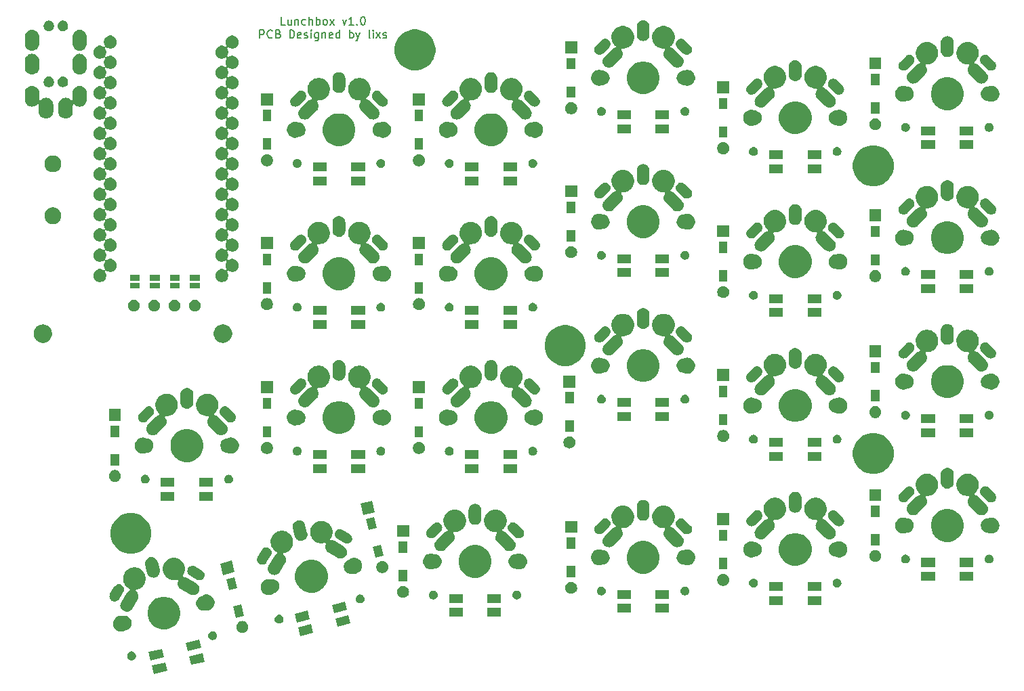
<source format=gbr>
G04 #@! TF.GenerationSoftware,KiCad,Pcbnew,(5.1.0)-1*
G04 #@! TF.CreationDate,2019-06-26T19:54:13+09:00*
G04 #@! TF.ProjectId,lunchbox52,6c756e63-6862-46f7-9835-322e6b696361,rev?*
G04 #@! TF.SameCoordinates,Original*
G04 #@! TF.FileFunction,Soldermask,Top*
G04 #@! TF.FilePolarity,Negative*
%FSLAX46Y46*%
G04 Gerber Fmt 4.6, Leading zero omitted, Abs format (unit mm)*
G04 Created by KiCad (PCBNEW (5.1.0)-1) date 2019-06-26 19:54:13*
%MOMM*%
%LPD*%
G04 APERTURE LIST*
%ADD10C,0.150000*%
%ADD11C,0.100000*%
G04 APERTURE END LIST*
D10*
X126261904Y-72377380D02*
X125785714Y-72377380D01*
X125785714Y-71377380D01*
X127023809Y-71710714D02*
X127023809Y-72377380D01*
X126595238Y-71710714D02*
X126595238Y-72234523D01*
X126642857Y-72329761D01*
X126738095Y-72377380D01*
X126880952Y-72377380D01*
X126976190Y-72329761D01*
X127023809Y-72282142D01*
X127500000Y-71710714D02*
X127500000Y-72377380D01*
X127500000Y-71805952D02*
X127547619Y-71758333D01*
X127642857Y-71710714D01*
X127785714Y-71710714D01*
X127880952Y-71758333D01*
X127928571Y-71853571D01*
X127928571Y-72377380D01*
X128833333Y-72329761D02*
X128738095Y-72377380D01*
X128547619Y-72377380D01*
X128452380Y-72329761D01*
X128404761Y-72282142D01*
X128357142Y-72186904D01*
X128357142Y-71901190D01*
X128404761Y-71805952D01*
X128452380Y-71758333D01*
X128547619Y-71710714D01*
X128738095Y-71710714D01*
X128833333Y-71758333D01*
X129261904Y-72377380D02*
X129261904Y-71377380D01*
X129690476Y-72377380D02*
X129690476Y-71853571D01*
X129642857Y-71758333D01*
X129547619Y-71710714D01*
X129404761Y-71710714D01*
X129309523Y-71758333D01*
X129261904Y-71805952D01*
X130166666Y-72377380D02*
X130166666Y-71377380D01*
X130166666Y-71758333D02*
X130261904Y-71710714D01*
X130452380Y-71710714D01*
X130547619Y-71758333D01*
X130595238Y-71805952D01*
X130642857Y-71901190D01*
X130642857Y-72186904D01*
X130595238Y-72282142D01*
X130547619Y-72329761D01*
X130452380Y-72377380D01*
X130261904Y-72377380D01*
X130166666Y-72329761D01*
X131214285Y-72377380D02*
X131119047Y-72329761D01*
X131071428Y-72282142D01*
X131023809Y-72186904D01*
X131023809Y-71901190D01*
X131071428Y-71805952D01*
X131119047Y-71758333D01*
X131214285Y-71710714D01*
X131357142Y-71710714D01*
X131452380Y-71758333D01*
X131500000Y-71805952D01*
X131547619Y-71901190D01*
X131547619Y-72186904D01*
X131500000Y-72282142D01*
X131452380Y-72329761D01*
X131357142Y-72377380D01*
X131214285Y-72377380D01*
X131880952Y-72377380D02*
X132404761Y-71710714D01*
X131880952Y-71710714D02*
X132404761Y-72377380D01*
X133452380Y-71710714D02*
X133690476Y-72377380D01*
X133928571Y-71710714D01*
X134833333Y-72377380D02*
X134261904Y-72377380D01*
X134547619Y-72377380D02*
X134547619Y-71377380D01*
X134452380Y-71520238D01*
X134357142Y-71615476D01*
X134261904Y-71663095D01*
X135261904Y-72282142D02*
X135309523Y-72329761D01*
X135261904Y-72377380D01*
X135214285Y-72329761D01*
X135261904Y-72282142D01*
X135261904Y-72377380D01*
X135928571Y-71377380D02*
X136023809Y-71377380D01*
X136119047Y-71425000D01*
X136166666Y-71472619D01*
X136214285Y-71567857D01*
X136261904Y-71758333D01*
X136261904Y-71996428D01*
X136214285Y-72186904D01*
X136166666Y-72282142D01*
X136119047Y-72329761D01*
X136023809Y-72377380D01*
X135928571Y-72377380D01*
X135833333Y-72329761D01*
X135785714Y-72282142D01*
X135738095Y-72186904D01*
X135690476Y-71996428D01*
X135690476Y-71758333D01*
X135738095Y-71567857D01*
X135785714Y-71472619D01*
X135833333Y-71425000D01*
X135928571Y-71377380D01*
X123095238Y-74027380D02*
X123095238Y-73027380D01*
X123476190Y-73027380D01*
X123571428Y-73075000D01*
X123619047Y-73122619D01*
X123666666Y-73217857D01*
X123666666Y-73360714D01*
X123619047Y-73455952D01*
X123571428Y-73503571D01*
X123476190Y-73551190D01*
X123095238Y-73551190D01*
X124666666Y-73932142D02*
X124619047Y-73979761D01*
X124476190Y-74027380D01*
X124380952Y-74027380D01*
X124238095Y-73979761D01*
X124142857Y-73884523D01*
X124095238Y-73789285D01*
X124047619Y-73598809D01*
X124047619Y-73455952D01*
X124095238Y-73265476D01*
X124142857Y-73170238D01*
X124238095Y-73075000D01*
X124380952Y-73027380D01*
X124476190Y-73027380D01*
X124619047Y-73075000D01*
X124666666Y-73122619D01*
X125428571Y-73503571D02*
X125571428Y-73551190D01*
X125619047Y-73598809D01*
X125666666Y-73694047D01*
X125666666Y-73836904D01*
X125619047Y-73932142D01*
X125571428Y-73979761D01*
X125476190Y-74027380D01*
X125095238Y-74027380D01*
X125095238Y-73027380D01*
X125428571Y-73027380D01*
X125523809Y-73075000D01*
X125571428Y-73122619D01*
X125619047Y-73217857D01*
X125619047Y-73313095D01*
X125571428Y-73408333D01*
X125523809Y-73455952D01*
X125428571Y-73503571D01*
X125095238Y-73503571D01*
X126857142Y-74027380D02*
X126857142Y-73027380D01*
X127095238Y-73027380D01*
X127238095Y-73075000D01*
X127333333Y-73170238D01*
X127380952Y-73265476D01*
X127428571Y-73455952D01*
X127428571Y-73598809D01*
X127380952Y-73789285D01*
X127333333Y-73884523D01*
X127238095Y-73979761D01*
X127095238Y-74027380D01*
X126857142Y-74027380D01*
X128238095Y-73979761D02*
X128142857Y-74027380D01*
X127952380Y-74027380D01*
X127857142Y-73979761D01*
X127809523Y-73884523D01*
X127809523Y-73503571D01*
X127857142Y-73408333D01*
X127952380Y-73360714D01*
X128142857Y-73360714D01*
X128238095Y-73408333D01*
X128285714Y-73503571D01*
X128285714Y-73598809D01*
X127809523Y-73694047D01*
X128666666Y-73979761D02*
X128761904Y-74027380D01*
X128952380Y-74027380D01*
X129047619Y-73979761D01*
X129095238Y-73884523D01*
X129095238Y-73836904D01*
X129047619Y-73741666D01*
X128952380Y-73694047D01*
X128809523Y-73694047D01*
X128714285Y-73646428D01*
X128666666Y-73551190D01*
X128666666Y-73503571D01*
X128714285Y-73408333D01*
X128809523Y-73360714D01*
X128952380Y-73360714D01*
X129047619Y-73408333D01*
X129523809Y-74027380D02*
X129523809Y-73360714D01*
X129523809Y-73027380D02*
X129476190Y-73075000D01*
X129523809Y-73122619D01*
X129571428Y-73075000D01*
X129523809Y-73027380D01*
X129523809Y-73122619D01*
X130428571Y-73360714D02*
X130428571Y-74170238D01*
X130380952Y-74265476D01*
X130333333Y-74313095D01*
X130238095Y-74360714D01*
X130095238Y-74360714D01*
X130000000Y-74313095D01*
X130428571Y-73979761D02*
X130333333Y-74027380D01*
X130142857Y-74027380D01*
X130047619Y-73979761D01*
X130000000Y-73932142D01*
X129952380Y-73836904D01*
X129952380Y-73551190D01*
X130000000Y-73455952D01*
X130047619Y-73408333D01*
X130142857Y-73360714D01*
X130333333Y-73360714D01*
X130428571Y-73408333D01*
X130904761Y-73360714D02*
X130904761Y-74027380D01*
X130904761Y-73455952D02*
X130952380Y-73408333D01*
X131047619Y-73360714D01*
X131190476Y-73360714D01*
X131285714Y-73408333D01*
X131333333Y-73503571D01*
X131333333Y-74027380D01*
X132190476Y-73979761D02*
X132095238Y-74027380D01*
X131904761Y-74027380D01*
X131809523Y-73979761D01*
X131761904Y-73884523D01*
X131761904Y-73503571D01*
X131809523Y-73408333D01*
X131904761Y-73360714D01*
X132095238Y-73360714D01*
X132190476Y-73408333D01*
X132238095Y-73503571D01*
X132238095Y-73598809D01*
X131761904Y-73694047D01*
X133095238Y-74027380D02*
X133095238Y-73027380D01*
X133095238Y-73979761D02*
X133000000Y-74027380D01*
X132809523Y-74027380D01*
X132714285Y-73979761D01*
X132666666Y-73932142D01*
X132619047Y-73836904D01*
X132619047Y-73551190D01*
X132666666Y-73455952D01*
X132714285Y-73408333D01*
X132809523Y-73360714D01*
X133000000Y-73360714D01*
X133095238Y-73408333D01*
X134333333Y-74027380D02*
X134333333Y-73027380D01*
X134333333Y-73408333D02*
X134428571Y-73360714D01*
X134619047Y-73360714D01*
X134714285Y-73408333D01*
X134761904Y-73455952D01*
X134809523Y-73551190D01*
X134809523Y-73836904D01*
X134761904Y-73932142D01*
X134714285Y-73979761D01*
X134619047Y-74027380D01*
X134428571Y-74027380D01*
X134333333Y-73979761D01*
X135142857Y-73360714D02*
X135380952Y-74027380D01*
X135619047Y-73360714D02*
X135380952Y-74027380D01*
X135285714Y-74265476D01*
X135238095Y-74313095D01*
X135142857Y-74360714D01*
X136904761Y-74027380D02*
X136809523Y-73979761D01*
X136761904Y-73884523D01*
X136761904Y-73027380D01*
X137285714Y-74027380D02*
X137285714Y-73360714D01*
X137285714Y-73027380D02*
X137238095Y-73075000D01*
X137285714Y-73122619D01*
X137333333Y-73075000D01*
X137285714Y-73027380D01*
X137285714Y-73122619D01*
X137666666Y-74027380D02*
X138190476Y-73360714D01*
X137666666Y-73360714D02*
X138190476Y-74027380D01*
X138523809Y-73979761D02*
X138619047Y-74027380D01*
X138809523Y-74027380D01*
X138904761Y-73979761D01*
X138952380Y-73884523D01*
X138952380Y-73836904D01*
X138904761Y-73741666D01*
X138809523Y-73694047D01*
X138666666Y-73694047D01*
X138571428Y-73646428D01*
X138523809Y-73551190D01*
X138523809Y-73503571D01*
X138571428Y-73408333D01*
X138666666Y-73360714D01*
X138809523Y-73360714D01*
X138904761Y-73408333D01*
D11*
G36*
X111542560Y-153190777D02*
G01*
X109891116Y-153602528D01*
X109624518Y-152533263D01*
X111275962Y-152121512D01*
X111542560Y-153190777D01*
X111542560Y-153190777D01*
G37*
G36*
X116199979Y-152029552D02*
G01*
X114548535Y-152441303D01*
X114281937Y-151372038D01*
X115933381Y-150960287D01*
X116199979Y-152029552D01*
X116199979Y-152029552D01*
G37*
G36*
X111119197Y-151492760D02*
G01*
X109467753Y-151904511D01*
X109201155Y-150835246D01*
X110852599Y-150423495D01*
X111119197Y-151492760D01*
X111119197Y-151492760D01*
G37*
G36*
X107238977Y-150779630D02*
G01*
X107339251Y-150821165D01*
X107384068Y-150851111D01*
X107429498Y-150881466D01*
X107506246Y-150958214D01*
X107506247Y-150958216D01*
X107566547Y-151048461D01*
X107608082Y-151148735D01*
X107629256Y-151255186D01*
X107629256Y-151363726D01*
X107608082Y-151470177D01*
X107566547Y-151570451D01*
X107566546Y-151570452D01*
X107506246Y-151660698D01*
X107429498Y-151737446D01*
X107384068Y-151767801D01*
X107339251Y-151797747D01*
X107238977Y-151839282D01*
X107132526Y-151860456D01*
X107023986Y-151860456D01*
X106917535Y-151839282D01*
X106817261Y-151797747D01*
X106772444Y-151767801D01*
X106727014Y-151737446D01*
X106650266Y-151660698D01*
X106589966Y-151570452D01*
X106589965Y-151570451D01*
X106548430Y-151470177D01*
X106527256Y-151363726D01*
X106527256Y-151255186D01*
X106548430Y-151148735D01*
X106589965Y-151048461D01*
X106650265Y-150958216D01*
X106650266Y-150958214D01*
X106727014Y-150881466D01*
X106772444Y-150851111D01*
X106817261Y-150821165D01*
X106917535Y-150779630D01*
X107023986Y-150758456D01*
X107132526Y-150758456D01*
X107238977Y-150779630D01*
X107238977Y-150779630D01*
G37*
G36*
X115776616Y-150331535D02*
G01*
X114125172Y-150743286D01*
X113858574Y-149674021D01*
X115510018Y-149262270D01*
X115776616Y-150331535D01*
X115776616Y-150331535D01*
G37*
G36*
X117368865Y-148253966D02*
G01*
X117469139Y-148295501D01*
X117469140Y-148295502D01*
X117559386Y-148355802D01*
X117636134Y-148432550D01*
X117636135Y-148432552D01*
X117696435Y-148522797D01*
X117737970Y-148623071D01*
X117759144Y-148729522D01*
X117759144Y-148838062D01*
X117737970Y-148944513D01*
X117696435Y-149044787D01*
X117696434Y-149044788D01*
X117636134Y-149135034D01*
X117559386Y-149211782D01*
X117513956Y-149242137D01*
X117469139Y-149272083D01*
X117368865Y-149313618D01*
X117262414Y-149334792D01*
X117153874Y-149334792D01*
X117047423Y-149313618D01*
X116947149Y-149272083D01*
X116902332Y-149242137D01*
X116856902Y-149211782D01*
X116780154Y-149135034D01*
X116719854Y-149044788D01*
X116719853Y-149044787D01*
X116678318Y-148944513D01*
X116657144Y-148838062D01*
X116657144Y-148729522D01*
X116678318Y-148623071D01*
X116719853Y-148522797D01*
X116780153Y-148432552D01*
X116780154Y-148432550D01*
X116856902Y-148355802D01*
X116947148Y-148295502D01*
X116947149Y-148295501D01*
X117047423Y-148253966D01*
X117153874Y-148232792D01*
X117262414Y-148232792D01*
X117368865Y-148253966D01*
X117368865Y-148253966D01*
G37*
G36*
X129792560Y-148440777D02*
G01*
X128141116Y-148852528D01*
X127874518Y-147783263D01*
X129525962Y-147371512D01*
X129792560Y-148440777D01*
X129792560Y-148440777D01*
G37*
G36*
X121016147Y-146951426D02*
G01*
X121140343Y-146976129D01*
X121276744Y-147032628D01*
X121399501Y-147114652D01*
X121503897Y-147219048D01*
X121585921Y-147341805D01*
X121642420Y-147478206D01*
X121671222Y-147623008D01*
X121671222Y-147770646D01*
X121642420Y-147915448D01*
X121585921Y-148051849D01*
X121503897Y-148174606D01*
X121399501Y-148279002D01*
X121276744Y-148361026D01*
X121140343Y-148417525D01*
X121016147Y-148442228D01*
X120995542Y-148446327D01*
X120847902Y-148446327D01*
X120827297Y-148442228D01*
X120703101Y-148417525D01*
X120566700Y-148361026D01*
X120443943Y-148279002D01*
X120339547Y-148174606D01*
X120257523Y-148051849D01*
X120201024Y-147915448D01*
X120172222Y-147770646D01*
X120172222Y-147623008D01*
X120201024Y-147478206D01*
X120257523Y-147341805D01*
X120339547Y-147219048D01*
X120443943Y-147114652D01*
X120566700Y-147032628D01*
X120703101Y-146976129D01*
X120827297Y-146951426D01*
X120847902Y-146947327D01*
X120995542Y-146947327D01*
X121016147Y-146951426D01*
X121016147Y-146951426D01*
G37*
G36*
X106311538Y-146304272D02*
G01*
X106460838Y-146333969D01*
X106624810Y-146401889D01*
X106772380Y-146500492D01*
X106897879Y-146625991D01*
X106996482Y-146773561D01*
X107064402Y-146937533D01*
X107099026Y-147111604D01*
X107099026Y-147289086D01*
X107064402Y-147463157D01*
X106996482Y-147627129D01*
X106897879Y-147774699D01*
X106772380Y-147900198D01*
X106624810Y-147998801D01*
X106460838Y-148066721D01*
X106460833Y-148066722D01*
X106455493Y-148068934D01*
X106443062Y-148072705D01*
X106421455Y-148084254D01*
X106264653Y-148189026D01*
X106082483Y-148264484D01*
X106009496Y-148279002D01*
X105889093Y-148302952D01*
X105691911Y-148302952D01*
X105571508Y-148279002D01*
X105498521Y-148264484D01*
X105316351Y-148189026D01*
X105152402Y-148079479D01*
X105012975Y-147940052D01*
X104903428Y-147776103D01*
X104901168Y-147770646D01*
X104868302Y-147691303D01*
X104827970Y-147593933D01*
X104789502Y-147400542D01*
X104789502Y-147203362D01*
X104801921Y-147140930D01*
X104827970Y-147009972D01*
X104842897Y-146973936D01*
X104903428Y-146827801D01*
X105012975Y-146663852D01*
X105152402Y-146524425D01*
X105316351Y-146414878D01*
X105498521Y-146339420D01*
X105610243Y-146317197D01*
X105691911Y-146300952D01*
X105889093Y-146300952D01*
X105970763Y-146317197D01*
X105995149Y-146319599D01*
X106019535Y-146317197D01*
X106109284Y-146299345D01*
X106286768Y-146299345D01*
X106311538Y-146304272D01*
X106311538Y-146304272D01*
G37*
G36*
X111725382Y-143999200D02*
G01*
X112098639Y-144153808D01*
X112098641Y-144153809D01*
X112434564Y-144378266D01*
X112720244Y-144663946D01*
X112855750Y-144866744D01*
X112944702Y-144999871D01*
X113099310Y-145373128D01*
X113178128Y-145769375D01*
X113178128Y-146173389D01*
X113099310Y-146569636D01*
X112992374Y-146827803D01*
X112944701Y-146942895D01*
X112720244Y-147278818D01*
X112434564Y-147564498D01*
X112098641Y-147788955D01*
X112098640Y-147788956D01*
X112098639Y-147788956D01*
X111725382Y-147943564D01*
X111329135Y-148022382D01*
X110925121Y-148022382D01*
X110528874Y-147943564D01*
X110155617Y-147788956D01*
X110155616Y-147788956D01*
X110155615Y-147788955D01*
X109819692Y-147564498D01*
X109534012Y-147278818D01*
X109309555Y-146942895D01*
X109261882Y-146827803D01*
X109154946Y-146569636D01*
X109076128Y-146173389D01*
X109076128Y-145769375D01*
X109154946Y-145373128D01*
X109309554Y-144999871D01*
X109398507Y-144866744D01*
X109534012Y-144663946D01*
X109819692Y-144378266D01*
X110155615Y-144153809D01*
X110155617Y-144153808D01*
X110528874Y-143999200D01*
X110925121Y-143920382D01*
X111329135Y-143920382D01*
X111725382Y-143999200D01*
X111725382Y-143999200D01*
G37*
G36*
X134449979Y-147279552D02*
G01*
X132798535Y-147691303D01*
X132531937Y-146622038D01*
X134183381Y-146210287D01*
X134449979Y-147279552D01*
X134449979Y-147279552D01*
G37*
G36*
X125674595Y-146183114D02*
G01*
X125774869Y-146224649D01*
X125774870Y-146224650D01*
X125865116Y-146284950D01*
X125941864Y-146361698D01*
X125941865Y-146361700D01*
X126002165Y-146451945D01*
X126043700Y-146552219D01*
X126064874Y-146658670D01*
X126064874Y-146767210D01*
X126043700Y-146873661D01*
X126002165Y-146973935D01*
X126002164Y-146973936D01*
X125941864Y-147064182D01*
X125865116Y-147140930D01*
X125844790Y-147154511D01*
X125774869Y-147201231D01*
X125674595Y-147242766D01*
X125568144Y-147263940D01*
X125459604Y-147263940D01*
X125353153Y-147242766D01*
X125252879Y-147201231D01*
X125182958Y-147154511D01*
X125162632Y-147140930D01*
X125085884Y-147064182D01*
X125025584Y-146973936D01*
X125025583Y-146973935D01*
X124984048Y-146873661D01*
X124962874Y-146767210D01*
X124962874Y-146658670D01*
X124984048Y-146552219D01*
X125025583Y-146451945D01*
X125085883Y-146361700D01*
X125085884Y-146361698D01*
X125162632Y-146284950D01*
X125252878Y-146224650D01*
X125252879Y-146224649D01*
X125353153Y-146183114D01*
X125459604Y-146161940D01*
X125568144Y-146161940D01*
X125674595Y-146183114D01*
X125674595Y-146183114D01*
G37*
G36*
X129369197Y-146742760D02*
G01*
X127717753Y-147154511D01*
X127451155Y-146085246D01*
X129102599Y-145673495D01*
X129369197Y-146742760D01*
X129369197Y-146742760D01*
G37*
G36*
X121109374Y-146275201D02*
G01*
X120088623Y-146529703D01*
X119749448Y-145169349D01*
X120770199Y-144914847D01*
X121109374Y-146275201D01*
X121109374Y-146275201D01*
G37*
G36*
X153251000Y-146426000D02*
G01*
X151549000Y-146426000D01*
X151549000Y-145324000D01*
X153251000Y-145324000D01*
X153251000Y-146426000D01*
X153251000Y-146426000D01*
G37*
G36*
X148451000Y-146426000D02*
G01*
X146749000Y-146426000D01*
X146749000Y-145324000D01*
X148451000Y-145324000D01*
X148451000Y-146426000D01*
X148451000Y-146426000D01*
G37*
G36*
X134026616Y-145581535D02*
G01*
X132375172Y-145993286D01*
X132108574Y-144924021D01*
X133760018Y-144512270D01*
X134026616Y-145581535D01*
X134026616Y-145581535D01*
G37*
G36*
X169451000Y-145926000D02*
G01*
X167749000Y-145926000D01*
X167749000Y-144824000D01*
X169451000Y-144824000D01*
X169451000Y-145926000D01*
X169451000Y-145926000D01*
G37*
G36*
X174251000Y-145926000D02*
G01*
X172549000Y-145926000D01*
X172549000Y-144824000D01*
X174251000Y-144824000D01*
X174251000Y-145926000D01*
X174251000Y-145926000D01*
G37*
G36*
X107742789Y-140289812D02*
G01*
X107842271Y-140309600D01*
X107906672Y-140336276D01*
X108097235Y-140415210D01*
X108097591Y-140415448D01*
X108326700Y-140568533D01*
X108521842Y-140763675D01*
X108624289Y-140916998D01*
X108675165Y-140993140D01*
X108737029Y-141142494D01*
X108780775Y-141248104D01*
X108790618Y-141297588D01*
X108834614Y-141518773D01*
X108834614Y-141794749D01*
X108820771Y-141864342D01*
X108780775Y-142065418D01*
X108739517Y-142165022D01*
X108675165Y-142320382D01*
X108657794Y-142346379D01*
X108521842Y-142549847D01*
X108326700Y-142744989D01*
X108198497Y-142830651D01*
X108097235Y-142898312D01*
X107998993Y-142939005D01*
X107842271Y-143003922D01*
X107810447Y-143010252D01*
X107711367Y-143029960D01*
X107687918Y-143037073D01*
X107666307Y-143048624D01*
X107647366Y-143064169D01*
X107631820Y-143083111D01*
X107620269Y-143104722D01*
X107613156Y-143128171D01*
X107610754Y-143152557D01*
X107613156Y-143176943D01*
X107620269Y-143200392D01*
X107631820Y-143222003D01*
X107647365Y-143240944D01*
X107661181Y-143252875D01*
X107691767Y-143275612D01*
X107797599Y-143392635D01*
X107878567Y-143528058D01*
X107878568Y-143528060D01*
X107931562Y-143676677D01*
X107954543Y-143832778D01*
X107946629Y-143990363D01*
X107908124Y-144143376D01*
X107857450Y-144250215D01*
X107147371Y-145431982D01*
X107076828Y-145526883D01*
X107016396Y-145581535D01*
X106959801Y-145632718D01*
X106888038Y-145675624D01*
X106824379Y-145713685D01*
X106675761Y-145766679D01*
X106573417Y-145781746D01*
X106519663Y-145789660D01*
X106519661Y-145789660D01*
X106362077Y-145781746D01*
X106209064Y-145743241D01*
X106066504Y-145675624D01*
X105939874Y-145581495D01*
X105834041Y-145464470D01*
X105834039Y-145464468D01*
X105753073Y-145329048D01*
X105748696Y-145316773D01*
X105700078Y-145180428D01*
X105677097Y-145024328D01*
X105685011Y-144866744D01*
X105723516Y-144713731D01*
X105774190Y-144606892D01*
X106484268Y-143425123D01*
X106554811Y-143330223D01*
X106671836Y-143224390D01*
X106671835Y-143224390D01*
X106671838Y-143224388D01*
X106814310Y-143139205D01*
X106821663Y-143135738D01*
X106841362Y-143121164D01*
X106857839Y-143103027D01*
X106870462Y-143082024D01*
X106878744Y-143058962D01*
X106882368Y-143034728D01*
X106881195Y-143010252D01*
X106875269Y-142986475D01*
X106864818Y-142964311D01*
X106850244Y-142944612D01*
X106832107Y-142928135D01*
X106805363Y-142912963D01*
X106769992Y-142898311D01*
X106722593Y-142866640D01*
X106540528Y-142744989D01*
X106345386Y-142549847D01*
X106209434Y-142346379D01*
X106192063Y-142320382D01*
X106127711Y-142165022D01*
X106086453Y-142065418D01*
X106046457Y-141864342D01*
X106032614Y-141794749D01*
X106032614Y-141518773D01*
X106076610Y-141297588D01*
X106086453Y-141248104D01*
X106130199Y-141142494D01*
X106192063Y-140993140D01*
X106242939Y-140916998D01*
X106345386Y-140763675D01*
X106540528Y-140568533D01*
X106769637Y-140415448D01*
X106769993Y-140415210D01*
X106960556Y-140336276D01*
X107024957Y-140309600D01*
X107124439Y-140289812D01*
X107295626Y-140255761D01*
X107571602Y-140255761D01*
X107742789Y-140289812D01*
X107742789Y-140289812D01*
G37*
G36*
X116592096Y-143645730D02*
G01*
X116755735Y-143678280D01*
X116846598Y-143715917D01*
X116935943Y-143752925D01*
X116937905Y-143753738D01*
X117101854Y-143863285D01*
X117241281Y-144002712D01*
X117350828Y-144166661D01*
X117350829Y-144166663D01*
X117359787Y-144188290D01*
X117426286Y-144348831D01*
X117464754Y-144542222D01*
X117464754Y-144739402D01*
X117426286Y-144932793D01*
X117350828Y-145114963D01*
X117241281Y-145278912D01*
X117101854Y-145418339D01*
X116937905Y-145527886D01*
X116755735Y-145603344D01*
X116562345Y-145641812D01*
X116365163Y-145641812D01*
X116283493Y-145625567D01*
X116259107Y-145623165D01*
X116234721Y-145625567D01*
X116144972Y-145643419D01*
X115967488Y-145643419D01*
X115942718Y-145638492D01*
X115793418Y-145608795D01*
X115629446Y-145540875D01*
X115481876Y-145442272D01*
X115356377Y-145316773D01*
X115257774Y-145169203D01*
X115189854Y-145005231D01*
X115155230Y-144831160D01*
X115155230Y-144653678D01*
X115189854Y-144479607D01*
X115257774Y-144315635D01*
X115356377Y-144168065D01*
X115481876Y-144042566D01*
X115629446Y-143943963D01*
X115793418Y-143876043D01*
X115793423Y-143876042D01*
X115798763Y-143873830D01*
X115811194Y-143870059D01*
X115832802Y-143858509D01*
X115871313Y-143832777D01*
X115989603Y-143753738D01*
X115991566Y-143752925D01*
X116080910Y-143715917D01*
X116171773Y-143678280D01*
X116335412Y-143645730D01*
X116365163Y-143639812D01*
X116562345Y-143639812D01*
X116592096Y-143645730D01*
X116592096Y-143645730D01*
G37*
G36*
X193251000Y-144926000D02*
G01*
X191549000Y-144926000D01*
X191549000Y-143824000D01*
X193251000Y-143824000D01*
X193251000Y-144926000D01*
X193251000Y-144926000D01*
G37*
G36*
X188451000Y-144926000D02*
G01*
X186749000Y-144926000D01*
X186749000Y-143824000D01*
X188451000Y-143824000D01*
X188451000Y-144926000D01*
X188451000Y-144926000D01*
G37*
G36*
X135804483Y-143657450D02*
G01*
X135904757Y-143698985D01*
X135949574Y-143728931D01*
X135995004Y-143759286D01*
X136071752Y-143836034D01*
X136071753Y-143836036D01*
X136132053Y-143926281D01*
X136173588Y-144026555D01*
X136194762Y-144133006D01*
X136194762Y-144241546D01*
X136173588Y-144347997D01*
X136132053Y-144448271D01*
X136132052Y-144448272D01*
X136071752Y-144538518D01*
X135995004Y-144615266D01*
X135949574Y-144645621D01*
X135904757Y-144675567D01*
X135804483Y-144717102D01*
X135698032Y-144738276D01*
X135589492Y-144738276D01*
X135483041Y-144717102D01*
X135382767Y-144675567D01*
X135337950Y-144645621D01*
X135292520Y-144615266D01*
X135215772Y-144538518D01*
X135155472Y-144448272D01*
X135155471Y-144448271D01*
X135113936Y-144347997D01*
X135092762Y-144241546D01*
X135092762Y-144133006D01*
X135113936Y-144026555D01*
X135155471Y-143926281D01*
X135215771Y-143836036D01*
X135215772Y-143836034D01*
X135292520Y-143759286D01*
X135337950Y-143728931D01*
X135382767Y-143698985D01*
X135483041Y-143657450D01*
X135589492Y-143636276D01*
X135698032Y-143636276D01*
X135804483Y-143657450D01*
X135804483Y-143657450D01*
G37*
G36*
X153251000Y-144676000D02*
G01*
X151549000Y-144676000D01*
X151549000Y-143574000D01*
X153251000Y-143574000D01*
X153251000Y-144676000D01*
X153251000Y-144676000D01*
G37*
G36*
X148451000Y-144676000D02*
G01*
X146749000Y-144676000D01*
X146749000Y-143574000D01*
X148451000Y-143574000D01*
X148451000Y-144676000D01*
X148451000Y-144676000D01*
G37*
G36*
X105589332Y-142345482D02*
G01*
X105713691Y-142376777D01*
X105755006Y-142396373D01*
X105829556Y-142431731D01*
X105886686Y-142474199D01*
X105932471Y-142508233D01*
X105972611Y-142552618D01*
X106018487Y-142603345D01*
X106084292Y-142713405D01*
X106127361Y-142834192D01*
X106145144Y-142954981D01*
X106146039Y-142961061D01*
X106139607Y-143089135D01*
X106108312Y-143213494D01*
X106088972Y-143254269D01*
X106067125Y-143300332D01*
X105795179Y-143752925D01*
X105519153Y-144212309D01*
X105461818Y-144289441D01*
X105366708Y-144375456D01*
X105256644Y-144441262D01*
X105189706Y-144465130D01*
X105135856Y-144484332D01*
X105008992Y-144503010D01*
X104880917Y-144496578D01*
X104813480Y-144479607D01*
X104756558Y-144465283D01*
X104720690Y-144448271D01*
X104640695Y-144410330D01*
X104537778Y-144333827D01*
X104521326Y-144315635D01*
X104451763Y-144238717D01*
X104385957Y-144128653D01*
X104351029Y-144030698D01*
X104342887Y-144007865D01*
X104324209Y-143881001D01*
X104330641Y-143752926D01*
X104361936Y-143628567D01*
X104362210Y-143627990D01*
X104403122Y-143541731D01*
X104951095Y-142629750D01*
X105008429Y-142552618D01*
X105103540Y-142466604D01*
X105103541Y-142466603D01*
X105213604Y-142400797D01*
X105334389Y-142357728D01*
X105461255Y-142339050D01*
X105461257Y-142339050D01*
X105589332Y-142345482D01*
X105589332Y-142345482D01*
G37*
G36*
X144940721Y-143170174D02*
G01*
X145040995Y-143211709D01*
X145056401Y-143222003D01*
X145131242Y-143272010D01*
X145207990Y-143348758D01*
X145237000Y-143392175D01*
X145268291Y-143439005D01*
X145309826Y-143539279D01*
X145331000Y-143645730D01*
X145331000Y-143754270D01*
X145309826Y-143860721D01*
X145268291Y-143960995D01*
X145248668Y-143990363D01*
X145207990Y-144051242D01*
X145131242Y-144127990D01*
X145108215Y-144143376D01*
X145040995Y-144188291D01*
X144940721Y-144229826D01*
X144834270Y-144251000D01*
X144725730Y-144251000D01*
X144619279Y-144229826D01*
X144519005Y-144188291D01*
X144451785Y-144143376D01*
X144428758Y-144127990D01*
X144352010Y-144051242D01*
X144311332Y-143990363D01*
X144291709Y-143960995D01*
X144250174Y-143860721D01*
X144229000Y-143754270D01*
X144229000Y-143645730D01*
X144250174Y-143539279D01*
X144291709Y-143439005D01*
X144323000Y-143392175D01*
X144352010Y-143348758D01*
X144428758Y-143272010D01*
X144503599Y-143222003D01*
X144519005Y-143211709D01*
X144619279Y-143170174D01*
X144725730Y-143149000D01*
X144834270Y-143149000D01*
X144940721Y-143170174D01*
X144940721Y-143170174D01*
G37*
G36*
X155380721Y-143170174D02*
G01*
X155480995Y-143211709D01*
X155496401Y-143222003D01*
X155571242Y-143272010D01*
X155647990Y-143348758D01*
X155677000Y-143392175D01*
X155708291Y-143439005D01*
X155749826Y-143539279D01*
X155771000Y-143645730D01*
X155771000Y-143754270D01*
X155749826Y-143860721D01*
X155708291Y-143960995D01*
X155688668Y-143990363D01*
X155647990Y-144051242D01*
X155571242Y-144127990D01*
X155548215Y-144143376D01*
X155480995Y-144188291D01*
X155380721Y-144229826D01*
X155274270Y-144251000D01*
X155165730Y-144251000D01*
X155059279Y-144229826D01*
X154959005Y-144188291D01*
X154891785Y-144143376D01*
X154868758Y-144127990D01*
X154792010Y-144051242D01*
X154751332Y-143990363D01*
X154731709Y-143960995D01*
X154690174Y-143860721D01*
X154669000Y-143754270D01*
X154669000Y-143645730D01*
X154690174Y-143539279D01*
X154731709Y-143439005D01*
X154763000Y-143392175D01*
X154792010Y-143348758D01*
X154868758Y-143272010D01*
X154943599Y-143222003D01*
X154959005Y-143211709D01*
X155059279Y-143170174D01*
X155165730Y-143149000D01*
X155274270Y-143149000D01*
X155380721Y-143170174D01*
X155380721Y-143170174D01*
G37*
G36*
X169451000Y-144176000D02*
G01*
X167749000Y-144176000D01*
X167749000Y-143074000D01*
X169451000Y-143074000D01*
X169451000Y-144176000D01*
X169451000Y-144176000D01*
G37*
G36*
X174251000Y-144176000D02*
G01*
X172549000Y-144176000D01*
X172549000Y-143074000D01*
X174251000Y-143074000D01*
X174251000Y-144176000D01*
X174251000Y-144176000D01*
G37*
G36*
X141094425Y-142564599D02*
G01*
X141218621Y-142589302D01*
X141355022Y-142645801D01*
X141477779Y-142727825D01*
X141582175Y-142832221D01*
X141664199Y-142954978D01*
X141720698Y-143091379D01*
X141742381Y-143200392D01*
X141749500Y-143236180D01*
X141749500Y-143383820D01*
X141747746Y-143392636D01*
X141720698Y-143528621D01*
X141664199Y-143665022D01*
X141582175Y-143787779D01*
X141477779Y-143892175D01*
X141355022Y-143974199D01*
X141218621Y-144030698D01*
X141094425Y-144055401D01*
X141073820Y-144059500D01*
X140926180Y-144059500D01*
X140905575Y-144055401D01*
X140781379Y-144030698D01*
X140644978Y-143974199D01*
X140522221Y-143892175D01*
X140417825Y-143787779D01*
X140335801Y-143665022D01*
X140279302Y-143528621D01*
X140252254Y-143392636D01*
X140250500Y-143383820D01*
X140250500Y-143236180D01*
X140257619Y-143200392D01*
X140279302Y-143091379D01*
X140335801Y-142954978D01*
X140417825Y-142832221D01*
X140522221Y-142727825D01*
X140644978Y-142645801D01*
X140781379Y-142589302D01*
X140905575Y-142564599D01*
X140926180Y-142560500D01*
X141073820Y-142560500D01*
X141094425Y-142564599D01*
X141094425Y-142564599D01*
G37*
G36*
X165940721Y-142670174D02*
G01*
X166040995Y-142711709D01*
X166065114Y-142727825D01*
X166131242Y-142772010D01*
X166207990Y-142848758D01*
X166238345Y-142894188D01*
X166268291Y-142939005D01*
X166309826Y-143039279D01*
X166331000Y-143145730D01*
X166331000Y-143254270D01*
X166309826Y-143360721D01*
X166268291Y-143460995D01*
X166253612Y-143482963D01*
X166207990Y-143551242D01*
X166131242Y-143627990D01*
X166101512Y-143647855D01*
X166040995Y-143688291D01*
X165940721Y-143729826D01*
X165834270Y-143751000D01*
X165725730Y-143751000D01*
X165619279Y-143729826D01*
X165519005Y-143688291D01*
X165458488Y-143647855D01*
X165428758Y-143627990D01*
X165352010Y-143551242D01*
X165306388Y-143482963D01*
X165291709Y-143460995D01*
X165250174Y-143360721D01*
X165229000Y-143254270D01*
X165229000Y-143145730D01*
X165250174Y-143039279D01*
X165291709Y-142939005D01*
X165321655Y-142894188D01*
X165352010Y-142848758D01*
X165428758Y-142772010D01*
X165494886Y-142727825D01*
X165519005Y-142711709D01*
X165619279Y-142670174D01*
X165725730Y-142649000D01*
X165834270Y-142649000D01*
X165940721Y-142670174D01*
X165940721Y-142670174D01*
G37*
G36*
X176380721Y-142670174D02*
G01*
X176480995Y-142711709D01*
X176505114Y-142727825D01*
X176571242Y-142772010D01*
X176647990Y-142848758D01*
X176678345Y-142894188D01*
X176708291Y-142939005D01*
X176749826Y-143039279D01*
X176771000Y-143145730D01*
X176771000Y-143254270D01*
X176749826Y-143360721D01*
X176708291Y-143460995D01*
X176693612Y-143482963D01*
X176647990Y-143551242D01*
X176571242Y-143627990D01*
X176541512Y-143647855D01*
X176480995Y-143688291D01*
X176380721Y-143729826D01*
X176274270Y-143751000D01*
X176165730Y-143751000D01*
X176059279Y-143729826D01*
X175959005Y-143688291D01*
X175898488Y-143647855D01*
X175868758Y-143627990D01*
X175792010Y-143551242D01*
X175746388Y-143482963D01*
X175731709Y-143460995D01*
X175690174Y-143360721D01*
X175669000Y-143254270D01*
X175669000Y-143145730D01*
X175690174Y-143039279D01*
X175731709Y-142939005D01*
X175761655Y-142894188D01*
X175792010Y-142848758D01*
X175868758Y-142772010D01*
X175934886Y-142727825D01*
X175959005Y-142711709D01*
X176059279Y-142670174D01*
X176165730Y-142649000D01*
X176274270Y-142649000D01*
X176380721Y-142670174D01*
X176380721Y-142670174D01*
G37*
G36*
X112624080Y-139051339D02*
G01*
X112771373Y-139080637D01*
X112828582Y-139104334D01*
X113026337Y-139186247D01*
X113026338Y-139186248D01*
X113255802Y-139339570D01*
X113450944Y-139534712D01*
X113520025Y-139638100D01*
X113604267Y-139764177D01*
X113655480Y-139887816D01*
X113709877Y-140019141D01*
X113726808Y-140104260D01*
X113763716Y-140289810D01*
X113763716Y-140565786D01*
X113743106Y-140669398D01*
X113709877Y-140836455D01*
X113670339Y-140931907D01*
X113604267Y-141091419D01*
X113604266Y-141091420D01*
X113496614Y-141252534D01*
X113485066Y-141274139D01*
X113477953Y-141297588D01*
X113475551Y-141321974D01*
X113477953Y-141346360D01*
X113485066Y-141369809D01*
X113496617Y-141391419D01*
X113512162Y-141410361D01*
X113531104Y-141425907D01*
X113552715Y-141437458D01*
X113576164Y-141444571D01*
X113600550Y-141446973D01*
X113610660Y-141446233D01*
X113613695Y-141446385D01*
X113613698Y-141446385D01*
X113771282Y-141454299D01*
X113924295Y-141492804D01*
X114031134Y-141543478D01*
X115212903Y-142253556D01*
X115307803Y-142324099D01*
X115388613Y-142413455D01*
X115413638Y-142441126D01*
X115494604Y-142576545D01*
X115512948Y-142627990D01*
X115547599Y-142725166D01*
X115570580Y-142881266D01*
X115562666Y-143038851D01*
X115524161Y-143191864D01*
X115524159Y-143191868D01*
X115456546Y-143334423D01*
X115389713Y-143424330D01*
X115362415Y-143461054D01*
X115362413Y-143461055D01*
X115362413Y-143461056D01*
X115245391Y-143566887D01*
X115142228Y-143628567D01*
X115109966Y-143647856D01*
X114961349Y-143700850D01*
X114825281Y-143720882D01*
X114805249Y-143723831D01*
X114805248Y-143723831D01*
X114647663Y-143715917D01*
X114494650Y-143677412D01*
X114387811Y-143626738D01*
X113206044Y-142916659D01*
X113111143Y-142846116D01*
X113005310Y-142729091D01*
X113005308Y-142729089D01*
X112924342Y-142593669D01*
X112918236Y-142576545D01*
X112871347Y-142445049D01*
X112852994Y-142320383D01*
X112848366Y-142288951D01*
X112850108Y-142254269D01*
X112856280Y-142131365D01*
X112894785Y-141978352D01*
X112907596Y-141951342D01*
X112915877Y-141928280D01*
X112919499Y-141904045D01*
X112918323Y-141879569D01*
X112912395Y-141855793D01*
X112901942Y-141833630D01*
X112887367Y-141813932D01*
X112869228Y-141797456D01*
X112848224Y-141784836D01*
X112825162Y-141776555D01*
X112800927Y-141772933D01*
X112770273Y-141775178D01*
X112721717Y-141784836D01*
X112500704Y-141828798D01*
X112224728Y-141828798D01*
X112003715Y-141784836D01*
X111954059Y-141774959D01*
X111828820Y-141723083D01*
X111699095Y-141669349D01*
X111582406Y-141591380D01*
X111469630Y-141516026D01*
X111274488Y-141320884D01*
X111121166Y-141091420D01*
X111121165Y-141091419D01*
X111055093Y-140931907D01*
X111015555Y-140836455D01*
X110982326Y-140669398D01*
X110961716Y-140565786D01*
X110961716Y-140289810D01*
X110998624Y-140104260D01*
X111015555Y-140019141D01*
X111069952Y-139887816D01*
X111121165Y-139764177D01*
X111205407Y-139638100D01*
X111274488Y-139534712D01*
X111469630Y-139339570D01*
X111699094Y-139186248D01*
X111699095Y-139186247D01*
X111896850Y-139104334D01*
X111954059Y-139080637D01*
X112101352Y-139051339D01*
X112224728Y-139026798D01*
X112500704Y-139026798D01*
X112624080Y-139051339D01*
X112624080Y-139051339D01*
G37*
G36*
X124747156Y-141707756D02*
G01*
X124896456Y-141737453D01*
X125060428Y-141805373D01*
X125207998Y-141903976D01*
X125333497Y-142029475D01*
X125432100Y-142177045D01*
X125500020Y-142341017D01*
X125525000Y-142466603D01*
X125533281Y-142508233D01*
X125534644Y-142515088D01*
X125534644Y-142692570D01*
X125500020Y-142866641D01*
X125432100Y-143030613D01*
X125333497Y-143178183D01*
X125207998Y-143303682D01*
X125060428Y-143402285D01*
X124896456Y-143470205D01*
X124896451Y-143470206D01*
X124891111Y-143472418D01*
X124878680Y-143476189D01*
X124857073Y-143487738D01*
X124700271Y-143592510D01*
X124518101Y-143667968D01*
X124466259Y-143678280D01*
X124324711Y-143706436D01*
X124127529Y-143706436D01*
X123985981Y-143678280D01*
X123934139Y-143667968D01*
X123751969Y-143592510D01*
X123588020Y-143482963D01*
X123448593Y-143343536D01*
X123339046Y-143179587D01*
X123263588Y-142997417D01*
X123233492Y-142846116D01*
X123225120Y-142804027D01*
X123225120Y-142606845D01*
X123253016Y-142466603D01*
X123263588Y-142413455D01*
X123329526Y-142254269D01*
X123339045Y-142231287D01*
X123375288Y-142177045D01*
X123448593Y-142067336D01*
X123588020Y-141927909D01*
X123751969Y-141818362D01*
X123790034Y-141802595D01*
X123852899Y-141776555D01*
X123934139Y-141742904D01*
X124090966Y-141711709D01*
X124127529Y-141704436D01*
X124324711Y-141704436D01*
X124406381Y-141720681D01*
X124430767Y-141723083D01*
X124455153Y-141720681D01*
X124544902Y-141702829D01*
X124722386Y-141702829D01*
X124747156Y-141707756D01*
X124747156Y-141707756D01*
G37*
G36*
X162094425Y-142064599D02*
G01*
X162218621Y-142089302D01*
X162355022Y-142145801D01*
X162477779Y-142227825D01*
X162582175Y-142332221D01*
X162664199Y-142454978D01*
X162720698Y-142591379D01*
X162744632Y-142711709D01*
X162749500Y-142736180D01*
X162749500Y-142883820D01*
X162746617Y-142898312D01*
X162720698Y-143028621D01*
X162664199Y-143165022D01*
X162582175Y-143287779D01*
X162477779Y-143392175D01*
X162355022Y-143474199D01*
X162218621Y-143530698D01*
X162094425Y-143555401D01*
X162073820Y-143559500D01*
X161926180Y-143559500D01*
X161905575Y-143555401D01*
X161781379Y-143530698D01*
X161644978Y-143474199D01*
X161522221Y-143392175D01*
X161417825Y-143287779D01*
X161335801Y-143165022D01*
X161279302Y-143028621D01*
X161253383Y-142898312D01*
X161250500Y-142883820D01*
X161250500Y-142736180D01*
X161255368Y-142711709D01*
X161279302Y-142591379D01*
X161335801Y-142454978D01*
X161417825Y-142332221D01*
X161522221Y-142227825D01*
X161644978Y-142145801D01*
X161781379Y-142089302D01*
X161905575Y-142064599D01*
X161926180Y-142060500D01*
X162073820Y-142060500D01*
X162094425Y-142064599D01*
X162094425Y-142064599D01*
G37*
G36*
X130161000Y-139402684D02*
G01*
X130519646Y-139551240D01*
X130534259Y-139557293D01*
X130870182Y-139781750D01*
X131155862Y-140067430D01*
X131378747Y-140401000D01*
X131380320Y-140403355D01*
X131534928Y-140776612D01*
X131613746Y-141172859D01*
X131613746Y-141576873D01*
X131534928Y-141973120D01*
X131386182Y-142332224D01*
X131380319Y-142346379D01*
X131155862Y-142682302D01*
X130870182Y-142967982D01*
X130534259Y-143192439D01*
X130534258Y-143192440D01*
X130534257Y-143192440D01*
X130161000Y-143347048D01*
X129764753Y-143425866D01*
X129360739Y-143425866D01*
X128964492Y-143347048D01*
X128591235Y-143192440D01*
X128591234Y-143192440D01*
X128591233Y-143192439D01*
X128255310Y-142967982D01*
X127969630Y-142682302D01*
X127745173Y-142346379D01*
X127739310Y-142332224D01*
X127590564Y-141973120D01*
X127511746Y-141576873D01*
X127511746Y-141172859D01*
X127590564Y-140776612D01*
X127745172Y-140403355D01*
X127746746Y-140401000D01*
X127969630Y-140067430D01*
X128255310Y-139781750D01*
X128591233Y-139557293D01*
X128605846Y-139551240D01*
X128964492Y-139402684D01*
X129360739Y-139323866D01*
X129764753Y-139323866D01*
X130161000Y-139402684D01*
X130161000Y-139402684D01*
G37*
G36*
X188451000Y-143176000D02*
G01*
X186749000Y-143176000D01*
X186749000Y-142074000D01*
X188451000Y-142074000D01*
X188451000Y-143176000D01*
X188451000Y-143176000D01*
G37*
G36*
X193251000Y-143176000D02*
G01*
X191549000Y-143176000D01*
X191549000Y-142074000D01*
X193251000Y-142074000D01*
X193251000Y-143176000D01*
X193251000Y-143176000D01*
G37*
G36*
X120250552Y-142830651D02*
G01*
X119229801Y-143085153D01*
X118890626Y-141724799D01*
X119911377Y-141470297D01*
X120250552Y-142830651D01*
X120250552Y-142830651D01*
G37*
G36*
X184940721Y-141670174D02*
G01*
X185040995Y-141711709D01*
X185040996Y-141711710D01*
X185131242Y-141772010D01*
X185207990Y-141848758D01*
X185238345Y-141894188D01*
X185268291Y-141939005D01*
X185309826Y-142039279D01*
X185331000Y-142145730D01*
X185331000Y-142254270D01*
X185309826Y-142360721D01*
X185268291Y-142460995D01*
X185268290Y-142460996D01*
X185207990Y-142551242D01*
X185131242Y-142627990D01*
X185128606Y-142629751D01*
X185040995Y-142688291D01*
X184940721Y-142729826D01*
X184834270Y-142751000D01*
X184725730Y-142751000D01*
X184619279Y-142729826D01*
X184519005Y-142688291D01*
X184431394Y-142629751D01*
X184428758Y-142627990D01*
X184352010Y-142551242D01*
X184291710Y-142460996D01*
X184291709Y-142460995D01*
X184250174Y-142360721D01*
X184229000Y-142254270D01*
X184229000Y-142145730D01*
X184250174Y-142039279D01*
X184291709Y-141939005D01*
X184321655Y-141894188D01*
X184352010Y-141848758D01*
X184428758Y-141772010D01*
X184519004Y-141711710D01*
X184519005Y-141711709D01*
X184619279Y-141670174D01*
X184725730Y-141649000D01*
X184834270Y-141649000D01*
X184940721Y-141670174D01*
X184940721Y-141670174D01*
G37*
G36*
X195380721Y-141670174D02*
G01*
X195480995Y-141711709D01*
X195480996Y-141711710D01*
X195571242Y-141772010D01*
X195647990Y-141848758D01*
X195678345Y-141894188D01*
X195708291Y-141939005D01*
X195749826Y-142039279D01*
X195771000Y-142145730D01*
X195771000Y-142254270D01*
X195749826Y-142360721D01*
X195708291Y-142460995D01*
X195708290Y-142460996D01*
X195647990Y-142551242D01*
X195571242Y-142627990D01*
X195568606Y-142629751D01*
X195480995Y-142688291D01*
X195380721Y-142729826D01*
X195274270Y-142751000D01*
X195165730Y-142751000D01*
X195059279Y-142729826D01*
X194959005Y-142688291D01*
X194871394Y-142629751D01*
X194868758Y-142627990D01*
X194792010Y-142551242D01*
X194731710Y-142460996D01*
X194731709Y-142460995D01*
X194690174Y-142360721D01*
X194669000Y-142254270D01*
X194669000Y-142145730D01*
X194690174Y-142039279D01*
X194731709Y-141939005D01*
X194761655Y-141894188D01*
X194792010Y-141848758D01*
X194868758Y-141772010D01*
X194959004Y-141711710D01*
X194959005Y-141711709D01*
X195059279Y-141670174D01*
X195165730Y-141649000D01*
X195274270Y-141649000D01*
X195380721Y-141670174D01*
X195380721Y-141670174D01*
G37*
G36*
X181094425Y-141064599D02*
G01*
X181218621Y-141089302D01*
X181355022Y-141145801D01*
X181477779Y-141227825D01*
X181582175Y-141332221D01*
X181664199Y-141454978D01*
X181720698Y-141591379D01*
X181749500Y-141736181D01*
X181749500Y-141883819D01*
X181720698Y-142028621D01*
X181664199Y-142165022D01*
X181582175Y-142287779D01*
X181477779Y-142392175D01*
X181355022Y-142474199D01*
X181218621Y-142530698D01*
X181108418Y-142552618D01*
X181073820Y-142559500D01*
X180926180Y-142559500D01*
X180891582Y-142552618D01*
X180781379Y-142530698D01*
X180644978Y-142474199D01*
X180522221Y-142392175D01*
X180417825Y-142287779D01*
X180335801Y-142165022D01*
X180279302Y-142028621D01*
X180250500Y-141883819D01*
X180250500Y-141736181D01*
X180279302Y-141591379D01*
X180335801Y-141454978D01*
X180417825Y-141332221D01*
X180522221Y-141227825D01*
X180644978Y-141145801D01*
X180781379Y-141089302D01*
X180905575Y-141064599D01*
X180926180Y-141060500D01*
X181073820Y-141060500D01*
X181094425Y-141064599D01*
X181094425Y-141064599D01*
G37*
G36*
X141526000Y-141976000D02*
G01*
X140474000Y-141976000D01*
X140474000Y-140574000D01*
X141526000Y-140574000D01*
X141526000Y-141976000D01*
X141526000Y-141976000D01*
G37*
G36*
X207451000Y-141926000D02*
G01*
X205749000Y-141926000D01*
X205749000Y-140824000D01*
X207451000Y-140824000D01*
X207451000Y-141926000D01*
X207451000Y-141926000D01*
G37*
G36*
X212251000Y-141926000D02*
G01*
X210549000Y-141926000D01*
X210549000Y-140824000D01*
X212251000Y-140824000D01*
X212251000Y-141926000D01*
X212251000Y-141926000D01*
G37*
G36*
X114800245Y-140048944D02*
G01*
X114901214Y-140074353D01*
X114924604Y-140080239D01*
X115011440Y-140121425D01*
X115923421Y-140669398D01*
X116000553Y-140726732D01*
X116073538Y-140807436D01*
X116086568Y-140821844D01*
X116152374Y-140931907D01*
X116195443Y-141052692D01*
X116213135Y-141172859D01*
X116214121Y-141179560D01*
X116207689Y-141307635D01*
X116176394Y-141431994D01*
X116165491Y-141454981D01*
X116121440Y-141547859D01*
X116089088Y-141591380D01*
X116044938Y-141650774D01*
X115987378Y-141702829D01*
X115949826Y-141736790D01*
X115839766Y-141802595D01*
X115718979Y-141845664D01*
X115592113Y-141864342D01*
X115592110Y-141864342D01*
X115464036Y-141857910D01*
X115339677Y-141826615D01*
X115278199Y-141797456D01*
X115252839Y-141785428D01*
X114647492Y-141421698D01*
X114340862Y-141237456D01*
X114263730Y-141180121D01*
X114177715Y-141085011D01*
X114111909Y-140974947D01*
X114068840Y-140854161D01*
X114068839Y-140854159D01*
X114050161Y-140727295D01*
X114056593Y-140599220D01*
X114076920Y-140518447D01*
X114087888Y-140474861D01*
X114122920Y-140401000D01*
X114142841Y-140358998D01*
X114219344Y-140256081D01*
X114314453Y-140170067D01*
X114314454Y-140170066D01*
X114424518Y-140104260D01*
X114491884Y-140080239D01*
X114545306Y-140061190D01*
X114672170Y-140042512D01*
X114800245Y-140048944D01*
X114800245Y-140048944D01*
G37*
G36*
X150598254Y-137527818D02*
G01*
X150910226Y-137657041D01*
X150971513Y-137682427D01*
X151307436Y-137906884D01*
X151593116Y-138192564D01*
X151815812Y-138525851D01*
X151817574Y-138528489D01*
X151972182Y-138901746D01*
X152051000Y-139297993D01*
X152051000Y-139702007D01*
X151972182Y-140098254D01*
X151835674Y-140427814D01*
X151817573Y-140471513D01*
X151593116Y-140807436D01*
X151307436Y-141093116D01*
X150971513Y-141317573D01*
X150971512Y-141317574D01*
X150971511Y-141317574D01*
X150598254Y-141472182D01*
X150202007Y-141551000D01*
X149797993Y-141551000D01*
X149401746Y-141472182D01*
X149028489Y-141317574D01*
X149028488Y-141317574D01*
X149028487Y-141317573D01*
X148692564Y-141093116D01*
X148406884Y-140807436D01*
X148182427Y-140471513D01*
X148164326Y-140427814D01*
X148027818Y-140098254D01*
X147949000Y-139702007D01*
X147949000Y-139297993D01*
X148027818Y-138901746D01*
X148182426Y-138528489D01*
X148184189Y-138525851D01*
X148406884Y-138192564D01*
X148692564Y-137906884D01*
X149028487Y-137682427D01*
X149089774Y-137657041D01*
X149401746Y-137527818D01*
X149797993Y-137449000D01*
X150202007Y-137449000D01*
X150598254Y-137527818D01*
X150598254Y-137527818D01*
G37*
G36*
X109697795Y-138965455D02*
G01*
X109850809Y-139003960D01*
X109993369Y-139071576D01*
X109993371Y-139071578D01*
X109993372Y-139071578D01*
X110005907Y-139080896D01*
X110119999Y-139165706D01*
X110120000Y-139165708D01*
X110120001Y-139165708D01*
X110225829Y-139282727D01*
X110225832Y-139282732D01*
X110306801Y-139418155D01*
X110346516Y-139529534D01*
X110607475Y-140576181D01*
X110624698Y-140693167D01*
X110616784Y-140850752D01*
X110578278Y-141003765D01*
X110535899Y-141093116D01*
X110510661Y-141146328D01*
X110492944Y-141170162D01*
X110416533Y-141272955D01*
X110363535Y-141320884D01*
X110299509Y-141378788D01*
X110299507Y-141378789D01*
X110164084Y-141459758D01*
X110015466Y-141512751D01*
X109859366Y-141535733D01*
X109701782Y-141527819D01*
X109548769Y-141489313D01*
X109548768Y-141489312D01*
X109548766Y-141489312D01*
X109406210Y-141421698D01*
X109348486Y-141378789D01*
X109279579Y-141327568D01*
X109207715Y-141248104D01*
X109173747Y-141210544D01*
X109151216Y-141172860D01*
X109092777Y-141075119D01*
X109053062Y-140963740D01*
X108792103Y-139917092D01*
X108774880Y-139800105D01*
X108782794Y-139642522D01*
X108821299Y-139489508D01*
X108888915Y-139346948D01*
X108983045Y-139220318D01*
X108983047Y-139220316D01*
X109100066Y-139114488D01*
X109117051Y-139104333D01*
X109235494Y-139033516D01*
X109384112Y-138980523D01*
X109453067Y-138970371D01*
X109540211Y-138957541D01*
X109540212Y-138957541D01*
X109697795Y-138965455D01*
X109697795Y-138965455D01*
G37*
G36*
X162526000Y-141476000D02*
G01*
X161474000Y-141476000D01*
X161474000Y-140074000D01*
X162526000Y-140074000D01*
X162526000Y-141476000D01*
X162526000Y-141476000D01*
G37*
G36*
X119986835Y-140849089D02*
G01*
X118532362Y-141211730D01*
X118169721Y-139757257D01*
X119624194Y-139394616D01*
X119986835Y-140849089D01*
X119986835Y-140849089D01*
G37*
G36*
X126178407Y-135693296D02*
G01*
X126277889Y-135713084D01*
X126383363Y-135756773D01*
X126532853Y-135818694D01*
X126608995Y-135869570D01*
X126762318Y-135972017D01*
X126957460Y-136167159D01*
X127051829Y-136308393D01*
X127110783Y-136396624D01*
X127159332Y-136513832D01*
X127216393Y-136651588D01*
X127226236Y-136701072D01*
X127270232Y-136922257D01*
X127270232Y-137198233D01*
X127257429Y-137262596D01*
X127216393Y-137468902D01*
X127189076Y-137534850D01*
X127110783Y-137723866D01*
X127085829Y-137761212D01*
X126957460Y-137953331D01*
X126762318Y-138148473D01*
X126628815Y-138237676D01*
X126532853Y-138301796D01*
X126459393Y-138332224D01*
X126277889Y-138407406D01*
X126146985Y-138433444D01*
X126123536Y-138440557D01*
X126101925Y-138452108D01*
X126082984Y-138467653D01*
X126067438Y-138486595D01*
X126055887Y-138508206D01*
X126048774Y-138531655D01*
X126046372Y-138556041D01*
X126048774Y-138580427D01*
X126055887Y-138603876D01*
X126067438Y-138625487D01*
X126082983Y-138644428D01*
X126096799Y-138656359D01*
X126127385Y-138679096D01*
X126233217Y-138796119D01*
X126296370Y-138901746D01*
X126314186Y-138931544D01*
X126367180Y-139080161D01*
X126390161Y-139236262D01*
X126382247Y-139393847D01*
X126343742Y-139546860D01*
X126293068Y-139653699D01*
X125582989Y-140835466D01*
X125512446Y-140930367D01*
X125431287Y-141003764D01*
X125395419Y-141036202D01*
X125300227Y-141093116D01*
X125259997Y-141117169D01*
X125111379Y-141170163D01*
X125009035Y-141185230D01*
X124955281Y-141193144D01*
X124955279Y-141193144D01*
X124797695Y-141185230D01*
X124644682Y-141146725D01*
X124502122Y-141079108D01*
X124375492Y-140984979D01*
X124269659Y-140867954D01*
X124269657Y-140867952D01*
X124188691Y-140732532D01*
X124188690Y-140732530D01*
X124135696Y-140583912D01*
X124112715Y-140427812D01*
X124120629Y-140270228D01*
X124159134Y-140117215D01*
X124209808Y-140010376D01*
X124919886Y-138828607D01*
X124990429Y-138733707D01*
X125089149Y-138644428D01*
X125107456Y-138627872D01*
X125249928Y-138542689D01*
X125257281Y-138539222D01*
X125276980Y-138524648D01*
X125293457Y-138506511D01*
X125306080Y-138485508D01*
X125314362Y-138462446D01*
X125317986Y-138438212D01*
X125316813Y-138413736D01*
X125310887Y-138389959D01*
X125300436Y-138367795D01*
X125285862Y-138348096D01*
X125267725Y-138331619D01*
X125240981Y-138316447D01*
X125205610Y-138301795D01*
X125180100Y-138284750D01*
X124976146Y-138148473D01*
X124781004Y-137953331D01*
X124652635Y-137761212D01*
X124627681Y-137723866D01*
X124549388Y-137534850D01*
X124522071Y-137468902D01*
X124481035Y-137262596D01*
X124468232Y-137198233D01*
X124468232Y-136922257D01*
X124512228Y-136701072D01*
X124522071Y-136651588D01*
X124579132Y-136513832D01*
X124627681Y-136396624D01*
X124686635Y-136308393D01*
X124781004Y-136167159D01*
X124976146Y-135972017D01*
X125129469Y-135869570D01*
X125205611Y-135818694D01*
X125355101Y-135756773D01*
X125460575Y-135713084D01*
X125560057Y-135693296D01*
X125731244Y-135659245D01*
X126007220Y-135659245D01*
X126178407Y-135693296D01*
X126178407Y-135693296D01*
G37*
G36*
X171598254Y-137027818D02*
G01*
X171965748Y-137180039D01*
X171971513Y-137182427D01*
X172307436Y-137406884D01*
X172593116Y-137692564D01*
X172803102Y-138006829D01*
X172817574Y-138028489D01*
X172972182Y-138401746D01*
X173051000Y-138797993D01*
X173051000Y-139202007D01*
X172972182Y-139598254D01*
X172828263Y-139945705D01*
X172817573Y-139971513D01*
X172593116Y-140307436D01*
X172307436Y-140593116D01*
X171971513Y-140817573D01*
X171971512Y-140817574D01*
X171971511Y-140817574D01*
X171598254Y-140972182D01*
X171202007Y-141051000D01*
X170797993Y-141051000D01*
X170401746Y-140972182D01*
X170028489Y-140817574D01*
X170028488Y-140817574D01*
X170028487Y-140817573D01*
X169692564Y-140593116D01*
X169406884Y-140307436D01*
X169182427Y-139971513D01*
X169171737Y-139945705D01*
X169027818Y-139598254D01*
X168949000Y-139202007D01*
X168949000Y-138797993D01*
X169027818Y-138401746D01*
X169182426Y-138028489D01*
X169196899Y-138006829D01*
X169406884Y-137692564D01*
X169692564Y-137406884D01*
X170028487Y-137182427D01*
X170034252Y-137180039D01*
X170401746Y-137027818D01*
X170797993Y-136949000D01*
X171202007Y-136949000D01*
X171598254Y-137027818D01*
X171598254Y-137027818D01*
G37*
G36*
X135038397Y-139051339D02*
G01*
X135191353Y-139081764D01*
X135270355Y-139114488D01*
X135371561Y-139156409D01*
X135373523Y-139157222D01*
X135537472Y-139266769D01*
X135676899Y-139406196D01*
X135779333Y-139559500D01*
X135786447Y-139570147D01*
X135794149Y-139588741D01*
X135861904Y-139752315D01*
X135900372Y-139945706D01*
X135900372Y-140142886D01*
X135861904Y-140336277D01*
X135786446Y-140518447D01*
X135676899Y-140682396D01*
X135537472Y-140821823D01*
X135373523Y-140931370D01*
X135191353Y-141006828D01*
X135094657Y-141026062D01*
X134997963Y-141045296D01*
X134800781Y-141045296D01*
X134719111Y-141029051D01*
X134694725Y-141026649D01*
X134670339Y-141029051D01*
X134580590Y-141046903D01*
X134403106Y-141046903D01*
X134378336Y-141041976D01*
X134229036Y-141012279D01*
X134065064Y-140944359D01*
X133917494Y-140845756D01*
X133791995Y-140720257D01*
X133693392Y-140572687D01*
X133625472Y-140408715D01*
X133590848Y-140234644D01*
X133590848Y-140057162D01*
X133592483Y-140048944D01*
X133595775Y-140032391D01*
X133625472Y-139883091D01*
X133693392Y-139719119D01*
X133791995Y-139571549D01*
X133917494Y-139446050D01*
X134065064Y-139347447D01*
X134229036Y-139279527D01*
X134229041Y-139279526D01*
X134234381Y-139277314D01*
X134246812Y-139273543D01*
X134268420Y-139261993D01*
X134349198Y-139208019D01*
X134425221Y-139157222D01*
X134427184Y-139156409D01*
X134528389Y-139114488D01*
X134607391Y-139081764D01*
X134760347Y-139051339D01*
X134800781Y-139043296D01*
X134997963Y-139043296D01*
X135038397Y-139051339D01*
X135038397Y-139051339D01*
G37*
G36*
X138516147Y-139451426D02*
G01*
X138640343Y-139476129D01*
X138776744Y-139532628D01*
X138899501Y-139614652D01*
X139003897Y-139719048D01*
X139085921Y-139841805D01*
X139142420Y-139978206D01*
X139171222Y-140123008D01*
X139171222Y-140270646D01*
X139142420Y-140415448D01*
X139085921Y-140551849D01*
X139003897Y-140674606D01*
X138899501Y-140779002D01*
X138776744Y-140861026D01*
X138640343Y-140917525D01*
X138516147Y-140942228D01*
X138495542Y-140946327D01*
X138347902Y-140946327D01*
X138327297Y-140942228D01*
X138203101Y-140917525D01*
X138066700Y-140861026D01*
X137943943Y-140779002D01*
X137839547Y-140674606D01*
X137757523Y-140551849D01*
X137701024Y-140415448D01*
X137672222Y-140270646D01*
X137672222Y-140123008D01*
X137701024Y-139978206D01*
X137757523Y-139841805D01*
X137839547Y-139719048D01*
X137943943Y-139614652D01*
X138066700Y-139532628D01*
X138203101Y-139476129D01*
X138327297Y-139451426D01*
X138347902Y-139447327D01*
X138495542Y-139447327D01*
X138516147Y-139451426D01*
X138516147Y-139451426D01*
G37*
G36*
X155644872Y-138508206D02*
G01*
X155791981Y-138537468D01*
X155878283Y-138573216D01*
X155938733Y-138598255D01*
X155974151Y-138612926D01*
X156138100Y-138722473D01*
X156277527Y-138861900D01*
X156356788Y-138980523D01*
X156387075Y-139025851D01*
X156462532Y-139208019D01*
X156501000Y-139401409D01*
X156501000Y-139598591D01*
X156483157Y-139688291D01*
X156462532Y-139791981D01*
X156387074Y-139974151D01*
X156277527Y-140138100D01*
X156138100Y-140277527D01*
X155974151Y-140387074D01*
X155974150Y-140387075D01*
X155974149Y-140387075D01*
X155920795Y-140409175D01*
X155791981Y-140462532D01*
X155730019Y-140474857D01*
X155598591Y-140501000D01*
X155401409Y-140501000D01*
X155269981Y-140474857D01*
X155208019Y-140462532D01*
X155082440Y-140410515D01*
X155058991Y-140403402D01*
X155034605Y-140401000D01*
X154991258Y-140401000D01*
X154966488Y-140396073D01*
X154817188Y-140366376D01*
X154653216Y-140298456D01*
X154505646Y-140199853D01*
X154380147Y-140074354D01*
X154281544Y-139926784D01*
X154213624Y-139762812D01*
X154179000Y-139588741D01*
X154179000Y-139411259D01*
X154213624Y-139237188D01*
X154281544Y-139073216D01*
X154380147Y-138925646D01*
X154505646Y-138800147D01*
X154653216Y-138701544D01*
X154817188Y-138633624D01*
X154966745Y-138603876D01*
X154991258Y-138599000D01*
X155034605Y-138599000D01*
X155058991Y-138596598D01*
X155082440Y-138589485D01*
X155121717Y-138573216D01*
X155208019Y-138537468D01*
X155355128Y-138508206D01*
X155401409Y-138499000D01*
X155598591Y-138499000D01*
X155644872Y-138508206D01*
X155644872Y-138508206D01*
G37*
G36*
X144644872Y-138508206D02*
G01*
X144791981Y-138537468D01*
X144878283Y-138573216D01*
X144917560Y-138589485D01*
X144941009Y-138596598D01*
X144965395Y-138599000D01*
X145008742Y-138599000D01*
X145033255Y-138603876D01*
X145182812Y-138633624D01*
X145346784Y-138701544D01*
X145494354Y-138800147D01*
X145619853Y-138925646D01*
X145718456Y-139073216D01*
X145786376Y-139237188D01*
X145821000Y-139411259D01*
X145821000Y-139588741D01*
X145786376Y-139762812D01*
X145718456Y-139926784D01*
X145619853Y-140074354D01*
X145494354Y-140199853D01*
X145346784Y-140298456D01*
X145182812Y-140366376D01*
X145033512Y-140396073D01*
X145008742Y-140401000D01*
X144965395Y-140401000D01*
X144941009Y-140403402D01*
X144917560Y-140410515D01*
X144791981Y-140462532D01*
X144730019Y-140474857D01*
X144598591Y-140501000D01*
X144401409Y-140501000D01*
X144269981Y-140474857D01*
X144208019Y-140462532D01*
X144079205Y-140409175D01*
X144025851Y-140387075D01*
X144025850Y-140387075D01*
X144025849Y-140387074D01*
X143861900Y-140277527D01*
X143722473Y-140138100D01*
X143612926Y-139974151D01*
X143537468Y-139791981D01*
X143516843Y-139688291D01*
X143499000Y-139598591D01*
X143499000Y-139401409D01*
X143537468Y-139208019D01*
X143612925Y-139025851D01*
X143643212Y-138980523D01*
X143722473Y-138861900D01*
X143861900Y-138722473D01*
X144025849Y-138612926D01*
X144061268Y-138598255D01*
X144121717Y-138573216D01*
X144208019Y-138537468D01*
X144355128Y-138508206D01*
X144401409Y-138499000D01*
X144598591Y-138499000D01*
X144644872Y-138508206D01*
X144644872Y-138508206D01*
G37*
G36*
X181526000Y-140476000D02*
G01*
X180474000Y-140476000D01*
X180474000Y-139074000D01*
X181526000Y-139074000D01*
X181526000Y-140476000D01*
X181526000Y-140476000D01*
G37*
G36*
X212251000Y-140176000D02*
G01*
X210549000Y-140176000D01*
X210549000Y-139074000D01*
X212251000Y-139074000D01*
X212251000Y-140176000D01*
X212251000Y-140176000D01*
G37*
G36*
X207451000Y-140176000D02*
G01*
X205749000Y-140176000D01*
X205749000Y-139074000D01*
X207451000Y-139074000D01*
X207451000Y-140176000D01*
X207451000Y-140176000D01*
G37*
G36*
X190598254Y-136027818D02*
G01*
X190971511Y-136182426D01*
X190971513Y-136182427D01*
X191307436Y-136406884D01*
X191593116Y-136692564D01*
X191817127Y-137027819D01*
X191817574Y-137028489D01*
X191972182Y-137401746D01*
X192051000Y-137797993D01*
X192051000Y-138202007D01*
X191972182Y-138598254D01*
X191821293Y-138962532D01*
X191817573Y-138971513D01*
X191593116Y-139307436D01*
X191307436Y-139593116D01*
X190971513Y-139817573D01*
X190971512Y-139817574D01*
X190971511Y-139817574D01*
X190598254Y-139972182D01*
X190202007Y-140051000D01*
X189797993Y-140051000D01*
X189401746Y-139972182D01*
X189028489Y-139817574D01*
X189028488Y-139817574D01*
X189028487Y-139817573D01*
X188692564Y-139593116D01*
X188406884Y-139307436D01*
X188182427Y-138971513D01*
X188178707Y-138962532D01*
X188027818Y-138598254D01*
X187949000Y-138202007D01*
X187949000Y-137797993D01*
X188027818Y-137401746D01*
X188182426Y-137028489D01*
X188182874Y-137027819D01*
X188406884Y-136692564D01*
X188692564Y-136406884D01*
X189028487Y-136182427D01*
X189028489Y-136182426D01*
X189401746Y-136027818D01*
X189797993Y-135949000D01*
X190202007Y-135949000D01*
X190598254Y-136027818D01*
X190598254Y-136027818D01*
G37*
G36*
X165791981Y-138037468D02*
G01*
X165912310Y-138087311D01*
X165917560Y-138089485D01*
X165941009Y-138096598D01*
X165965395Y-138099000D01*
X166008742Y-138099000D01*
X166033512Y-138103927D01*
X166182812Y-138133624D01*
X166346784Y-138201544D01*
X166494354Y-138300147D01*
X166619853Y-138425646D01*
X166718456Y-138573216D01*
X166786376Y-138737188D01*
X166804560Y-138828608D01*
X166821000Y-138911258D01*
X166821000Y-139088742D01*
X166816073Y-139113512D01*
X166786376Y-139262812D01*
X166718456Y-139426784D01*
X166619853Y-139574354D01*
X166494354Y-139699853D01*
X166346784Y-139798456D01*
X166182812Y-139866376D01*
X166033512Y-139896073D01*
X166008742Y-139901000D01*
X165965395Y-139901000D01*
X165941009Y-139903402D01*
X165917560Y-139910515D01*
X165791981Y-139962532D01*
X165713183Y-139978206D01*
X165598591Y-140001000D01*
X165401409Y-140001000D01*
X165286817Y-139978206D01*
X165208019Y-139962532D01*
X165059469Y-139901000D01*
X165025851Y-139887075D01*
X165025850Y-139887075D01*
X165025849Y-139887074D01*
X164861900Y-139777527D01*
X164722473Y-139638100D01*
X164612926Y-139474151D01*
X164607477Y-139460995D01*
X164578970Y-139392175D01*
X164537468Y-139291981D01*
X164504714Y-139127315D01*
X164499000Y-139098591D01*
X164499000Y-138901409D01*
X164531866Y-138736181D01*
X164537468Y-138708019D01*
X164604204Y-138546905D01*
X164612925Y-138525851D01*
X164612926Y-138525849D01*
X164722473Y-138361900D01*
X164861900Y-138222473D01*
X165025849Y-138112926D01*
X165208019Y-138037468D01*
X165401409Y-137999000D01*
X165598591Y-137999000D01*
X165791981Y-138037468D01*
X165791981Y-138037468D01*
G37*
G36*
X176791981Y-138037468D02*
G01*
X176974151Y-138112926D01*
X177138100Y-138222473D01*
X177277527Y-138361900D01*
X177387074Y-138525849D01*
X177387075Y-138525851D01*
X177395796Y-138546905D01*
X177462532Y-138708019D01*
X177468134Y-138736181D01*
X177501000Y-138901409D01*
X177501000Y-139098591D01*
X177495286Y-139127315D01*
X177462532Y-139291981D01*
X177421030Y-139392175D01*
X177392524Y-139460995D01*
X177387074Y-139474151D01*
X177277527Y-139638100D01*
X177138100Y-139777527D01*
X176974151Y-139887074D01*
X176974150Y-139887075D01*
X176974149Y-139887075D01*
X176940531Y-139901000D01*
X176791981Y-139962532D01*
X176713183Y-139978206D01*
X176598591Y-140001000D01*
X176401409Y-140001000D01*
X176286817Y-139978206D01*
X176208019Y-139962532D01*
X176082440Y-139910515D01*
X176058991Y-139903402D01*
X176034605Y-139901000D01*
X175991258Y-139901000D01*
X175966488Y-139896073D01*
X175817188Y-139866376D01*
X175653216Y-139798456D01*
X175505646Y-139699853D01*
X175380147Y-139574354D01*
X175281544Y-139426784D01*
X175213624Y-139262812D01*
X175183927Y-139113512D01*
X175179000Y-139088742D01*
X175179000Y-138911258D01*
X175195440Y-138828608D01*
X175213624Y-138737188D01*
X175281544Y-138573216D01*
X175380147Y-138425646D01*
X175505646Y-138300147D01*
X175653216Y-138201544D01*
X175817188Y-138133624D01*
X175966488Y-138103927D01*
X175991258Y-138099000D01*
X176034605Y-138099000D01*
X176058991Y-138096598D01*
X176082440Y-138089485D01*
X176087690Y-138087311D01*
X176208019Y-138037468D01*
X176401409Y-137999000D01*
X176598591Y-137999000D01*
X176791981Y-138037468D01*
X176791981Y-138037468D01*
G37*
G36*
X124024950Y-137748966D02*
G01*
X124149309Y-137780261D01*
X124186694Y-137797993D01*
X124265174Y-137835215D01*
X124342706Y-137892849D01*
X124368089Y-137911717D01*
X124405722Y-137953330D01*
X124454105Y-138006829D01*
X124519910Y-138116889D01*
X124562979Y-138237676D01*
X124581268Y-138361900D01*
X124581657Y-138364545D01*
X124575225Y-138492619D01*
X124543930Y-138616978D01*
X124521105Y-138665102D01*
X124502743Y-138703816D01*
X124212868Y-139186247D01*
X123954771Y-139615793D01*
X123897436Y-139692925D01*
X123802326Y-139778940D01*
X123692262Y-139844746D01*
X123631604Y-139866375D01*
X123571474Y-139887816D01*
X123444610Y-139906494D01*
X123316535Y-139900062D01*
X123249098Y-139883091D01*
X123192176Y-139868767D01*
X123173220Y-139859776D01*
X123076313Y-139813814D01*
X122973396Y-139737311D01*
X122939519Y-139699852D01*
X122887381Y-139642201D01*
X122821575Y-139532137D01*
X122778506Y-139411351D01*
X122778505Y-139411349D01*
X122759827Y-139284485D01*
X122766259Y-139156410D01*
X122797554Y-139032051D01*
X122838740Y-138945215D01*
X123386713Y-138033234D01*
X123444047Y-137956102D01*
X123539158Y-137870088D01*
X123539159Y-137870087D01*
X123649222Y-137804281D01*
X123770007Y-137761212D01*
X123896873Y-137742534D01*
X123896875Y-137742534D01*
X124024950Y-137748966D01*
X124024950Y-137748966D01*
G37*
G36*
X214380721Y-138670174D02*
G01*
X214480995Y-138711709D01*
X214480996Y-138711710D01*
X214571242Y-138772010D01*
X214647990Y-138848758D01*
X214673592Y-138887074D01*
X214708291Y-138939005D01*
X214749826Y-139039279D01*
X214771000Y-139145730D01*
X214771000Y-139254270D01*
X214749826Y-139360721D01*
X214708291Y-139460995D01*
X214708290Y-139460996D01*
X214647990Y-139551242D01*
X214571242Y-139627990D01*
X214549972Y-139642202D01*
X214480995Y-139688291D01*
X214380721Y-139729826D01*
X214274270Y-139751000D01*
X214165730Y-139751000D01*
X214059279Y-139729826D01*
X213959005Y-139688291D01*
X213890028Y-139642202D01*
X213868758Y-139627990D01*
X213792010Y-139551242D01*
X213731710Y-139460996D01*
X213731709Y-139460995D01*
X213690174Y-139360721D01*
X213669000Y-139254270D01*
X213669000Y-139145730D01*
X213690174Y-139039279D01*
X213731709Y-138939005D01*
X213766408Y-138887074D01*
X213792010Y-138848758D01*
X213868758Y-138772010D01*
X213959004Y-138711710D01*
X213959005Y-138711709D01*
X214059279Y-138670174D01*
X214165730Y-138649000D01*
X214274270Y-138649000D01*
X214380721Y-138670174D01*
X214380721Y-138670174D01*
G37*
G36*
X203940721Y-138670174D02*
G01*
X204040995Y-138711709D01*
X204040996Y-138711710D01*
X204131242Y-138772010D01*
X204207990Y-138848758D01*
X204233592Y-138887074D01*
X204268291Y-138939005D01*
X204309826Y-139039279D01*
X204331000Y-139145730D01*
X204331000Y-139254270D01*
X204309826Y-139360721D01*
X204268291Y-139460995D01*
X204268290Y-139460996D01*
X204207990Y-139551242D01*
X204131242Y-139627990D01*
X204109972Y-139642202D01*
X204040995Y-139688291D01*
X203940721Y-139729826D01*
X203834270Y-139751000D01*
X203725730Y-139751000D01*
X203619279Y-139729826D01*
X203519005Y-139688291D01*
X203450028Y-139642202D01*
X203428758Y-139627990D01*
X203352010Y-139551242D01*
X203291710Y-139460996D01*
X203291709Y-139460995D01*
X203250174Y-139360721D01*
X203229000Y-139254270D01*
X203229000Y-139145730D01*
X203250174Y-139039279D01*
X203291709Y-138939005D01*
X203326408Y-138887074D01*
X203352010Y-138848758D01*
X203428758Y-138772010D01*
X203519004Y-138711710D01*
X203519005Y-138711709D01*
X203619279Y-138670174D01*
X203725730Y-138649000D01*
X203834270Y-138649000D01*
X203940721Y-138670174D01*
X203940721Y-138670174D01*
G37*
G36*
X200094425Y-138064599D02*
G01*
X200218621Y-138089302D01*
X200355022Y-138145801D01*
X200477779Y-138227825D01*
X200582175Y-138332221D01*
X200664199Y-138454978D01*
X200720698Y-138591379D01*
X200736371Y-138670175D01*
X200749500Y-138736180D01*
X200749500Y-138883820D01*
X200746083Y-138901000D01*
X200720698Y-139028621D01*
X200664199Y-139165022D01*
X200582175Y-139287779D01*
X200477779Y-139392175D01*
X200355022Y-139474199D01*
X200218621Y-139530698D01*
X200094425Y-139555401D01*
X200073820Y-139559500D01*
X199926180Y-139559500D01*
X199905575Y-139555401D01*
X199781379Y-139530698D01*
X199644978Y-139474199D01*
X199522221Y-139392175D01*
X199417825Y-139287779D01*
X199335801Y-139165022D01*
X199279302Y-139028621D01*
X199253917Y-138901000D01*
X199250500Y-138883820D01*
X199250500Y-138736180D01*
X199263629Y-138670175D01*
X199279302Y-138591379D01*
X199335801Y-138454978D01*
X199417825Y-138332221D01*
X199522221Y-138227825D01*
X199644978Y-138145801D01*
X199781379Y-138089302D01*
X199905575Y-138064599D01*
X199926180Y-138060500D01*
X200073820Y-138060500D01*
X200094425Y-138064599D01*
X200094425Y-138064599D01*
G37*
G36*
X131076932Y-134458251D02*
G01*
X131206991Y-134484121D01*
X131282613Y-134515445D01*
X131461955Y-134589731D01*
X131484609Y-134604868D01*
X131691420Y-134743054D01*
X131886562Y-134938196D01*
X131970121Y-135063252D01*
X132039885Y-135167661D01*
X132076796Y-135256773D01*
X132145076Y-135421613D01*
X132145495Y-135422626D01*
X132199334Y-135693294D01*
X132199334Y-135969270D01*
X132174298Y-136095133D01*
X132145495Y-136239939D01*
X132105957Y-136335391D01*
X132039885Y-136494903D01*
X132027237Y-136513832D01*
X131932232Y-136656018D01*
X131920684Y-136677623D01*
X131913571Y-136701072D01*
X131911169Y-136725458D01*
X131913571Y-136749844D01*
X131920684Y-136773293D01*
X131932235Y-136794903D01*
X131947780Y-136813845D01*
X131966722Y-136829391D01*
X131988333Y-136840942D01*
X132011782Y-136848055D01*
X132036168Y-136850457D01*
X132046278Y-136849717D01*
X132049313Y-136849869D01*
X132049316Y-136849869D01*
X132206900Y-136857783D01*
X132359913Y-136896288D01*
X132466752Y-136946962D01*
X133648521Y-137657040D01*
X133743421Y-137727583D01*
X133830779Y-137824180D01*
X133849256Y-137844610D01*
X133930222Y-137980029D01*
X133949193Y-138033234D01*
X133983217Y-138128650D01*
X134006198Y-138284750D01*
X133998284Y-138442335D01*
X133959779Y-138595348D01*
X133959777Y-138595352D01*
X133892164Y-138737907D01*
X133845897Y-138800148D01*
X133798033Y-138864538D01*
X133798031Y-138864539D01*
X133798031Y-138864540D01*
X133681009Y-138970371D01*
X133565757Y-139039279D01*
X133545584Y-139051340D01*
X133396967Y-139104334D01*
X133260899Y-139124366D01*
X133240867Y-139127315D01*
X133240866Y-139127315D01*
X133083281Y-139119401D01*
X132930268Y-139080896D01*
X132823429Y-139030222D01*
X131641662Y-138320143D01*
X131546761Y-138249600D01*
X131452889Y-138145801D01*
X131440926Y-138132573D01*
X131359960Y-137997153D01*
X131353854Y-137980029D01*
X131306965Y-137848533D01*
X131288612Y-137723867D01*
X131283984Y-137692435D01*
X131284487Y-137682426D01*
X131291898Y-137534849D01*
X131330403Y-137381836D01*
X131343214Y-137354826D01*
X131351495Y-137331764D01*
X131355117Y-137307529D01*
X131353941Y-137283053D01*
X131348013Y-137259277D01*
X131337560Y-137237114D01*
X131322985Y-137217416D01*
X131304846Y-137200940D01*
X131283842Y-137188320D01*
X131260780Y-137180039D01*
X131236545Y-137176417D01*
X131205891Y-137178662D01*
X131157335Y-137188320D01*
X130936322Y-137232282D01*
X130660346Y-137232282D01*
X130439333Y-137188320D01*
X130389677Y-137178443D01*
X130281475Y-137133624D01*
X130134713Y-137072833D01*
X129984485Y-136972454D01*
X129905248Y-136919510D01*
X129710106Y-136724368D01*
X129569431Y-136513832D01*
X129556783Y-136494903D01*
X129490711Y-136335391D01*
X129451173Y-136239939D01*
X129422370Y-136095133D01*
X129397334Y-135969270D01*
X129397334Y-135693294D01*
X129451173Y-135422626D01*
X129451593Y-135421613D01*
X129519872Y-135256773D01*
X129556783Y-135167661D01*
X129626547Y-135063252D01*
X129710106Y-134938196D01*
X129905248Y-134743054D01*
X130112059Y-134604868D01*
X130134713Y-134589731D01*
X130314055Y-134515445D01*
X130389677Y-134484121D01*
X130519736Y-134458251D01*
X130660346Y-134430282D01*
X130936322Y-134430282D01*
X131076932Y-134458251D01*
X131076932Y-134458251D01*
G37*
G36*
X138609374Y-138775201D02*
G01*
X137588623Y-139029703D01*
X137249448Y-137669349D01*
X138270199Y-137414847D01*
X138609374Y-138775201D01*
X138609374Y-138775201D01*
G37*
G36*
X195791981Y-137037468D02*
G01*
X195917560Y-137089485D01*
X195970965Y-137111606D01*
X195974151Y-137112926D01*
X196138100Y-137222473D01*
X196277527Y-137361900D01*
X196387074Y-137525849D01*
X196387075Y-137525851D01*
X196406694Y-137573216D01*
X196462532Y-137708019D01*
X196466424Y-137727584D01*
X196501000Y-137901409D01*
X196501000Y-138098591D01*
X196497360Y-138116889D01*
X196462532Y-138291981D01*
X196421948Y-138389959D01*
X196391923Y-138462446D01*
X196387074Y-138474151D01*
X196277527Y-138638100D01*
X196138100Y-138777527D01*
X195974151Y-138887074D01*
X195974150Y-138887075D01*
X195974149Y-138887075D01*
X195938730Y-138901746D01*
X195791981Y-138962532D01*
X195701534Y-138980523D01*
X195598591Y-139001000D01*
X195401409Y-139001000D01*
X195298466Y-138980523D01*
X195208019Y-138962532D01*
X195082440Y-138910515D01*
X195058991Y-138903402D01*
X195034605Y-138901000D01*
X194991258Y-138901000D01*
X194966488Y-138896073D01*
X194817188Y-138866376D01*
X194653216Y-138798456D01*
X194505646Y-138699853D01*
X194380147Y-138574354D01*
X194281544Y-138426784D01*
X194213624Y-138262812D01*
X194183810Y-138112925D01*
X194179000Y-138088742D01*
X194179000Y-137911258D01*
X194187189Y-137870088D01*
X194213624Y-137737188D01*
X194281544Y-137573216D01*
X194380147Y-137425646D01*
X194505646Y-137300147D01*
X194653216Y-137201544D01*
X194817188Y-137133624D01*
X194966488Y-137103927D01*
X194991258Y-137099000D01*
X195034605Y-137099000D01*
X195058991Y-137096598D01*
X195082440Y-137089485D01*
X195087690Y-137087311D01*
X195208019Y-137037468D01*
X195401409Y-136999000D01*
X195598591Y-136999000D01*
X195791981Y-137037468D01*
X195791981Y-137037468D01*
G37*
G36*
X184791981Y-137037468D02*
G01*
X184912310Y-137087311D01*
X184917560Y-137089485D01*
X184941009Y-137096598D01*
X184965395Y-137099000D01*
X185008742Y-137099000D01*
X185033512Y-137103927D01*
X185182812Y-137133624D01*
X185346784Y-137201544D01*
X185494354Y-137300147D01*
X185619853Y-137425646D01*
X185718456Y-137573216D01*
X185786376Y-137737188D01*
X185812811Y-137870088D01*
X185821000Y-137911258D01*
X185821000Y-138088742D01*
X185816190Y-138112925D01*
X185786376Y-138262812D01*
X185718456Y-138426784D01*
X185619853Y-138574354D01*
X185494354Y-138699853D01*
X185346784Y-138798456D01*
X185182812Y-138866376D01*
X185033512Y-138896073D01*
X185008742Y-138901000D01*
X184965395Y-138901000D01*
X184941009Y-138903402D01*
X184917560Y-138910515D01*
X184791981Y-138962532D01*
X184701534Y-138980523D01*
X184598591Y-139001000D01*
X184401409Y-139001000D01*
X184298466Y-138980523D01*
X184208019Y-138962532D01*
X184061270Y-138901746D01*
X184025851Y-138887075D01*
X184025850Y-138887075D01*
X184025849Y-138887074D01*
X183861900Y-138777527D01*
X183722473Y-138638100D01*
X183612926Y-138474151D01*
X183608078Y-138462446D01*
X183578052Y-138389959D01*
X183537468Y-138291981D01*
X183502640Y-138116889D01*
X183499000Y-138098591D01*
X183499000Y-137901409D01*
X183533576Y-137727584D01*
X183537468Y-137708019D01*
X183593306Y-137573216D01*
X183612925Y-137525851D01*
X183612926Y-137525849D01*
X183722473Y-137361900D01*
X183861900Y-137222473D01*
X184025849Y-137112926D01*
X184029036Y-137111606D01*
X184082440Y-137089485D01*
X184208019Y-137037468D01*
X184401409Y-136999000D01*
X184598591Y-136999000D01*
X184791981Y-137037468D01*
X184791981Y-137037468D01*
G37*
G36*
X107744098Y-133547033D02*
G01*
X108208350Y-133739332D01*
X108208352Y-133739333D01*
X108626168Y-134018509D01*
X108981491Y-134373832D01*
X109241868Y-134763514D01*
X109260668Y-134791650D01*
X109452967Y-135255902D01*
X109551000Y-135748747D01*
X109551000Y-136251253D01*
X109452967Y-136744098D01*
X109263737Y-137200940D01*
X109260667Y-137208352D01*
X108981491Y-137626168D01*
X108626168Y-137981491D01*
X108208352Y-138260667D01*
X108208351Y-138260668D01*
X108208350Y-138260668D01*
X107744098Y-138452967D01*
X107251253Y-138551000D01*
X106748747Y-138551000D01*
X106255902Y-138452967D01*
X105791650Y-138260668D01*
X105791649Y-138260668D01*
X105791648Y-138260667D01*
X105373832Y-137981491D01*
X105018509Y-137626168D01*
X104739333Y-137208352D01*
X104736263Y-137200940D01*
X104547033Y-136744098D01*
X104449000Y-136251253D01*
X104449000Y-135748747D01*
X104547033Y-135255902D01*
X104739332Y-134791650D01*
X104758132Y-134763514D01*
X105018509Y-134373832D01*
X105373832Y-134018509D01*
X105791648Y-133739333D01*
X105791650Y-133739332D01*
X106255902Y-133547033D01*
X106748747Y-133449000D01*
X107251253Y-133449000D01*
X107744098Y-133547033D01*
X107744098Y-133547033D01*
G37*
G36*
X141526000Y-138426000D02*
G01*
X140474000Y-138426000D01*
X140474000Y-137024000D01*
X141526000Y-137024000D01*
X141526000Y-138426000D01*
X141526000Y-138426000D01*
G37*
G36*
X152858433Y-133054893D02*
G01*
X152948657Y-133072839D01*
X153025981Y-133104868D01*
X153203621Y-133178449D01*
X153239680Y-133202543D01*
X153433086Y-133331772D01*
X153628228Y-133526914D01*
X153703352Y-133639346D01*
X153781551Y-133756379D01*
X153830297Y-133874063D01*
X153887161Y-134011343D01*
X153892822Y-134039803D01*
X153941000Y-134282012D01*
X153941000Y-134557988D01*
X153912246Y-134702543D01*
X153887161Y-134828657D01*
X153868352Y-134874065D01*
X153781551Y-135083621D01*
X153739515Y-135146532D01*
X153628228Y-135313086D01*
X153442058Y-135499256D01*
X153426518Y-135518192D01*
X153414967Y-135539803D01*
X153407854Y-135563252D01*
X153405452Y-135587638D01*
X153407854Y-135612024D01*
X153414967Y-135635473D01*
X153426518Y-135657084D01*
X153442063Y-135676026D01*
X153461005Y-135691571D01*
X153482616Y-135703122D01*
X153495910Y-135706454D01*
X153495623Y-135707399D01*
X153507401Y-135710972D01*
X153507403Y-135710972D01*
X153588123Y-135735458D01*
X153658394Y-135756774D01*
X153697220Y-135777527D01*
X153797546Y-135831152D01*
X153888952Y-135906168D01*
X154863832Y-136881047D01*
X154938848Y-136972453D01*
X154980832Y-137051000D01*
X155013227Y-137111606D01*
X155059028Y-137262595D01*
X155074494Y-137419619D01*
X155059028Y-137576642D01*
X155013227Y-137727631D01*
X154976037Y-137797208D01*
X154938848Y-137866784D01*
X154910431Y-137901410D01*
X154838752Y-137988752D01*
X154784548Y-138033235D01*
X154716784Y-138088848D01*
X154647207Y-138126037D01*
X154577631Y-138163227D01*
X154426642Y-138209028D01*
X154269619Y-138224494D01*
X154112595Y-138209028D01*
X153961606Y-138163227D01*
X153896918Y-138128650D01*
X153822453Y-138088848D01*
X153731047Y-138013832D01*
X152756168Y-137038952D01*
X152681152Y-136947546D01*
X152628862Y-136849717D01*
X152606774Y-136808394D01*
X152581323Y-136724493D01*
X152560972Y-136657403D01*
X152545506Y-136500381D01*
X152560972Y-136343359D01*
X152596776Y-136225327D01*
X152606774Y-136192368D01*
X152652029Y-136107702D01*
X152681152Y-136053216D01*
X152704069Y-136025291D01*
X152717679Y-136004923D01*
X152727057Y-135982284D01*
X152731837Y-135958251D01*
X152731837Y-135933747D01*
X152727057Y-135909714D01*
X152717679Y-135887075D01*
X152704066Y-135866701D01*
X152686739Y-135849374D01*
X152666364Y-135835760D01*
X152643725Y-135826382D01*
X152619692Y-135821602D01*
X152607440Y-135821000D01*
X152402012Y-135821000D01*
X152221567Y-135785107D01*
X152131343Y-135767161D01*
X151986694Y-135707245D01*
X151876379Y-135661551D01*
X151747373Y-135575352D01*
X151646914Y-135508228D01*
X151451772Y-135313086D01*
X151340485Y-135146532D01*
X151298449Y-135083621D01*
X151211648Y-134874065D01*
X151192839Y-134828657D01*
X151167754Y-134702543D01*
X151139000Y-134557988D01*
X151139000Y-134282012D01*
X151187178Y-134039803D01*
X151192839Y-134011343D01*
X151249703Y-133874063D01*
X151298449Y-133756379D01*
X151376648Y-133639346D01*
X151451772Y-133526914D01*
X151646914Y-133331772D01*
X151840320Y-133202543D01*
X151876379Y-133178449D01*
X152054019Y-133104868D01*
X152131343Y-133072839D01*
X152221567Y-133054893D01*
X152402012Y-133019000D01*
X152677988Y-133019000D01*
X152858433Y-133054893D01*
X152858433Y-133054893D01*
G37*
G36*
X147778433Y-133054893D02*
G01*
X147868657Y-133072839D01*
X147945981Y-133104868D01*
X148123621Y-133178449D01*
X148159680Y-133202543D01*
X148353086Y-133331772D01*
X148548228Y-133526914D01*
X148623352Y-133639346D01*
X148701551Y-133756379D01*
X148750297Y-133874063D01*
X148807161Y-134011343D01*
X148812822Y-134039803D01*
X148861000Y-134282012D01*
X148861000Y-134557988D01*
X148832246Y-134702543D01*
X148807161Y-134828657D01*
X148788352Y-134874065D01*
X148701551Y-135083621D01*
X148659515Y-135146532D01*
X148548228Y-135313086D01*
X148353086Y-135508228D01*
X148252627Y-135575352D01*
X148123621Y-135661551D01*
X148013306Y-135707245D01*
X147868657Y-135767161D01*
X147778433Y-135785107D01*
X147597988Y-135821000D01*
X147392560Y-135821000D01*
X147368174Y-135823402D01*
X147344725Y-135830515D01*
X147323114Y-135842066D01*
X147304172Y-135857611D01*
X147288627Y-135876553D01*
X147277076Y-135898164D01*
X147269963Y-135921613D01*
X147267561Y-135945999D01*
X147269963Y-135970385D01*
X147277076Y-135993834D01*
X147288627Y-136015445D01*
X147295926Y-136025285D01*
X147318848Y-136053216D01*
X147347971Y-136107702D01*
X147393227Y-136192369D01*
X147439028Y-136343358D01*
X147454494Y-136500381D01*
X147439028Y-136657405D01*
X147393227Y-136808394D01*
X147370743Y-136850457D01*
X147318848Y-136947547D01*
X147243832Y-137038953D01*
X146268952Y-138013832D01*
X146177546Y-138088848D01*
X146093775Y-138133624D01*
X146038394Y-138163226D01*
X145962898Y-138186127D01*
X145887403Y-138209028D01*
X145730381Y-138224494D01*
X145573359Y-138209028D01*
X145497864Y-138186127D01*
X145422368Y-138163226D01*
X145366987Y-138133624D01*
X145283216Y-138088848D01*
X145215452Y-138033235D01*
X145161248Y-137988752D01*
X145089569Y-137901410D01*
X145061152Y-137866784D01*
X145004723Y-137761212D01*
X144986774Y-137727632D01*
X144955996Y-137626168D01*
X144940972Y-137576641D01*
X144925506Y-137419619D01*
X144940972Y-137262597D01*
X144965291Y-137182426D01*
X144986774Y-137111606D01*
X145017427Y-137054258D01*
X145061152Y-136972454D01*
X145136168Y-136881048D01*
X146111047Y-135906168D01*
X146202453Y-135831152D01*
X146302779Y-135777527D01*
X146341606Y-135756773D01*
X146503000Y-135707816D01*
X146505867Y-135707245D01*
X146528503Y-135697861D01*
X146548874Y-135684242D01*
X146566196Y-135666910D01*
X146579804Y-135646532D01*
X146589175Y-135623891D01*
X146593949Y-135599856D01*
X146593943Y-135575352D01*
X146589156Y-135551320D01*
X146579772Y-135528684D01*
X146557940Y-135499254D01*
X146371772Y-135313086D01*
X146260485Y-135146532D01*
X146218449Y-135083621D01*
X146131648Y-134874065D01*
X146112839Y-134828657D01*
X146087754Y-134702543D01*
X146059000Y-134557988D01*
X146059000Y-134282012D01*
X146107178Y-134039803D01*
X146112839Y-134011343D01*
X146169703Y-133874063D01*
X146218449Y-133756379D01*
X146296648Y-133639346D01*
X146371772Y-133526914D01*
X146566914Y-133331772D01*
X146760320Y-133202543D01*
X146796379Y-133178449D01*
X146974019Y-133104868D01*
X147051343Y-133072839D01*
X147141567Y-133054893D01*
X147322012Y-133019000D01*
X147597988Y-133019000D01*
X147778433Y-133054893D01*
X147778433Y-133054893D01*
G37*
G36*
X162526000Y-137926000D02*
G01*
X161474000Y-137926000D01*
X161474000Y-136524000D01*
X162526000Y-136524000D01*
X162526000Y-137926000D01*
X162526000Y-137926000D01*
G37*
G36*
X168778433Y-132554893D02*
G01*
X168868657Y-132572839D01*
X168962248Y-132611606D01*
X169123621Y-132678449D01*
X169123622Y-132678450D01*
X169353086Y-132831772D01*
X169548228Y-133026914D01*
X169600314Y-133104867D01*
X169701551Y-133256379D01*
X169732780Y-133331772D01*
X169807161Y-133511343D01*
X169810258Y-133526914D01*
X169861000Y-133782012D01*
X169861000Y-134057988D01*
X169832246Y-134202543D01*
X169807161Y-134328657D01*
X169774526Y-134407444D01*
X169701551Y-134583621D01*
X169687355Y-134604867D01*
X169548228Y-134813086D01*
X169353086Y-135008228D01*
X169230515Y-135090127D01*
X169123621Y-135161551D01*
X169013306Y-135207245D01*
X168868657Y-135267161D01*
X168778433Y-135285107D01*
X168597988Y-135321000D01*
X168392560Y-135321000D01*
X168368174Y-135323402D01*
X168344725Y-135330515D01*
X168323114Y-135342066D01*
X168304172Y-135357611D01*
X168288627Y-135376553D01*
X168277076Y-135398164D01*
X168269963Y-135421613D01*
X168267561Y-135445999D01*
X168269963Y-135470385D01*
X168277076Y-135493834D01*
X168288627Y-135515445D01*
X168295926Y-135525285D01*
X168318848Y-135553216D01*
X168343777Y-135599856D01*
X168393227Y-135692369D01*
X168439028Y-135843358D01*
X168454494Y-136000381D01*
X168439028Y-136157405D01*
X168393227Y-136308394D01*
X168363880Y-136363297D01*
X168318848Y-136447547D01*
X168243832Y-136538953D01*
X167268952Y-137513832D01*
X167177546Y-137588848D01*
X167107726Y-137626167D01*
X167038394Y-137663226D01*
X166962898Y-137686127D01*
X166887403Y-137709028D01*
X166730381Y-137724494D01*
X166573359Y-137709028D01*
X166497864Y-137686127D01*
X166422368Y-137663226D01*
X166353036Y-137626167D01*
X166283216Y-137588848D01*
X166239976Y-137553361D01*
X166161248Y-137488752D01*
X166089844Y-137401745D01*
X166061152Y-137366784D01*
X166005464Y-137262598D01*
X165986774Y-137227632D01*
X165958258Y-137133625D01*
X165940972Y-137076641D01*
X165925506Y-136919619D01*
X165940972Y-136762597D01*
X165977876Y-136640940D01*
X165986774Y-136611606D01*
X166025608Y-136538953D01*
X166061152Y-136472454D01*
X166136168Y-136381048D01*
X167111047Y-135406168D01*
X167202453Y-135331152D01*
X167286703Y-135286120D01*
X167341606Y-135256773D01*
X167503000Y-135207816D01*
X167505867Y-135207245D01*
X167528503Y-135197861D01*
X167548874Y-135184242D01*
X167566196Y-135166910D01*
X167579804Y-135146532D01*
X167589175Y-135123891D01*
X167593949Y-135099856D01*
X167593943Y-135075352D01*
X167589156Y-135051320D01*
X167579772Y-135028684D01*
X167557940Y-134999254D01*
X167371772Y-134813086D01*
X167232645Y-134604867D01*
X167218449Y-134583621D01*
X167145474Y-134407444D01*
X167112839Y-134328657D01*
X167087754Y-134202543D01*
X167059000Y-134057988D01*
X167059000Y-133782012D01*
X167109742Y-133526914D01*
X167112839Y-133511343D01*
X167187220Y-133331772D01*
X167218449Y-133256379D01*
X167319686Y-133104867D01*
X167371772Y-133026914D01*
X167566914Y-132831772D01*
X167796378Y-132678450D01*
X167796379Y-132678449D01*
X167957752Y-132611606D01*
X168051343Y-132572839D01*
X168141567Y-132554893D01*
X168322012Y-132519000D01*
X168597988Y-132519000D01*
X168778433Y-132554893D01*
X168778433Y-132554893D01*
G37*
G36*
X173858433Y-132554893D02*
G01*
X173948657Y-132572839D01*
X174042248Y-132611606D01*
X174203621Y-132678449D01*
X174203622Y-132678450D01*
X174433086Y-132831772D01*
X174628228Y-133026914D01*
X174680314Y-133104867D01*
X174781551Y-133256379D01*
X174812780Y-133331772D01*
X174887161Y-133511343D01*
X174890258Y-133526914D01*
X174941000Y-133782012D01*
X174941000Y-134057988D01*
X174912246Y-134202543D01*
X174887161Y-134328657D01*
X174854526Y-134407444D01*
X174781551Y-134583621D01*
X174767355Y-134604867D01*
X174628228Y-134813086D01*
X174442058Y-134999256D01*
X174426518Y-135018192D01*
X174414967Y-135039803D01*
X174407854Y-135063252D01*
X174405452Y-135087638D01*
X174407854Y-135112024D01*
X174414967Y-135135473D01*
X174426518Y-135157084D01*
X174442063Y-135176026D01*
X174461005Y-135191571D01*
X174482616Y-135203122D01*
X174495910Y-135206454D01*
X174495623Y-135207399D01*
X174507401Y-135210972D01*
X174507403Y-135210972D01*
X174588123Y-135235458D01*
X174658394Y-135256774D01*
X174706864Y-135282682D01*
X174797546Y-135331152D01*
X174888952Y-135406168D01*
X175863832Y-136381047D01*
X175938848Y-136472453D01*
X175980196Y-136549810D01*
X176013227Y-136611606D01*
X176059028Y-136762595D01*
X176074494Y-136919619D01*
X176059028Y-137076642D01*
X176013227Y-137227631D01*
X175994536Y-137262598D01*
X175938848Y-137366784D01*
X175910156Y-137401745D01*
X175838752Y-137488752D01*
X175760024Y-137553361D01*
X175716784Y-137588848D01*
X175647208Y-137626037D01*
X175577631Y-137663227D01*
X175429968Y-137708019D01*
X175426642Y-137709028D01*
X175269619Y-137724494D01*
X175112595Y-137709028D01*
X174961606Y-137663227D01*
X174892273Y-137626167D01*
X174822453Y-137588848D01*
X174731047Y-137513832D01*
X173756168Y-136538952D01*
X173681152Y-136447546D01*
X173625464Y-136343360D01*
X173606774Y-136308394D01*
X173571579Y-136192369D01*
X173560972Y-136157403D01*
X173545506Y-136000381D01*
X173560972Y-135843359D01*
X173602088Y-135707816D01*
X173606774Y-135692368D01*
X173649942Y-135611607D01*
X173681152Y-135553216D01*
X173704069Y-135525291D01*
X173717679Y-135504923D01*
X173727057Y-135482284D01*
X173731837Y-135458251D01*
X173731837Y-135433747D01*
X173727057Y-135409714D01*
X173717679Y-135387075D01*
X173704066Y-135366701D01*
X173686739Y-135349374D01*
X173666364Y-135335760D01*
X173643725Y-135326382D01*
X173619692Y-135321602D01*
X173607440Y-135321000D01*
X173402012Y-135321000D01*
X173221567Y-135285107D01*
X173131343Y-135267161D01*
X172986694Y-135207245D01*
X172876379Y-135161551D01*
X172769485Y-135090127D01*
X172646914Y-135008228D01*
X172451772Y-134813086D01*
X172312645Y-134604867D01*
X172298449Y-134583621D01*
X172225474Y-134407444D01*
X172192839Y-134328657D01*
X172167754Y-134202543D01*
X172139000Y-134057988D01*
X172139000Y-133782012D01*
X172189742Y-133526914D01*
X172192839Y-133511343D01*
X172267220Y-133331772D01*
X172298449Y-133256379D01*
X172399686Y-133104867D01*
X172451772Y-133026914D01*
X172646914Y-132831772D01*
X172876378Y-132678450D01*
X172876379Y-132678449D01*
X173037752Y-132611606D01*
X173131343Y-132572839D01*
X173221567Y-132554893D01*
X173402012Y-132519000D01*
X173677988Y-132519000D01*
X173858433Y-132554893D01*
X173858433Y-132554893D01*
G37*
G36*
X200526000Y-137476000D02*
G01*
X199474000Y-137476000D01*
X199474000Y-136074000D01*
X200526000Y-136074000D01*
X200526000Y-137476000D01*
X200526000Y-137476000D01*
G37*
G36*
X133235863Y-135452428D02*
G01*
X133354504Y-135482284D01*
X133360222Y-135483723D01*
X133447058Y-135524909D01*
X134359039Y-136072882D01*
X134436171Y-136130216D01*
X134518072Y-136220780D01*
X134522186Y-136225328D01*
X134587992Y-136335391D01*
X134631061Y-136456176D01*
X134646039Y-136557908D01*
X134649739Y-136583044D01*
X134643307Y-136711119D01*
X134612012Y-136835478D01*
X134601432Y-136857784D01*
X134557058Y-136951343D01*
X134515824Y-137006813D01*
X134480556Y-137054258D01*
X134417143Y-137111606D01*
X134385444Y-137140274D01*
X134275384Y-137206079D01*
X134154597Y-137249148D01*
X134027731Y-137267826D01*
X134027728Y-137267826D01*
X133899654Y-137261394D01*
X133775295Y-137230099D01*
X133724650Y-137206078D01*
X133688457Y-137188912D01*
X133083110Y-136825182D01*
X132776480Y-136640940D01*
X132699348Y-136583605D01*
X132613333Y-136488495D01*
X132547527Y-136378431D01*
X132504458Y-136257645D01*
X132504457Y-136257643D01*
X132485779Y-136130779D01*
X132492211Y-136002704D01*
X132508875Y-135936486D01*
X132523506Y-135878345D01*
X132545889Y-135831153D01*
X132578459Y-135762482D01*
X132654962Y-135659565D01*
X132709912Y-135609870D01*
X132750072Y-135573550D01*
X132860136Y-135507744D01*
X132931538Y-135482284D01*
X132980924Y-135464674D01*
X133107788Y-135445996D01*
X133235863Y-135452428D01*
X133235863Y-135452428D01*
G37*
G36*
X209598254Y-133027818D02*
G01*
X209961912Y-133178450D01*
X209971513Y-133182427D01*
X210307436Y-133406884D01*
X210593116Y-133692564D01*
X210809119Y-134015834D01*
X210817574Y-134028489D01*
X210972182Y-134401746D01*
X211051000Y-134797993D01*
X211051000Y-135202007D01*
X210972182Y-135598254D01*
X210844641Y-135906165D01*
X210817573Y-135971513D01*
X210593116Y-136307436D01*
X210307436Y-136593116D01*
X209971513Y-136817573D01*
X209971512Y-136817574D01*
X209971511Y-136817574D01*
X209598254Y-136972182D01*
X209202007Y-137051000D01*
X208797993Y-137051000D01*
X208401746Y-136972182D01*
X208028489Y-136817574D01*
X208028488Y-136817574D01*
X208028487Y-136817573D01*
X207692564Y-136593116D01*
X207406884Y-136307436D01*
X207182427Y-135971513D01*
X207155359Y-135906165D01*
X207027818Y-135598254D01*
X206949000Y-135202007D01*
X206949000Y-134797993D01*
X207027818Y-134401746D01*
X207182426Y-134028489D01*
X207190882Y-134015834D01*
X207406884Y-133692564D01*
X207692564Y-133406884D01*
X208028487Y-133182427D01*
X208038088Y-133178450D01*
X208401746Y-133027818D01*
X208797993Y-132949000D01*
X209202007Y-132949000D01*
X209598254Y-133027818D01*
X209598254Y-133027818D01*
G37*
G36*
X128133413Y-134368939D02*
G01*
X128286427Y-134407444D01*
X128428987Y-134475060D01*
X128428989Y-134475062D01*
X128428990Y-134475062D01*
X128454243Y-134493834D01*
X128555617Y-134569190D01*
X128555618Y-134569192D01*
X128555619Y-134569192D01*
X128661447Y-134686211D01*
X128661450Y-134686216D01*
X128742419Y-134821639D01*
X128782134Y-134933018D01*
X129043093Y-135979665D01*
X129049811Y-136025298D01*
X129060093Y-136095132D01*
X129060316Y-136096651D01*
X129052402Y-136254236D01*
X129013896Y-136407249D01*
X128951432Y-136538948D01*
X128946279Y-136549812D01*
X128921577Y-136583042D01*
X128852151Y-136676439D01*
X128799153Y-136724368D01*
X128735127Y-136782272D01*
X128735125Y-136782273D01*
X128599702Y-136863242D01*
X128451084Y-136916235D01*
X128294984Y-136939217D01*
X128137400Y-136931303D01*
X127984387Y-136892797D01*
X127984386Y-136892796D01*
X127984384Y-136892796D01*
X127841828Y-136825182D01*
X127784104Y-136782273D01*
X127715197Y-136731052D01*
X127643333Y-136651588D01*
X127609365Y-136614028D01*
X127590839Y-136583042D01*
X127528395Y-136478603D01*
X127488680Y-136367224D01*
X127227721Y-135320576D01*
X127210498Y-135203589D01*
X127218412Y-135046006D01*
X127256917Y-134892992D01*
X127324533Y-134750432D01*
X127418663Y-134623802D01*
X127418665Y-134623800D01*
X127535684Y-134517972D01*
X127535689Y-134517969D01*
X127671112Y-134437000D01*
X127819730Y-134384007D01*
X127826427Y-134383021D01*
X127975829Y-134361025D01*
X127975830Y-134361025D01*
X128133413Y-134368939D01*
X128133413Y-134368939D01*
G37*
G36*
X181526000Y-136926000D02*
G01*
X180474000Y-136926000D01*
X180474000Y-135524000D01*
X181526000Y-135524000D01*
X181526000Y-136926000D01*
X181526000Y-136926000D01*
G37*
G36*
X187770004Y-131553216D02*
G01*
X187868657Y-131572839D01*
X187974267Y-131616585D01*
X188123621Y-131678449D01*
X188199763Y-131729325D01*
X188353086Y-131831772D01*
X188548228Y-132026914D01*
X188602208Y-132107702D01*
X188701551Y-132256379D01*
X188716301Y-132291989D01*
X188807161Y-132511343D01*
X188811045Y-132530868D01*
X188861000Y-132782012D01*
X188861000Y-133057988D01*
X188832246Y-133202543D01*
X188807161Y-133328657D01*
X188791368Y-133366784D01*
X188701551Y-133583621D01*
X188701550Y-133583622D01*
X188548228Y-133813086D01*
X188353086Y-134008228D01*
X188227264Y-134092299D01*
X188123621Y-134161551D01*
X188013306Y-134207245D01*
X187868657Y-134267161D01*
X187793995Y-134282012D01*
X187597988Y-134321000D01*
X187392560Y-134321000D01*
X187368174Y-134323402D01*
X187344725Y-134330515D01*
X187323114Y-134342066D01*
X187304172Y-134357611D01*
X187288627Y-134376553D01*
X187277076Y-134398164D01*
X187269963Y-134421613D01*
X187267561Y-134445999D01*
X187269963Y-134470385D01*
X187277076Y-134493834D01*
X187288627Y-134515445D01*
X187295926Y-134525285D01*
X187318848Y-134553216D01*
X187346456Y-134604868D01*
X187393227Y-134692369D01*
X187439028Y-134843358D01*
X187454494Y-135000381D01*
X187439028Y-135157405D01*
X187393227Y-135308394D01*
X187371322Y-135349374D01*
X187318848Y-135447547D01*
X187243832Y-135538953D01*
X186268952Y-136513832D01*
X186177546Y-136588848D01*
X186086864Y-136637318D01*
X186038394Y-136663226D01*
X185990932Y-136677623D01*
X185887403Y-136709028D01*
X185730381Y-136724494D01*
X185573359Y-136709028D01*
X185469830Y-136677623D01*
X185422368Y-136663226D01*
X185373898Y-136637318D01*
X185283216Y-136588848D01*
X185235649Y-136549810D01*
X185161248Y-136488752D01*
X185094062Y-136406884D01*
X185061152Y-136366784D01*
X185012682Y-136276102D01*
X184986774Y-136227632D01*
X184963873Y-136152136D01*
X184940972Y-136076641D01*
X184925506Y-135919619D01*
X184940972Y-135762597D01*
X184979534Y-135635473D01*
X184986774Y-135611606D01*
X185025608Y-135538953D01*
X185061152Y-135472454D01*
X185136168Y-135381048D01*
X186111047Y-134406168D01*
X186202453Y-134331152D01*
X186290867Y-134283894D01*
X186341606Y-134256773D01*
X186503000Y-134207816D01*
X186505867Y-134207245D01*
X186528503Y-134197861D01*
X186548874Y-134184242D01*
X186566196Y-134166910D01*
X186579804Y-134146532D01*
X186589175Y-134123891D01*
X186593949Y-134099856D01*
X186593943Y-134075352D01*
X186589156Y-134051320D01*
X186579772Y-134028684D01*
X186557940Y-133999254D01*
X186371772Y-133813086D01*
X186218450Y-133583622D01*
X186218449Y-133583621D01*
X186128632Y-133366784D01*
X186112839Y-133328657D01*
X186087754Y-133202543D01*
X186059000Y-133057988D01*
X186059000Y-132782012D01*
X186108955Y-132530868D01*
X186112839Y-132511343D01*
X186203699Y-132291989D01*
X186218449Y-132256379D01*
X186317792Y-132107702D01*
X186371772Y-132026914D01*
X186566914Y-131831772D01*
X186720237Y-131729325D01*
X186796379Y-131678449D01*
X186945733Y-131616585D01*
X187051343Y-131572839D01*
X187149996Y-131553216D01*
X187322012Y-131519000D01*
X187597988Y-131519000D01*
X187770004Y-131553216D01*
X187770004Y-131553216D01*
G37*
G36*
X192850004Y-131553216D02*
G01*
X192948657Y-131572839D01*
X193054267Y-131616585D01*
X193203621Y-131678449D01*
X193279763Y-131729325D01*
X193433086Y-131831772D01*
X193628228Y-132026914D01*
X193682208Y-132107702D01*
X193781551Y-132256379D01*
X193796301Y-132291989D01*
X193887161Y-132511343D01*
X193891045Y-132530868D01*
X193941000Y-132782012D01*
X193941000Y-133057988D01*
X193912246Y-133202543D01*
X193887161Y-133328657D01*
X193871368Y-133366784D01*
X193781551Y-133583621D01*
X193781550Y-133583622D01*
X193628228Y-133813086D01*
X193442058Y-133999256D01*
X193426518Y-134018192D01*
X193414967Y-134039803D01*
X193407854Y-134063252D01*
X193405452Y-134087638D01*
X193407854Y-134112024D01*
X193414967Y-134135473D01*
X193426518Y-134157084D01*
X193442063Y-134176026D01*
X193461005Y-134191571D01*
X193482616Y-134203122D01*
X193495910Y-134206454D01*
X193495623Y-134207399D01*
X193507401Y-134210972D01*
X193507403Y-134210972D01*
X193588123Y-134235458D01*
X193658394Y-134256774D01*
X193681695Y-134269229D01*
X193797546Y-134331152D01*
X193888952Y-134406168D01*
X194863832Y-135381047D01*
X194938848Y-135472453D01*
X194974847Y-135539803D01*
X195013227Y-135611606D01*
X195059028Y-135762595D01*
X195074494Y-135919619D01*
X195059028Y-136076642D01*
X195013227Y-136227631D01*
X194976037Y-136297207D01*
X194938848Y-136366784D01*
X194905938Y-136406884D01*
X194838752Y-136488752D01*
X194764351Y-136549810D01*
X194716784Y-136588848D01*
X194647207Y-136626037D01*
X194577631Y-136663227D01*
X194426642Y-136709028D01*
X194269619Y-136724494D01*
X194112595Y-136709028D01*
X193961606Y-136663227D01*
X193906703Y-136633880D01*
X193822453Y-136588848D01*
X193731047Y-136513832D01*
X192756168Y-135538952D01*
X192681152Y-135447546D01*
X192632682Y-135356864D01*
X192606774Y-135308394D01*
X192574841Y-135203122D01*
X192560972Y-135157403D01*
X192545506Y-135000381D01*
X192560972Y-134843359D01*
X192602026Y-134708020D01*
X192606774Y-134692368D01*
X192633647Y-134642092D01*
X192681152Y-134553216D01*
X192704069Y-134525291D01*
X192717679Y-134504923D01*
X192727057Y-134482284D01*
X192731837Y-134458251D01*
X192731837Y-134433747D01*
X192727057Y-134409714D01*
X192717679Y-134387075D01*
X192704066Y-134366701D01*
X192686739Y-134349374D01*
X192666364Y-134335760D01*
X192643725Y-134326382D01*
X192619692Y-134321602D01*
X192607440Y-134321000D01*
X192402012Y-134321000D01*
X192206005Y-134282012D01*
X192131343Y-134267161D01*
X191986694Y-134207245D01*
X191876379Y-134161551D01*
X191772736Y-134092299D01*
X191646914Y-134008228D01*
X191451772Y-133813086D01*
X191298450Y-133583622D01*
X191298449Y-133583621D01*
X191208632Y-133366784D01*
X191192839Y-133328657D01*
X191167754Y-133202543D01*
X191139000Y-133057988D01*
X191139000Y-132782012D01*
X191188955Y-132530868D01*
X191192839Y-132511343D01*
X191283699Y-132291989D01*
X191298449Y-132256379D01*
X191397792Y-132107702D01*
X191451772Y-132026914D01*
X191646914Y-131831772D01*
X191800237Y-131729325D01*
X191876379Y-131678449D01*
X192025733Y-131616585D01*
X192131343Y-131572839D01*
X192229996Y-131553216D01*
X192402012Y-131519000D01*
X192677988Y-131519000D01*
X192850004Y-131553216D01*
X192850004Y-131553216D01*
G37*
G36*
X154874063Y-134604867D02*
G01*
X154996779Y-134642092D01*
X155067306Y-134679790D01*
X155109873Y-134702542D01*
X155184165Y-134763513D01*
X155936487Y-135515834D01*
X155997458Y-135590127D01*
X156002658Y-135599856D01*
X156057908Y-135703220D01*
X156095133Y-135825937D01*
X156107702Y-135953553D01*
X156095133Y-136081169D01*
X156069048Y-136167160D01*
X156057908Y-136203885D01*
X155997458Y-136316979D01*
X155916106Y-136416106D01*
X155816979Y-136497458D01*
X155703887Y-136557907D01*
X155703885Y-136557908D01*
X155581169Y-136595133D01*
X155453553Y-136607702D01*
X155325937Y-136595133D01*
X155203220Y-136557908D01*
X155090129Y-136497459D01*
X155090127Y-136497458D01*
X155015834Y-136436487D01*
X154263513Y-135684165D01*
X154202542Y-135609873D01*
X154164635Y-135538953D01*
X154142092Y-135496779D01*
X154104867Y-135374063D01*
X154092298Y-135246447D01*
X154104867Y-135118831D01*
X154142092Y-134996115D01*
X154173965Y-134936486D01*
X154202542Y-134883021D01*
X154283894Y-134783894D01*
X154383021Y-134702542D01*
X154445526Y-134669133D01*
X154496115Y-134642092D01*
X154618831Y-134604867D01*
X154746447Y-134592298D01*
X154874063Y-134604867D01*
X154874063Y-134604867D01*
G37*
G36*
X145381169Y-134604867D02*
G01*
X145503885Y-134642092D01*
X145616979Y-134702542D01*
X145716106Y-134783894D01*
X145797458Y-134883021D01*
X145828181Y-134940500D01*
X145857908Y-134996115D01*
X145895133Y-135118831D01*
X145907702Y-135246447D01*
X145895133Y-135374063D01*
X145857908Y-135496780D01*
X145816873Y-135573550D01*
X145797458Y-135609873D01*
X145736487Y-135684166D01*
X144984165Y-136436487D01*
X144909873Y-136497458D01*
X144879239Y-136513832D01*
X144796779Y-136557908D01*
X144674063Y-136595133D01*
X144546447Y-136607702D01*
X144418831Y-136595133D01*
X144296115Y-136557908D01*
X144239568Y-136527682D01*
X144183021Y-136497458D01*
X144083894Y-136416106D01*
X144002542Y-136316979D01*
X143961363Y-136239938D01*
X143942092Y-136203885D01*
X143904867Y-136081169D01*
X143892298Y-135953553D01*
X143904867Y-135825937D01*
X143942092Y-135703221D01*
X143991061Y-135611607D01*
X144002542Y-135590127D01*
X144063513Y-135515835D01*
X144815834Y-134763513D01*
X144890127Y-134702542D01*
X144920680Y-134686211D01*
X145003220Y-134642092D01*
X145125937Y-134604867D01*
X145253553Y-134592298D01*
X145381169Y-134604867D01*
X145381169Y-134604867D01*
G37*
G36*
X141749500Y-136439500D02*
G01*
X140250500Y-136439500D01*
X140250500Y-134940500D01*
X141749500Y-134940500D01*
X141749500Y-136439500D01*
X141749500Y-136439500D01*
G37*
G36*
X175874063Y-134104867D02*
G01*
X175996779Y-134142092D01*
X176060264Y-134176026D01*
X176109873Y-134202542D01*
X176184165Y-134263513D01*
X176936487Y-135015834D01*
X176997458Y-135090127D01*
X176997459Y-135090129D01*
X177057908Y-135203220D01*
X177095133Y-135325937D01*
X177107702Y-135453553D01*
X177095133Y-135581169D01*
X177061643Y-135691571D01*
X177057908Y-135703885D01*
X176997458Y-135816979D01*
X176916106Y-135916106D01*
X176816979Y-135997458D01*
X176712663Y-136053216D01*
X176703885Y-136057908D01*
X176581169Y-136095133D01*
X176453553Y-136107702D01*
X176325937Y-136095133D01*
X176203220Y-136057908D01*
X176090129Y-135997459D01*
X176090127Y-135997458D01*
X176015834Y-135936487D01*
X175263513Y-135184165D01*
X175202542Y-135109873D01*
X175177623Y-135063252D01*
X175142092Y-134996779D01*
X175104867Y-134874063D01*
X175092298Y-134746447D01*
X175104867Y-134618831D01*
X175142092Y-134496115D01*
X175177281Y-134430282D01*
X175202542Y-134383021D01*
X175283894Y-134283894D01*
X175383021Y-134202542D01*
X175449685Y-134166910D01*
X175496115Y-134142092D01*
X175618831Y-134104867D01*
X175746447Y-134092298D01*
X175874063Y-134104867D01*
X175874063Y-134104867D01*
G37*
G36*
X166381169Y-134104867D02*
G01*
X166503885Y-134142092D01*
X166616979Y-134202542D01*
X166716106Y-134283894D01*
X166797458Y-134383021D01*
X166826310Y-134437000D01*
X166857908Y-134496115D01*
X166895133Y-134618831D01*
X166907702Y-134746447D01*
X166895133Y-134874063D01*
X166857908Y-134996780D01*
X166809343Y-135087638D01*
X166797458Y-135109873D01*
X166736487Y-135184166D01*
X165984165Y-135936487D01*
X165909873Y-135997458D01*
X165876221Y-136015445D01*
X165796779Y-136057908D01*
X165674063Y-136095133D01*
X165546447Y-136107702D01*
X165418831Y-136095133D01*
X165296115Y-136057908D01*
X165235107Y-136025298D01*
X165183021Y-135997458D01*
X165083894Y-135916106D01*
X165002542Y-135816979D01*
X164966072Y-135748747D01*
X164942092Y-135703885D01*
X164904867Y-135581169D01*
X164892298Y-135453553D01*
X164904867Y-135325937D01*
X164942092Y-135203221D01*
X164991989Y-135109871D01*
X165002542Y-135090127D01*
X165063513Y-135015835D01*
X165815834Y-134263513D01*
X165890127Y-134202542D01*
X165939735Y-134176026D01*
X166003220Y-134142092D01*
X166125937Y-134104867D01*
X166253553Y-134092298D01*
X166381169Y-134104867D01*
X166381169Y-134104867D01*
G37*
G36*
X203683220Y-134015834D02*
G01*
X203791981Y-134037468D01*
X203815391Y-134047165D01*
X203917560Y-134089485D01*
X203941009Y-134096598D01*
X203965395Y-134099000D01*
X204008742Y-134099000D01*
X204013045Y-134099856D01*
X204182812Y-134133624D01*
X204346784Y-134201544D01*
X204494354Y-134300147D01*
X204619853Y-134425646D01*
X204718456Y-134573216D01*
X204786376Y-134737188D01*
X204813601Y-134874063D01*
X204821000Y-134911258D01*
X204821000Y-135088742D01*
X204820724Y-135090129D01*
X204786376Y-135262812D01*
X204718456Y-135426784D01*
X204619853Y-135574354D01*
X204494354Y-135699853D01*
X204346784Y-135798456D01*
X204182812Y-135866376D01*
X204033512Y-135896073D01*
X204008742Y-135901000D01*
X203965395Y-135901000D01*
X203941009Y-135903402D01*
X203917560Y-135910515D01*
X203791981Y-135962532D01*
X203705848Y-135979665D01*
X203598591Y-136001000D01*
X203401409Y-136001000D01*
X203294152Y-135979665D01*
X203208019Y-135962532D01*
X203025849Y-135887074D01*
X202861900Y-135777527D01*
X202722473Y-135638100D01*
X202612926Y-135474151D01*
X202612223Y-135472453D01*
X202571468Y-135374063D01*
X202537468Y-135291981D01*
X202511524Y-135161551D01*
X202499000Y-135098591D01*
X202499000Y-134901409D01*
X202520833Y-134791648D01*
X202537468Y-134708019D01*
X202601590Y-134553216D01*
X202612925Y-134525851D01*
X202612926Y-134525849D01*
X202722473Y-134361900D01*
X202861900Y-134222473D01*
X203025849Y-134112926D01*
X203028027Y-134112024D01*
X203184609Y-134047165D01*
X203208019Y-134037468D01*
X203316780Y-134015834D01*
X203401409Y-133999000D01*
X203598591Y-133999000D01*
X203683220Y-134015834D01*
X203683220Y-134015834D01*
G37*
G36*
X214683220Y-134015834D02*
G01*
X214791981Y-134037468D01*
X214815391Y-134047165D01*
X214971974Y-134112024D01*
X214974151Y-134112926D01*
X215138100Y-134222473D01*
X215277527Y-134361900D01*
X215387074Y-134525849D01*
X215387075Y-134525851D01*
X215398410Y-134553216D01*
X215462532Y-134708019D01*
X215479167Y-134791648D01*
X215501000Y-134901409D01*
X215501000Y-135098591D01*
X215488476Y-135161551D01*
X215462532Y-135291981D01*
X215428532Y-135374063D01*
X215387778Y-135472453D01*
X215387074Y-135474151D01*
X215277527Y-135638100D01*
X215138100Y-135777527D01*
X214974151Y-135887074D01*
X214791981Y-135962532D01*
X214705848Y-135979665D01*
X214598591Y-136001000D01*
X214401409Y-136001000D01*
X214294152Y-135979665D01*
X214208019Y-135962532D01*
X214082440Y-135910515D01*
X214058991Y-135903402D01*
X214034605Y-135901000D01*
X213991258Y-135901000D01*
X213966488Y-135896073D01*
X213817188Y-135866376D01*
X213653216Y-135798456D01*
X213505646Y-135699853D01*
X213380147Y-135574354D01*
X213281544Y-135426784D01*
X213213624Y-135262812D01*
X213179276Y-135090129D01*
X213179000Y-135088742D01*
X213179000Y-134911258D01*
X213186399Y-134874063D01*
X213213624Y-134737188D01*
X213281544Y-134573216D01*
X213380147Y-134425646D01*
X213505646Y-134300147D01*
X213653216Y-134201544D01*
X213817188Y-134133624D01*
X213986955Y-134099856D01*
X213991258Y-134099000D01*
X214034605Y-134099000D01*
X214058991Y-134096598D01*
X214082440Y-134089485D01*
X214184609Y-134047165D01*
X214208019Y-134037468D01*
X214316780Y-134015834D01*
X214401409Y-133999000D01*
X214598591Y-133999000D01*
X214683220Y-134015834D01*
X214683220Y-134015834D01*
G37*
G36*
X162749500Y-135939500D02*
G01*
X161250500Y-135939500D01*
X161250500Y-134440500D01*
X162749500Y-134440500D01*
X162749500Y-135939500D01*
X162749500Y-135939500D01*
G37*
G36*
X137750552Y-135330651D02*
G01*
X136729801Y-135585153D01*
X136390626Y-134224799D01*
X137411377Y-133970297D01*
X137750552Y-135330651D01*
X137750552Y-135330651D01*
G37*
G36*
X194874063Y-133104867D02*
G01*
X194996779Y-133142092D01*
X195064797Y-133178449D01*
X195109873Y-133202542D01*
X195184165Y-133263513D01*
X195936487Y-134015834D01*
X195997458Y-134090127D01*
X195997459Y-134090129D01*
X196057908Y-134203220D01*
X196095133Y-134325937D01*
X196107702Y-134453553D01*
X196095133Y-134581169D01*
X196076652Y-134642092D01*
X196057908Y-134703885D01*
X195997458Y-134816979D01*
X195916106Y-134916106D01*
X195816979Y-134997458D01*
X195737757Y-135039803D01*
X195703885Y-135057908D01*
X195581169Y-135095133D01*
X195453553Y-135107702D01*
X195325937Y-135095133D01*
X195203220Y-135057908D01*
X195090129Y-134997459D01*
X195090127Y-134997458D01*
X195015834Y-134936487D01*
X194263513Y-134184165D01*
X194202542Y-134109873D01*
X194159042Y-134028489D01*
X194142092Y-133996779D01*
X194104867Y-133874063D01*
X194092298Y-133746447D01*
X194104867Y-133618831D01*
X194142092Y-133496115D01*
X194202542Y-133383021D01*
X194283894Y-133283894D01*
X194383021Y-133202542D01*
X194445526Y-133169133D01*
X194496115Y-133142092D01*
X194618831Y-133104867D01*
X194746447Y-133092298D01*
X194874063Y-133104867D01*
X194874063Y-133104867D01*
G37*
G36*
X185381169Y-133104867D02*
G01*
X185503885Y-133142092D01*
X185616979Y-133202542D01*
X185716106Y-133283894D01*
X185797458Y-133383021D01*
X185853972Y-133488751D01*
X185857908Y-133496115D01*
X185895133Y-133618831D01*
X185907702Y-133746447D01*
X185895133Y-133874063D01*
X185857908Y-133996780D01*
X185804554Y-134096598D01*
X185797458Y-134109873D01*
X185736487Y-134184166D01*
X184984165Y-134936487D01*
X184909873Y-134997458D01*
X184889723Y-135008228D01*
X184796779Y-135057908D01*
X184674063Y-135095133D01*
X184546447Y-135107702D01*
X184418831Y-135095133D01*
X184296115Y-135057908D01*
X184183021Y-134997458D01*
X184083894Y-134916106D01*
X184002542Y-134816979D01*
X183959894Y-134737189D01*
X183942092Y-134703885D01*
X183904867Y-134581169D01*
X183892298Y-134453553D01*
X183904867Y-134325937D01*
X183942092Y-134203221D01*
X183990356Y-134112926D01*
X184002542Y-134090127D01*
X184063513Y-134015835D01*
X184815834Y-133263513D01*
X184890127Y-133202542D01*
X184903062Y-133195628D01*
X185003220Y-133142092D01*
X185125937Y-133104867D01*
X185253553Y-133092298D01*
X185381169Y-133104867D01*
X185381169Y-133104867D01*
G37*
G36*
X181749500Y-134939500D02*
G01*
X180250500Y-134939500D01*
X180250500Y-133440500D01*
X181749500Y-133440500D01*
X181749500Y-134939500D01*
X181749500Y-134939500D01*
G37*
G36*
X150157022Y-132310590D02*
G01*
X150257681Y-132341125D01*
X150308012Y-132356392D01*
X150354145Y-132381051D01*
X150447164Y-132430771D01*
X150569133Y-132530867D01*
X150603578Y-132572839D01*
X150669229Y-132652835D01*
X150743608Y-132791987D01*
X150755676Y-132831772D01*
X150789410Y-132942977D01*
X150789410Y-132942979D01*
X150801000Y-133060654D01*
X150801000Y-134139346D01*
X150800729Y-134142093D01*
X150789410Y-134257023D01*
X150776328Y-134300147D01*
X150743608Y-134408013D01*
X150669229Y-134547165D01*
X150569133Y-134669133D01*
X150447165Y-134769229D01*
X150308013Y-134843608D01*
X150257682Y-134858875D01*
X150157023Y-134889410D01*
X150000000Y-134904875D01*
X149842978Y-134889410D01*
X149742319Y-134858875D01*
X149691988Y-134843608D01*
X149552836Y-134769229D01*
X149430868Y-134669133D01*
X149330772Y-134547165D01*
X149256393Y-134408013D01*
X149223673Y-134300147D01*
X149210591Y-134257023D01*
X149199272Y-134142093D01*
X149199001Y-134139346D01*
X149199000Y-133060655D01*
X149210590Y-132942980D01*
X149210590Y-132942978D01*
X149256392Y-132791989D01*
X149256392Y-132791988D01*
X149330771Y-132652836D01*
X149341843Y-132639345D01*
X149430867Y-132530867D01*
X149552835Y-132430771D01*
X149645854Y-132381051D01*
X149691987Y-132356392D01*
X149742318Y-132341125D01*
X149842977Y-132310590D01*
X150000000Y-132295125D01*
X150157022Y-132310590D01*
X150157022Y-132310590D01*
G37*
G36*
X171157022Y-131810590D02*
G01*
X171257681Y-131841125D01*
X171308012Y-131856392D01*
X171363404Y-131886000D01*
X171447164Y-131930771D01*
X171569133Y-132030867D01*
X171669229Y-132152835D01*
X171743608Y-132291987D01*
X171748585Y-132308394D01*
X171789410Y-132442977D01*
X171789410Y-132442979D01*
X171798863Y-132538952D01*
X171801000Y-132560655D01*
X171801000Y-133639345D01*
X171789410Y-133757023D01*
X171781829Y-133782014D01*
X171743608Y-133908013D01*
X171669229Y-134047165D01*
X171569133Y-134169133D01*
X171447165Y-134269229D01*
X171308013Y-134343608D01*
X171261850Y-134357611D01*
X171157023Y-134389410D01*
X171000000Y-134404875D01*
X170842978Y-134389410D01*
X170738151Y-134357611D01*
X170691988Y-134343608D01*
X170552836Y-134269229D01*
X170430868Y-134169133D01*
X170330772Y-134047165D01*
X170256393Y-133908013D01*
X170218172Y-133782014D01*
X170210591Y-133757023D01*
X170199001Y-133639345D01*
X170199000Y-132560656D01*
X170201138Y-132538953D01*
X170210590Y-132442980D01*
X170210590Y-132442978D01*
X170250749Y-132310590D01*
X170256392Y-132291988D01*
X170330771Y-132152836D01*
X170378127Y-132095132D01*
X170430867Y-132030867D01*
X170552835Y-131930771D01*
X170636595Y-131886000D01*
X170691987Y-131856392D01*
X170742318Y-131841125D01*
X170842977Y-131810590D01*
X171000000Y-131795125D01*
X171157022Y-131810590D01*
X171157022Y-131810590D01*
G37*
G36*
X200526000Y-133926000D02*
G01*
X199474000Y-133926000D01*
X199474000Y-132524000D01*
X200526000Y-132524000D01*
X200526000Y-133926000D01*
X200526000Y-133926000D01*
G37*
G36*
X211838863Y-128551000D02*
G01*
X211948657Y-128572839D01*
X211993416Y-128591379D01*
X212203621Y-128678449D01*
X212203622Y-128678450D01*
X212433086Y-128831772D01*
X212628228Y-129026914D01*
X212637532Y-129040839D01*
X212781551Y-129256379D01*
X212794556Y-129287776D01*
X212887161Y-129511343D01*
X212896740Y-129559500D01*
X212941000Y-129782012D01*
X212941000Y-130057988D01*
X212912246Y-130202543D01*
X212900119Y-130263514D01*
X212887161Y-130328656D01*
X212781551Y-130583621D01*
X212781550Y-130583622D01*
X212628228Y-130813086D01*
X212442058Y-130999256D01*
X212426518Y-131018192D01*
X212414967Y-131039803D01*
X212407854Y-131063252D01*
X212405452Y-131087638D01*
X212407854Y-131112024D01*
X212414967Y-131135473D01*
X212426518Y-131157084D01*
X212442063Y-131176026D01*
X212461005Y-131191571D01*
X212482616Y-131203122D01*
X212495910Y-131206454D01*
X212495623Y-131207399D01*
X212507401Y-131210972D01*
X212507403Y-131210972D01*
X212588123Y-131235458D01*
X212658394Y-131256774D01*
X212706864Y-131282682D01*
X212797546Y-131331152D01*
X212888952Y-131406168D01*
X213863832Y-132381047D01*
X213938848Y-132472453D01*
X213983880Y-132556703D01*
X214013227Y-132611606D01*
X214059028Y-132762595D01*
X214074494Y-132919619D01*
X214059028Y-133076642D01*
X214013227Y-133227631D01*
X213990992Y-133269229D01*
X213938848Y-133366784D01*
X213925522Y-133383021D01*
X213838752Y-133488752D01*
X213767735Y-133547033D01*
X213716784Y-133588848D01*
X213660691Y-133618830D01*
X213577631Y-133663227D01*
X213426642Y-133709028D01*
X213269619Y-133724494D01*
X213112595Y-133709028D01*
X212961606Y-133663227D01*
X212906703Y-133633880D01*
X212822453Y-133588848D01*
X212731047Y-133513832D01*
X211756168Y-132538952D01*
X211681152Y-132447546D01*
X211607948Y-132310590D01*
X211606774Y-132308394D01*
X211560973Y-132157405D01*
X211560972Y-132157403D01*
X211545506Y-132000381D01*
X211560972Y-131843359D01*
X211583873Y-131767864D01*
X211606774Y-131692368D01*
X211632682Y-131643898D01*
X211681152Y-131553216D01*
X211704069Y-131525291D01*
X211717679Y-131504923D01*
X211727057Y-131482284D01*
X211731837Y-131458251D01*
X211731837Y-131433747D01*
X211727057Y-131409714D01*
X211717679Y-131387075D01*
X211704066Y-131366701D01*
X211686739Y-131349374D01*
X211666364Y-131335760D01*
X211643725Y-131326382D01*
X211619692Y-131321602D01*
X211607440Y-131321000D01*
X211402012Y-131321000D01*
X211221567Y-131285107D01*
X211131343Y-131267161D01*
X210986694Y-131207245D01*
X210876379Y-131161551D01*
X210729264Y-131063252D01*
X210646914Y-131008228D01*
X210451772Y-130813086D01*
X210298450Y-130583622D01*
X210298449Y-130583621D01*
X210192839Y-130328656D01*
X210179882Y-130263514D01*
X210167754Y-130202543D01*
X210139000Y-130057988D01*
X210139000Y-129782012D01*
X210183260Y-129559500D01*
X210192839Y-129511343D01*
X210285444Y-129287776D01*
X210298449Y-129256379D01*
X210442468Y-129040839D01*
X210451772Y-129026914D01*
X210646914Y-128831772D01*
X210876378Y-128678450D01*
X210876379Y-128678449D01*
X211086584Y-128591379D01*
X211131343Y-128572839D01*
X211241137Y-128551000D01*
X211402012Y-128519000D01*
X211677988Y-128519000D01*
X211838863Y-128551000D01*
X211838863Y-128551000D01*
G37*
G36*
X206758863Y-128551000D02*
G01*
X206868657Y-128572839D01*
X206913416Y-128591379D01*
X207123621Y-128678449D01*
X207123622Y-128678450D01*
X207353086Y-128831772D01*
X207548228Y-129026914D01*
X207557532Y-129040839D01*
X207701551Y-129256379D01*
X207714556Y-129287776D01*
X207807161Y-129511343D01*
X207816740Y-129559500D01*
X207861000Y-129782012D01*
X207861000Y-130057988D01*
X207832246Y-130202543D01*
X207820119Y-130263514D01*
X207807161Y-130328656D01*
X207701551Y-130583621D01*
X207701550Y-130583622D01*
X207548228Y-130813086D01*
X207353086Y-131008228D01*
X207270736Y-131063252D01*
X207123621Y-131161551D01*
X207013306Y-131207245D01*
X206868657Y-131267161D01*
X206778433Y-131285107D01*
X206597988Y-131321000D01*
X206392560Y-131321000D01*
X206368174Y-131323402D01*
X206344725Y-131330515D01*
X206323114Y-131342066D01*
X206304172Y-131357611D01*
X206288627Y-131376553D01*
X206277076Y-131398164D01*
X206269963Y-131421613D01*
X206267561Y-131445999D01*
X206269963Y-131470385D01*
X206277076Y-131493834D01*
X206288627Y-131515445D01*
X206295926Y-131525285D01*
X206318848Y-131553216D01*
X206356037Y-131622793D01*
X206393227Y-131692369D01*
X206439028Y-131843358D01*
X206454494Y-132000381D01*
X206439028Y-132157405D01*
X206393227Y-132308394D01*
X206367571Y-132356392D01*
X206318848Y-132447547D01*
X206243832Y-132538953D01*
X205268952Y-133513832D01*
X205177546Y-133588848D01*
X205086864Y-133637318D01*
X205038394Y-133663226D01*
X204962898Y-133686127D01*
X204887403Y-133709028D01*
X204730381Y-133724494D01*
X204573359Y-133709028D01*
X204497864Y-133686127D01*
X204422368Y-133663226D01*
X204373898Y-133637318D01*
X204283216Y-133588848D01*
X204232265Y-133547033D01*
X204161248Y-133488752D01*
X204074478Y-133383021D01*
X204061152Y-133366784D01*
X204002139Y-133256378D01*
X203986774Y-133227632D01*
X203945722Y-133092299D01*
X203940972Y-133076641D01*
X203925506Y-132919619D01*
X203940972Y-132762597D01*
X203974268Y-132652835D01*
X203986774Y-132611606D01*
X204025608Y-132538953D01*
X204061152Y-132472454D01*
X204136168Y-132381048D01*
X205111047Y-131406168D01*
X205202453Y-131331152D01*
X205286703Y-131286120D01*
X205341606Y-131256773D01*
X205503000Y-131207816D01*
X205505867Y-131207245D01*
X205528503Y-131197861D01*
X205548874Y-131184242D01*
X205566196Y-131166910D01*
X205579804Y-131146532D01*
X205589175Y-131123891D01*
X205593949Y-131099856D01*
X205593943Y-131075352D01*
X205589156Y-131051320D01*
X205579772Y-131028684D01*
X205557940Y-130999254D01*
X205371772Y-130813086D01*
X205218450Y-130583622D01*
X205218449Y-130583621D01*
X205112839Y-130328656D01*
X205099882Y-130263514D01*
X205087754Y-130202543D01*
X205059000Y-130057988D01*
X205059000Y-129782012D01*
X205103260Y-129559500D01*
X205112839Y-129511343D01*
X205205444Y-129287776D01*
X205218449Y-129256379D01*
X205362468Y-129040839D01*
X205371772Y-129026914D01*
X205566914Y-128831772D01*
X205796378Y-128678450D01*
X205796379Y-128678449D01*
X206006584Y-128591379D01*
X206051343Y-128572839D01*
X206161137Y-128551000D01*
X206322012Y-128519000D01*
X206597988Y-128519000D01*
X206758863Y-128551000D01*
X206758863Y-128551000D01*
G37*
G36*
X137486835Y-133349089D02*
G01*
X136032362Y-133711730D01*
X135669721Y-132257257D01*
X137124194Y-131894616D01*
X137486835Y-133349089D01*
X137486835Y-133349089D01*
G37*
G36*
X190157022Y-130810590D02*
G01*
X190257681Y-130841125D01*
X190308012Y-130856392D01*
X190447164Y-130930771D01*
X190569133Y-131030867D01*
X190633971Y-131109873D01*
X190669229Y-131152835D01*
X190743608Y-131291987D01*
X190752409Y-131321000D01*
X190789410Y-131442977D01*
X190801000Y-131560655D01*
X190801000Y-132639345D01*
X190789410Y-132757023D01*
X190778803Y-132791988D01*
X190743608Y-132908013D01*
X190669229Y-133047165D01*
X190569133Y-133169133D01*
X190447165Y-133269229D01*
X190308013Y-133343608D01*
X190289944Y-133349089D01*
X190157023Y-133389410D01*
X190000000Y-133404875D01*
X189842978Y-133389410D01*
X189710057Y-133349089D01*
X189691988Y-133343608D01*
X189552836Y-133269229D01*
X189430868Y-133169133D01*
X189330772Y-133047165D01*
X189256393Y-132908013D01*
X189221198Y-132791988D01*
X189210591Y-132757023D01*
X189199001Y-132639345D01*
X189199000Y-131560656D01*
X189210590Y-131442978D01*
X189246094Y-131325936D01*
X189256392Y-131291988D01*
X189330771Y-131152836D01*
X189330772Y-131152835D01*
X189430867Y-131030867D01*
X189552835Y-130930771D01*
X189691987Y-130856392D01*
X189742318Y-130841125D01*
X189842977Y-130810590D01*
X190000000Y-130795125D01*
X190157022Y-130810590D01*
X190157022Y-130810590D01*
G37*
G36*
X204381169Y-130104867D02*
G01*
X204483802Y-130136000D01*
X204503885Y-130142092D01*
X204616979Y-130202542D01*
X204716106Y-130283894D01*
X204797458Y-130383021D01*
X204828181Y-130440500D01*
X204857908Y-130496115D01*
X204895133Y-130618831D01*
X204907702Y-130746447D01*
X204895133Y-130874063D01*
X204857908Y-130996780D01*
X204815910Y-131075352D01*
X204797458Y-131109873D01*
X204736487Y-131184166D01*
X203984165Y-131936487D01*
X203909873Y-131997458D01*
X203867306Y-132020210D01*
X203796779Y-132057908D01*
X203674063Y-132095133D01*
X203546447Y-132107702D01*
X203418831Y-132095133D01*
X203296115Y-132057908D01*
X203238130Y-132026914D01*
X203183021Y-131997458D01*
X203083894Y-131916106D01*
X203002542Y-131816979D01*
X202942092Y-131703885D01*
X202904867Y-131581169D01*
X202892298Y-131453553D01*
X202904867Y-131325937D01*
X202942092Y-131203221D01*
X202991989Y-131109871D01*
X203002542Y-131090127D01*
X203063513Y-131015835D01*
X203815834Y-130263513D01*
X203890127Y-130202542D01*
X203903062Y-130195628D01*
X204003220Y-130142092D01*
X204125937Y-130104867D01*
X204253553Y-130092298D01*
X204381169Y-130104867D01*
X204381169Y-130104867D01*
G37*
G36*
X213874063Y-130104867D02*
G01*
X213996779Y-130142092D01*
X214067306Y-130179790D01*
X214109873Y-130202542D01*
X214184165Y-130263513D01*
X214936487Y-131015834D01*
X214997458Y-131090127D01*
X214997459Y-131090129D01*
X215057908Y-131203220D01*
X215095133Y-131325937D01*
X215107702Y-131453553D01*
X215095133Y-131581169D01*
X215061402Y-131692368D01*
X215057908Y-131703885D01*
X214997458Y-131816979D01*
X214916106Y-131916106D01*
X214816979Y-131997458D01*
X214703887Y-132057907D01*
X214703885Y-132057908D01*
X214581169Y-132095133D01*
X214453553Y-132107702D01*
X214325937Y-132095133D01*
X214203220Y-132057908D01*
X214090129Y-131997459D01*
X214090127Y-131997458D01*
X214015834Y-131936487D01*
X213263513Y-131184165D01*
X213202542Y-131109873D01*
X213165089Y-131039803D01*
X213142092Y-130996779D01*
X213104867Y-130874063D01*
X213092298Y-130746447D01*
X213104867Y-130618831D01*
X213142092Y-130496115D01*
X213172318Y-130439568D01*
X213202542Y-130383021D01*
X213283894Y-130283894D01*
X213383021Y-130202542D01*
X213445526Y-130169133D01*
X213496115Y-130142092D01*
X213618831Y-130104867D01*
X213746447Y-130092298D01*
X213874063Y-130104867D01*
X213874063Y-130104867D01*
G37*
G36*
X200749500Y-131939500D02*
G01*
X199250500Y-131939500D01*
X199250500Y-130440500D01*
X200749500Y-130440500D01*
X200749500Y-131939500D01*
X200749500Y-131939500D01*
G37*
G36*
X117251000Y-131886000D02*
G01*
X115549000Y-131886000D01*
X115549000Y-130784000D01*
X117251000Y-130784000D01*
X117251000Y-131886000D01*
X117251000Y-131886000D01*
G37*
G36*
X112451000Y-131886000D02*
G01*
X110749000Y-131886000D01*
X110749000Y-130784000D01*
X112451000Y-130784000D01*
X112451000Y-131886000D01*
X112451000Y-131886000D01*
G37*
G36*
X209157022Y-127810590D02*
G01*
X209257681Y-127841125D01*
X209308012Y-127856392D01*
X209447164Y-127930771D01*
X209569133Y-128030867D01*
X209663456Y-128145801D01*
X209669229Y-128152835D01*
X209743608Y-128291987D01*
X209758875Y-128342318D01*
X209789410Y-128442977D01*
X209801000Y-128560655D01*
X209801000Y-129639345D01*
X209789410Y-129757023D01*
X209781829Y-129782014D01*
X209743608Y-129908013D01*
X209669229Y-130047165D01*
X209569133Y-130169133D01*
X209447165Y-130269229D01*
X209308013Y-130343608D01*
X209257682Y-130358875D01*
X209157023Y-130389410D01*
X209000000Y-130404875D01*
X208842978Y-130389410D01*
X208742319Y-130358875D01*
X208691988Y-130343608D01*
X208552836Y-130269229D01*
X208430868Y-130169133D01*
X208330772Y-130047165D01*
X208256393Y-129908013D01*
X208218172Y-129782014D01*
X208210591Y-129757023D01*
X208199001Y-129639345D01*
X208199000Y-128560656D01*
X208210590Y-128442978D01*
X208256392Y-128291989D01*
X208256392Y-128291988D01*
X208330771Y-128152836D01*
X208336544Y-128145801D01*
X208430867Y-128030867D01*
X208552835Y-127930771D01*
X208691987Y-127856392D01*
X208742318Y-127841125D01*
X208842977Y-127810590D01*
X209000000Y-127795125D01*
X209157022Y-127810590D01*
X209157022Y-127810590D01*
G37*
G36*
X117251000Y-130136000D02*
G01*
X115549000Y-130136000D01*
X115549000Y-129034000D01*
X117251000Y-129034000D01*
X117251000Y-130136000D01*
X117251000Y-130136000D01*
G37*
G36*
X112451000Y-130136000D02*
G01*
X110749000Y-130136000D01*
X110749000Y-129034000D01*
X112451000Y-129034000D01*
X112451000Y-130136000D01*
X112451000Y-130136000D01*
G37*
G36*
X108940721Y-128671734D02*
G01*
X109040995Y-128713269D01*
X109075285Y-128736181D01*
X109131242Y-128773570D01*
X109207990Y-128850318D01*
X109207991Y-128850320D01*
X109268291Y-128940565D01*
X109309826Y-129040839D01*
X109331000Y-129147290D01*
X109331000Y-129255830D01*
X109309826Y-129362281D01*
X109268291Y-129462555D01*
X109238345Y-129507372D01*
X109207990Y-129552802D01*
X109131242Y-129629550D01*
X109116581Y-129639346D01*
X109040995Y-129689851D01*
X108940721Y-129731386D01*
X108834270Y-129752560D01*
X108725730Y-129752560D01*
X108619279Y-129731386D01*
X108519005Y-129689851D01*
X108443419Y-129639346D01*
X108428758Y-129629550D01*
X108352010Y-129552802D01*
X108321655Y-129507372D01*
X108291709Y-129462555D01*
X108250174Y-129362281D01*
X108229000Y-129255830D01*
X108229000Y-129147290D01*
X108250174Y-129040839D01*
X108291709Y-128940565D01*
X108352009Y-128850320D01*
X108352010Y-128850318D01*
X108428758Y-128773570D01*
X108484715Y-128736181D01*
X108519005Y-128713269D01*
X108619279Y-128671734D01*
X108725730Y-128650560D01*
X108834270Y-128650560D01*
X108940721Y-128671734D01*
X108940721Y-128671734D01*
G37*
G36*
X119380721Y-128671734D02*
G01*
X119480995Y-128713269D01*
X119515285Y-128736181D01*
X119571242Y-128773570D01*
X119647990Y-128850318D01*
X119647991Y-128850320D01*
X119708291Y-128940565D01*
X119749826Y-129040839D01*
X119771000Y-129147290D01*
X119771000Y-129255830D01*
X119749826Y-129362281D01*
X119708291Y-129462555D01*
X119678345Y-129507372D01*
X119647990Y-129552802D01*
X119571242Y-129629550D01*
X119556581Y-129639346D01*
X119480995Y-129689851D01*
X119380721Y-129731386D01*
X119274270Y-129752560D01*
X119165730Y-129752560D01*
X119059279Y-129731386D01*
X118959005Y-129689851D01*
X118883419Y-129639346D01*
X118868758Y-129629550D01*
X118792010Y-129552802D01*
X118761655Y-129507372D01*
X118731709Y-129462555D01*
X118690174Y-129362281D01*
X118669000Y-129255830D01*
X118669000Y-129147290D01*
X118690174Y-129040839D01*
X118731709Y-128940565D01*
X118792009Y-128850320D01*
X118792010Y-128850318D01*
X118868758Y-128773570D01*
X118924715Y-128736181D01*
X118959005Y-128713269D01*
X119059279Y-128671734D01*
X119165730Y-128650560D01*
X119274270Y-128650560D01*
X119380721Y-128671734D01*
X119380721Y-128671734D01*
G37*
G36*
X105094425Y-128064599D02*
G01*
X105218621Y-128089302D01*
X105355022Y-128145801D01*
X105477779Y-128227825D01*
X105582175Y-128332221D01*
X105664199Y-128454978D01*
X105720698Y-128591379D01*
X105749500Y-128736181D01*
X105749500Y-128883819D01*
X105720698Y-129028621D01*
X105664199Y-129165022D01*
X105582175Y-129287779D01*
X105477779Y-129392175D01*
X105355022Y-129474199D01*
X105218621Y-129530698D01*
X105107503Y-129552800D01*
X105073820Y-129559500D01*
X104926180Y-129559500D01*
X104892497Y-129552800D01*
X104781379Y-129530698D01*
X104644978Y-129474199D01*
X104522221Y-129392175D01*
X104417825Y-129287779D01*
X104335801Y-129165022D01*
X104279302Y-129028621D01*
X104250500Y-128883819D01*
X104250500Y-128736181D01*
X104279302Y-128591379D01*
X104335801Y-128454978D01*
X104417825Y-128332221D01*
X104522221Y-128227825D01*
X104644978Y-128145801D01*
X104781379Y-128089302D01*
X104905575Y-128064599D01*
X104926180Y-128060500D01*
X105073820Y-128060500D01*
X105094425Y-128064599D01*
X105094425Y-128064599D01*
G37*
G36*
X200494098Y-123547033D02*
G01*
X200958350Y-123739332D01*
X200958352Y-123739333D01*
X201376168Y-124018509D01*
X201731491Y-124373832D01*
X202010667Y-124791648D01*
X202010668Y-124791650D01*
X202202967Y-125255902D01*
X202301000Y-125748747D01*
X202301000Y-126251253D01*
X202202967Y-126744098D01*
X202075198Y-127052560D01*
X202010667Y-127208352D01*
X201731491Y-127626168D01*
X201376168Y-127981491D01*
X200958352Y-128260667D01*
X200958351Y-128260668D01*
X200958350Y-128260668D01*
X200494098Y-128452967D01*
X200001253Y-128551000D01*
X199498747Y-128551000D01*
X199005902Y-128452967D01*
X198541650Y-128260668D01*
X198541649Y-128260668D01*
X198541648Y-128260667D01*
X198123832Y-127981491D01*
X197768509Y-127626168D01*
X197489333Y-127208352D01*
X197424802Y-127052560D01*
X197297033Y-126744098D01*
X197199000Y-126251253D01*
X197199000Y-125748747D01*
X197297033Y-125255902D01*
X197489332Y-124791650D01*
X197489333Y-124791648D01*
X197768509Y-124373832D01*
X198123832Y-124018509D01*
X198541648Y-123739333D01*
X198541650Y-123739332D01*
X199005902Y-123547033D01*
X199498747Y-123449000D01*
X200001253Y-123449000D01*
X200494098Y-123547033D01*
X200494098Y-123547033D01*
G37*
G36*
X150451000Y-128426000D02*
G01*
X148749000Y-128426000D01*
X148749000Y-127324000D01*
X150451000Y-127324000D01*
X150451000Y-128426000D01*
X150451000Y-128426000D01*
G37*
G36*
X155251000Y-128426000D02*
G01*
X153549000Y-128426000D01*
X153549000Y-127324000D01*
X155251000Y-127324000D01*
X155251000Y-128426000D01*
X155251000Y-128426000D01*
G37*
G36*
X131451000Y-128426000D02*
G01*
X129749000Y-128426000D01*
X129749000Y-127324000D01*
X131451000Y-127324000D01*
X131451000Y-128426000D01*
X131451000Y-128426000D01*
G37*
G36*
X136251000Y-128426000D02*
G01*
X134549000Y-128426000D01*
X134549000Y-127324000D01*
X136251000Y-127324000D01*
X136251000Y-128426000D01*
X136251000Y-128426000D01*
G37*
G36*
X105526000Y-127476000D02*
G01*
X104474000Y-127476000D01*
X104474000Y-126074000D01*
X105526000Y-126074000D01*
X105526000Y-127476000D01*
X105526000Y-127476000D01*
G37*
G36*
X114598254Y-123029378D02*
G01*
X114879324Y-123145801D01*
X114971513Y-123183987D01*
X115307436Y-123408444D01*
X115593116Y-123694124D01*
X115816620Y-124028620D01*
X115817574Y-124030049D01*
X115972182Y-124403306D01*
X116051000Y-124799553D01*
X116051000Y-125203567D01*
X115972182Y-125599814D01*
X115821293Y-125964092D01*
X115817573Y-125973073D01*
X115593116Y-126308996D01*
X115307436Y-126594676D01*
X114971513Y-126819133D01*
X114971512Y-126819134D01*
X114971511Y-126819134D01*
X114598254Y-126973742D01*
X114202007Y-127052560D01*
X113797993Y-127052560D01*
X113401746Y-126973742D01*
X113028489Y-126819134D01*
X113028488Y-126819134D01*
X113028487Y-126819133D01*
X112692564Y-126594676D01*
X112406884Y-126308996D01*
X112182427Y-125973073D01*
X112178707Y-125964092D01*
X112027818Y-125599814D01*
X111949000Y-125203567D01*
X111949000Y-124799553D01*
X112027818Y-124403306D01*
X112182426Y-124030049D01*
X112183381Y-124028620D01*
X112406884Y-123694124D01*
X112692564Y-123408444D01*
X113028487Y-123183987D01*
X113120676Y-123145801D01*
X113401746Y-123029378D01*
X113797993Y-122950560D01*
X114202007Y-122950560D01*
X114598254Y-123029378D01*
X114598254Y-123029378D01*
G37*
G36*
X188451000Y-126926000D02*
G01*
X186749000Y-126926000D01*
X186749000Y-125824000D01*
X188451000Y-125824000D01*
X188451000Y-126926000D01*
X188451000Y-126926000D01*
G37*
G36*
X193251000Y-126926000D02*
G01*
X191549000Y-126926000D01*
X191549000Y-125824000D01*
X193251000Y-125824000D01*
X193251000Y-126926000D01*
X193251000Y-126926000D01*
G37*
G36*
X131451000Y-126676000D02*
G01*
X129749000Y-126676000D01*
X129749000Y-125574000D01*
X131451000Y-125574000D01*
X131451000Y-126676000D01*
X131451000Y-126676000D01*
G37*
G36*
X155251000Y-126676000D02*
G01*
X153549000Y-126676000D01*
X153549000Y-125574000D01*
X155251000Y-125574000D01*
X155251000Y-126676000D01*
X155251000Y-126676000D01*
G37*
G36*
X150451000Y-126676000D02*
G01*
X148749000Y-126676000D01*
X148749000Y-125574000D01*
X150451000Y-125574000D01*
X150451000Y-126676000D01*
X150451000Y-126676000D01*
G37*
G36*
X136251000Y-126676000D02*
G01*
X134549000Y-126676000D01*
X134549000Y-125574000D01*
X136251000Y-125574000D01*
X136251000Y-126676000D01*
X136251000Y-126676000D01*
G37*
G36*
X157380721Y-125170174D02*
G01*
X157480995Y-125211709D01*
X157480996Y-125211710D01*
X157571242Y-125272010D01*
X157647990Y-125348758D01*
X157678345Y-125394188D01*
X157708291Y-125439005D01*
X157749826Y-125539279D01*
X157771000Y-125645730D01*
X157771000Y-125754270D01*
X157749826Y-125860721D01*
X157708291Y-125960995D01*
X157699468Y-125974199D01*
X157647990Y-126051242D01*
X157571242Y-126127990D01*
X157525812Y-126158345D01*
X157480995Y-126188291D01*
X157380721Y-126229826D01*
X157274270Y-126251000D01*
X157165730Y-126251000D01*
X157059279Y-126229826D01*
X156959005Y-126188291D01*
X156914188Y-126158345D01*
X156868758Y-126127990D01*
X156792010Y-126051242D01*
X156740532Y-125974199D01*
X156731709Y-125960995D01*
X156690174Y-125860721D01*
X156669000Y-125754270D01*
X156669000Y-125645730D01*
X156690174Y-125539279D01*
X156731709Y-125439005D01*
X156761655Y-125394188D01*
X156792010Y-125348758D01*
X156868758Y-125272010D01*
X156959004Y-125211710D01*
X156959005Y-125211709D01*
X157059279Y-125170174D01*
X157165730Y-125149000D01*
X157274270Y-125149000D01*
X157380721Y-125170174D01*
X157380721Y-125170174D01*
G37*
G36*
X146940721Y-125170174D02*
G01*
X147040995Y-125211709D01*
X147040996Y-125211710D01*
X147131242Y-125272010D01*
X147207990Y-125348758D01*
X147238345Y-125394188D01*
X147268291Y-125439005D01*
X147309826Y-125539279D01*
X147331000Y-125645730D01*
X147331000Y-125754270D01*
X147309826Y-125860721D01*
X147268291Y-125960995D01*
X147259468Y-125974199D01*
X147207990Y-126051242D01*
X147131242Y-126127990D01*
X147085812Y-126158345D01*
X147040995Y-126188291D01*
X146940721Y-126229826D01*
X146834270Y-126251000D01*
X146725730Y-126251000D01*
X146619279Y-126229826D01*
X146519005Y-126188291D01*
X146474188Y-126158345D01*
X146428758Y-126127990D01*
X146352010Y-126051242D01*
X146300532Y-125974199D01*
X146291709Y-125960995D01*
X146250174Y-125860721D01*
X146229000Y-125754270D01*
X146229000Y-125645730D01*
X146250174Y-125539279D01*
X146291709Y-125439005D01*
X146321655Y-125394188D01*
X146352010Y-125348758D01*
X146428758Y-125272010D01*
X146519004Y-125211710D01*
X146519005Y-125211709D01*
X146619279Y-125170174D01*
X146725730Y-125149000D01*
X146834270Y-125149000D01*
X146940721Y-125170174D01*
X146940721Y-125170174D01*
G37*
G36*
X127940721Y-125170174D02*
G01*
X128040995Y-125211709D01*
X128040996Y-125211710D01*
X128131242Y-125272010D01*
X128207990Y-125348758D01*
X128238345Y-125394188D01*
X128268291Y-125439005D01*
X128309826Y-125539279D01*
X128331000Y-125645730D01*
X128331000Y-125754270D01*
X128309826Y-125860721D01*
X128268291Y-125960995D01*
X128259468Y-125974199D01*
X128207990Y-126051242D01*
X128131242Y-126127990D01*
X128085812Y-126158345D01*
X128040995Y-126188291D01*
X127940721Y-126229826D01*
X127834270Y-126251000D01*
X127725730Y-126251000D01*
X127619279Y-126229826D01*
X127519005Y-126188291D01*
X127474188Y-126158345D01*
X127428758Y-126127990D01*
X127352010Y-126051242D01*
X127300532Y-125974199D01*
X127291709Y-125960995D01*
X127250174Y-125860721D01*
X127229000Y-125754270D01*
X127229000Y-125645730D01*
X127250174Y-125539279D01*
X127291709Y-125439005D01*
X127321655Y-125394188D01*
X127352010Y-125348758D01*
X127428758Y-125272010D01*
X127519004Y-125211710D01*
X127519005Y-125211709D01*
X127619279Y-125170174D01*
X127725730Y-125149000D01*
X127834270Y-125149000D01*
X127940721Y-125170174D01*
X127940721Y-125170174D01*
G37*
G36*
X138380721Y-125170174D02*
G01*
X138480995Y-125211709D01*
X138480996Y-125211710D01*
X138571242Y-125272010D01*
X138647990Y-125348758D01*
X138678345Y-125394188D01*
X138708291Y-125439005D01*
X138749826Y-125539279D01*
X138771000Y-125645730D01*
X138771000Y-125754270D01*
X138749826Y-125860721D01*
X138708291Y-125960995D01*
X138699468Y-125974199D01*
X138647990Y-126051242D01*
X138571242Y-126127990D01*
X138525812Y-126158345D01*
X138480995Y-126188291D01*
X138380721Y-126229826D01*
X138274270Y-126251000D01*
X138165730Y-126251000D01*
X138059279Y-126229826D01*
X137959005Y-126188291D01*
X137914188Y-126158345D01*
X137868758Y-126127990D01*
X137792010Y-126051242D01*
X137740532Y-125974199D01*
X137731709Y-125960995D01*
X137690174Y-125860721D01*
X137669000Y-125754270D01*
X137669000Y-125645730D01*
X137690174Y-125539279D01*
X137731709Y-125439005D01*
X137761655Y-125394188D01*
X137792010Y-125348758D01*
X137868758Y-125272010D01*
X137959004Y-125211710D01*
X137959005Y-125211709D01*
X138059279Y-125170174D01*
X138165730Y-125149000D01*
X138274270Y-125149000D01*
X138380721Y-125170174D01*
X138380721Y-125170174D01*
G37*
G36*
X124094425Y-124564599D02*
G01*
X124218621Y-124589302D01*
X124355022Y-124645801D01*
X124477779Y-124727825D01*
X124582175Y-124832221D01*
X124664199Y-124954978D01*
X124720698Y-125091379D01*
X124749500Y-125236181D01*
X124749500Y-125383819D01*
X124720698Y-125528621D01*
X124664199Y-125665022D01*
X124582175Y-125787779D01*
X124477779Y-125892175D01*
X124355022Y-125974199D01*
X124218621Y-126030698D01*
X124094425Y-126055401D01*
X124073820Y-126059500D01*
X123926180Y-126059500D01*
X123905575Y-126055401D01*
X123781379Y-126030698D01*
X123644978Y-125974199D01*
X123522221Y-125892175D01*
X123417825Y-125787779D01*
X123335801Y-125665022D01*
X123279302Y-125528621D01*
X123250500Y-125383819D01*
X123250500Y-125236181D01*
X123279302Y-125091379D01*
X123335801Y-124954978D01*
X123417825Y-124832221D01*
X123522221Y-124727825D01*
X123644978Y-124645801D01*
X123781379Y-124589302D01*
X123905575Y-124564599D01*
X123926180Y-124560500D01*
X124073820Y-124560500D01*
X124094425Y-124564599D01*
X124094425Y-124564599D01*
G37*
G36*
X143094425Y-124564599D02*
G01*
X143218621Y-124589302D01*
X143355022Y-124645801D01*
X143477779Y-124727825D01*
X143582175Y-124832221D01*
X143664199Y-124954978D01*
X143720698Y-125091379D01*
X143749500Y-125236181D01*
X143749500Y-125383819D01*
X143720698Y-125528621D01*
X143664199Y-125665022D01*
X143582175Y-125787779D01*
X143477779Y-125892175D01*
X143355022Y-125974199D01*
X143218621Y-126030698D01*
X143094425Y-126055401D01*
X143073820Y-126059500D01*
X142926180Y-126059500D01*
X142905575Y-126055401D01*
X142781379Y-126030698D01*
X142644978Y-125974199D01*
X142522221Y-125892175D01*
X142417825Y-125787779D01*
X142335801Y-125665022D01*
X142279302Y-125528621D01*
X142250500Y-125383819D01*
X142250500Y-125236181D01*
X142279302Y-125091379D01*
X142335801Y-124954978D01*
X142417825Y-124832221D01*
X142522221Y-124727825D01*
X142644978Y-124645801D01*
X142781379Y-124589302D01*
X142905575Y-124564599D01*
X142926180Y-124560500D01*
X143073820Y-124560500D01*
X143094425Y-124564599D01*
X143094425Y-124564599D01*
G37*
G36*
X119688825Y-124018509D02*
G01*
X119791981Y-124039028D01*
X119974151Y-124114486D01*
X120138100Y-124224033D01*
X120277527Y-124363460D01*
X120342698Y-124460996D01*
X120387075Y-124527411D01*
X120390707Y-124536180D01*
X120462532Y-124709579D01*
X120501000Y-124902970D01*
X120501000Y-125100150D01*
X120462532Y-125293541D01*
X120387074Y-125475711D01*
X120277527Y-125639660D01*
X120138100Y-125779087D01*
X119974151Y-125888634D01*
X119974150Y-125888635D01*
X119974149Y-125888635D01*
X119940531Y-125902560D01*
X119791981Y-125964092D01*
X119598591Y-126002560D01*
X119401409Y-126002560D01*
X119208019Y-125964092D01*
X119082440Y-125912075D01*
X119058991Y-125904962D01*
X119034605Y-125902560D01*
X118991258Y-125902560D01*
X118966488Y-125897633D01*
X118817188Y-125867936D01*
X118653216Y-125800016D01*
X118505646Y-125701413D01*
X118380147Y-125575914D01*
X118281544Y-125428344D01*
X118213624Y-125264372D01*
X118180959Y-125100150D01*
X118179000Y-125090302D01*
X118179000Y-124912818D01*
X118195748Y-124828620D01*
X118213624Y-124738748D01*
X118281544Y-124574776D01*
X118380147Y-124427206D01*
X118505646Y-124301707D01*
X118653216Y-124203104D01*
X118817188Y-124135184D01*
X118966488Y-124105487D01*
X118991258Y-124100560D01*
X119034605Y-124100560D01*
X119058991Y-124098158D01*
X119082440Y-124091045D01*
X119123590Y-124074000D01*
X119208019Y-124039028D01*
X119311175Y-124018509D01*
X119401409Y-124000560D01*
X119598591Y-124000560D01*
X119688825Y-124018509D01*
X119688825Y-124018509D01*
G37*
G36*
X108688825Y-124018509D02*
G01*
X108791981Y-124039028D01*
X108876410Y-124074000D01*
X108917560Y-124091045D01*
X108941009Y-124098158D01*
X108965395Y-124100560D01*
X109008742Y-124100560D01*
X109033512Y-124105487D01*
X109182812Y-124135184D01*
X109346784Y-124203104D01*
X109494354Y-124301707D01*
X109619853Y-124427206D01*
X109718456Y-124574776D01*
X109786376Y-124738748D01*
X109804252Y-124828620D01*
X109821000Y-124912818D01*
X109821000Y-125090302D01*
X109819041Y-125100150D01*
X109786376Y-125264372D01*
X109718456Y-125428344D01*
X109619853Y-125575914D01*
X109494354Y-125701413D01*
X109346784Y-125800016D01*
X109182812Y-125867936D01*
X109033512Y-125897633D01*
X109008742Y-125902560D01*
X108965395Y-125902560D01*
X108941009Y-125904962D01*
X108917560Y-125912075D01*
X108791981Y-125964092D01*
X108598591Y-126002560D01*
X108401409Y-126002560D01*
X108208019Y-125964092D01*
X108059469Y-125902560D01*
X108025851Y-125888635D01*
X108025850Y-125888635D01*
X108025849Y-125888634D01*
X107861900Y-125779087D01*
X107722473Y-125639660D01*
X107612926Y-125475711D01*
X107537468Y-125293541D01*
X107499000Y-125100150D01*
X107499000Y-124902970D01*
X107537468Y-124709579D01*
X107609293Y-124536180D01*
X107612925Y-124527411D01*
X107657302Y-124460996D01*
X107722473Y-124363460D01*
X107861900Y-124224033D01*
X108025849Y-124114486D01*
X108208019Y-124039028D01*
X108311175Y-124018509D01*
X108401409Y-124000560D01*
X108598591Y-124000560D01*
X108688825Y-124018509D01*
X108688825Y-124018509D01*
G37*
G36*
X161894425Y-123864599D02*
G01*
X162018621Y-123889302D01*
X162155022Y-123945801D01*
X162277779Y-124027825D01*
X162382175Y-124132221D01*
X162464199Y-124254978D01*
X162520698Y-124391379D01*
X162527824Y-124427207D01*
X162549500Y-124536180D01*
X162549500Y-124683820D01*
X162545401Y-124704425D01*
X162520698Y-124828621D01*
X162464199Y-124965022D01*
X162382175Y-125087779D01*
X162277779Y-125192175D01*
X162155022Y-125274199D01*
X162018621Y-125330698D01*
X161894425Y-125355401D01*
X161873820Y-125359500D01*
X161726180Y-125359500D01*
X161705575Y-125355401D01*
X161581379Y-125330698D01*
X161444978Y-125274199D01*
X161322221Y-125192175D01*
X161217825Y-125087779D01*
X161135801Y-124965022D01*
X161079302Y-124828621D01*
X161054599Y-124704425D01*
X161050500Y-124683820D01*
X161050500Y-124536180D01*
X161072176Y-124427207D01*
X161079302Y-124391379D01*
X161135801Y-124254978D01*
X161217825Y-124132221D01*
X161322221Y-124027825D01*
X161444978Y-123945801D01*
X161581379Y-123889302D01*
X161705575Y-123864599D01*
X161726180Y-123860500D01*
X161873820Y-123860500D01*
X161894425Y-123864599D01*
X161894425Y-123864599D01*
G37*
G36*
X193251000Y-125176000D02*
G01*
X191549000Y-125176000D01*
X191549000Y-124074000D01*
X193251000Y-124074000D01*
X193251000Y-125176000D01*
X193251000Y-125176000D01*
G37*
G36*
X188451000Y-125176000D02*
G01*
X186749000Y-125176000D01*
X186749000Y-124074000D01*
X188451000Y-124074000D01*
X188451000Y-125176000D01*
X188451000Y-125176000D01*
G37*
G36*
X184940721Y-123670174D02*
G01*
X185040995Y-123711709D01*
X185077618Y-123736180D01*
X185131242Y-123772010D01*
X185207990Y-123848758D01*
X185235080Y-123889302D01*
X185268291Y-123939005D01*
X185309826Y-124039279D01*
X185331000Y-124145730D01*
X185331000Y-124254270D01*
X185309826Y-124360721D01*
X185268291Y-124460995D01*
X185268290Y-124460996D01*
X185207990Y-124551242D01*
X185131242Y-124627990D01*
X185104586Y-124645801D01*
X185040995Y-124688291D01*
X184940721Y-124729826D01*
X184834270Y-124751000D01*
X184725730Y-124751000D01*
X184619279Y-124729826D01*
X184519005Y-124688291D01*
X184455414Y-124645801D01*
X184428758Y-124627990D01*
X184352010Y-124551242D01*
X184291710Y-124460996D01*
X184291709Y-124460995D01*
X184250174Y-124360721D01*
X184229000Y-124254270D01*
X184229000Y-124145730D01*
X184250174Y-124039279D01*
X184291709Y-123939005D01*
X184324920Y-123889302D01*
X184352010Y-123848758D01*
X184428758Y-123772010D01*
X184482382Y-123736180D01*
X184519005Y-123711709D01*
X184619279Y-123670174D01*
X184725730Y-123649000D01*
X184834270Y-123649000D01*
X184940721Y-123670174D01*
X184940721Y-123670174D01*
G37*
G36*
X195380721Y-123670174D02*
G01*
X195480995Y-123711709D01*
X195517618Y-123736180D01*
X195571242Y-123772010D01*
X195647990Y-123848758D01*
X195675080Y-123889302D01*
X195708291Y-123939005D01*
X195749826Y-124039279D01*
X195771000Y-124145730D01*
X195771000Y-124254270D01*
X195749826Y-124360721D01*
X195708291Y-124460995D01*
X195708290Y-124460996D01*
X195647990Y-124551242D01*
X195571242Y-124627990D01*
X195544586Y-124645801D01*
X195480995Y-124688291D01*
X195380721Y-124729826D01*
X195274270Y-124751000D01*
X195165730Y-124751000D01*
X195059279Y-124729826D01*
X194959005Y-124688291D01*
X194895414Y-124645801D01*
X194868758Y-124627990D01*
X194792010Y-124551242D01*
X194731710Y-124460996D01*
X194731709Y-124460995D01*
X194690174Y-124360721D01*
X194669000Y-124254270D01*
X194669000Y-124145730D01*
X194690174Y-124039279D01*
X194731709Y-123939005D01*
X194764920Y-123889302D01*
X194792010Y-123848758D01*
X194868758Y-123772010D01*
X194922382Y-123736180D01*
X194959005Y-123711709D01*
X195059279Y-123670174D01*
X195165730Y-123649000D01*
X195274270Y-123649000D01*
X195380721Y-123670174D01*
X195380721Y-123670174D01*
G37*
G36*
X181094425Y-123064599D02*
G01*
X181218621Y-123089302D01*
X181355022Y-123145801D01*
X181477779Y-123227825D01*
X181582175Y-123332221D01*
X181664199Y-123454978D01*
X181720698Y-123591379D01*
X181744409Y-123710588D01*
X181749500Y-123736180D01*
X181749500Y-123883820D01*
X181748409Y-123889303D01*
X181720698Y-124028621D01*
X181664199Y-124165022D01*
X181582175Y-124287779D01*
X181477779Y-124392175D01*
X181355022Y-124474199D01*
X181218621Y-124530698D01*
X181094425Y-124555401D01*
X181073820Y-124559500D01*
X180926180Y-124559500D01*
X180905575Y-124555401D01*
X180781379Y-124530698D01*
X180644978Y-124474199D01*
X180522221Y-124392175D01*
X180417825Y-124287779D01*
X180335801Y-124165022D01*
X180279302Y-124028621D01*
X180251591Y-123889303D01*
X180250500Y-123883820D01*
X180250500Y-123736180D01*
X180255591Y-123710588D01*
X180279302Y-123591379D01*
X180335801Y-123454978D01*
X180417825Y-123332221D01*
X180522221Y-123227825D01*
X180644978Y-123145801D01*
X180781379Y-123089302D01*
X180905575Y-123064599D01*
X180926180Y-123060500D01*
X181073820Y-123060500D01*
X181094425Y-123064599D01*
X181094425Y-123064599D01*
G37*
G36*
X124526000Y-123976000D02*
G01*
X123474000Y-123976000D01*
X123474000Y-122574000D01*
X124526000Y-122574000D01*
X124526000Y-123976000D01*
X124526000Y-123976000D01*
G37*
G36*
X143526000Y-123976000D02*
G01*
X142474000Y-123976000D01*
X142474000Y-122574000D01*
X143526000Y-122574000D01*
X143526000Y-123976000D01*
X143526000Y-123976000D01*
G37*
G36*
X105526000Y-123926000D02*
G01*
X104474000Y-123926000D01*
X104474000Y-122524000D01*
X105526000Y-122524000D01*
X105526000Y-123926000D01*
X105526000Y-123926000D01*
G37*
G36*
X207451000Y-123926000D02*
G01*
X205749000Y-123926000D01*
X205749000Y-122824000D01*
X207451000Y-122824000D01*
X207451000Y-123926000D01*
X207451000Y-123926000D01*
G37*
G36*
X212251000Y-123926000D02*
G01*
X210549000Y-123926000D01*
X210549000Y-122824000D01*
X212251000Y-122824000D01*
X212251000Y-123926000D01*
X212251000Y-123926000D01*
G37*
G36*
X116858433Y-118556453D02*
G01*
X116948657Y-118574399D01*
X117029054Y-118607701D01*
X117203621Y-118680009D01*
X117203622Y-118680010D01*
X117433086Y-118833332D01*
X117628228Y-119028474D01*
X117698487Y-119133625D01*
X117781551Y-119257939D01*
X117824125Y-119360721D01*
X117887161Y-119512903D01*
X117894787Y-119551242D01*
X117941000Y-119783572D01*
X117941000Y-120059548D01*
X117908190Y-120224494D01*
X117887161Y-120330217D01*
X117880968Y-120345168D01*
X117781551Y-120585181D01*
X117777409Y-120591380D01*
X117628228Y-120814646D01*
X117442058Y-121000816D01*
X117426518Y-121019752D01*
X117414967Y-121041363D01*
X117407854Y-121064812D01*
X117405452Y-121089198D01*
X117407854Y-121113584D01*
X117414967Y-121137033D01*
X117426518Y-121158644D01*
X117442063Y-121177586D01*
X117461005Y-121193131D01*
X117482616Y-121204682D01*
X117495910Y-121208014D01*
X117495623Y-121208959D01*
X117507401Y-121212532D01*
X117507403Y-121212532D01*
X117588123Y-121237018D01*
X117658394Y-121258334D01*
X117706864Y-121284242D01*
X117797546Y-121332712D01*
X117888952Y-121407728D01*
X118863832Y-122382607D01*
X118938848Y-122474013D01*
X118983880Y-122558263D01*
X119013227Y-122613166D01*
X119059028Y-122764155D01*
X119074494Y-122921179D01*
X119059028Y-123078202D01*
X119013227Y-123229191D01*
X118976037Y-123298768D01*
X118938848Y-123368344D01*
X118905938Y-123408444D01*
X118838752Y-123490312D01*
X118769636Y-123547033D01*
X118716784Y-123590408D01*
X118647207Y-123627597D01*
X118577631Y-123664787D01*
X118426642Y-123710588D01*
X118269619Y-123726054D01*
X118112595Y-123710588D01*
X117961606Y-123664787D01*
X117906703Y-123635440D01*
X117822453Y-123590408D01*
X117731047Y-123515392D01*
X116756168Y-122540512D01*
X116681152Y-122449106D01*
X116632682Y-122358424D01*
X116606774Y-122309954D01*
X116573376Y-122199853D01*
X116560972Y-122158963D01*
X116545506Y-122001941D01*
X116560972Y-121844919D01*
X116595885Y-121729825D01*
X116606774Y-121693928D01*
X116657733Y-121598591D01*
X116681152Y-121554776D01*
X116704069Y-121526851D01*
X116717679Y-121506483D01*
X116727057Y-121483844D01*
X116731837Y-121459811D01*
X116731837Y-121435307D01*
X116727057Y-121411274D01*
X116717679Y-121388635D01*
X116704066Y-121368261D01*
X116686739Y-121350934D01*
X116666364Y-121337320D01*
X116643725Y-121327942D01*
X116619692Y-121323162D01*
X116607440Y-121322560D01*
X116402012Y-121322560D01*
X116221567Y-121286667D01*
X116131343Y-121268721D01*
X115984799Y-121208020D01*
X115876379Y-121163111D01*
X115743015Y-121074000D01*
X115646914Y-121009788D01*
X115451772Y-120814646D01*
X115302591Y-120591380D01*
X115298449Y-120585181D01*
X115199032Y-120345168D01*
X115192839Y-120330217D01*
X115171810Y-120224494D01*
X115139000Y-120059548D01*
X115139000Y-119783572D01*
X115185213Y-119551242D01*
X115192839Y-119512903D01*
X115255875Y-119360721D01*
X115298449Y-119257939D01*
X115381513Y-119133625D01*
X115451772Y-119028474D01*
X115646914Y-118833332D01*
X115876378Y-118680010D01*
X115876379Y-118680009D01*
X116050946Y-118607701D01*
X116131343Y-118574399D01*
X116221567Y-118556453D01*
X116402012Y-118520560D01*
X116677988Y-118520560D01*
X116858433Y-118556453D01*
X116858433Y-118556453D01*
G37*
G36*
X111778433Y-118556453D02*
G01*
X111868657Y-118574399D01*
X111949054Y-118607701D01*
X112123621Y-118680009D01*
X112123622Y-118680010D01*
X112353086Y-118833332D01*
X112548228Y-119028474D01*
X112618487Y-119133625D01*
X112701551Y-119257939D01*
X112744125Y-119360721D01*
X112807161Y-119512903D01*
X112814787Y-119551242D01*
X112861000Y-119783572D01*
X112861000Y-120059548D01*
X112828190Y-120224494D01*
X112807161Y-120330217D01*
X112800968Y-120345168D01*
X112701551Y-120585181D01*
X112697409Y-120591380D01*
X112548228Y-120814646D01*
X112353086Y-121009788D01*
X112256985Y-121074000D01*
X112123621Y-121163111D01*
X112015201Y-121208020D01*
X111868657Y-121268721D01*
X111778433Y-121286667D01*
X111597988Y-121322560D01*
X111392560Y-121322560D01*
X111368174Y-121324962D01*
X111344725Y-121332075D01*
X111323114Y-121343626D01*
X111304172Y-121359171D01*
X111288627Y-121378113D01*
X111277076Y-121399724D01*
X111269963Y-121423173D01*
X111267561Y-121447559D01*
X111269963Y-121471945D01*
X111277076Y-121495394D01*
X111288627Y-121517005D01*
X111295926Y-121526845D01*
X111318848Y-121554776D01*
X111342267Y-121598591D01*
X111393227Y-121693929D01*
X111439028Y-121844918D01*
X111454494Y-122001941D01*
X111439028Y-122158965D01*
X111393227Y-122309954D01*
X111363880Y-122364857D01*
X111318848Y-122449107D01*
X111243832Y-122540513D01*
X110268952Y-123515392D01*
X110177546Y-123590408D01*
X110086864Y-123638878D01*
X110038394Y-123664786D01*
X110020628Y-123670175D01*
X109887403Y-123710588D01*
X109730381Y-123726054D01*
X109573359Y-123710588D01*
X109440134Y-123670175D01*
X109422368Y-123664786D01*
X109373898Y-123638878D01*
X109283216Y-123590408D01*
X109230364Y-123547033D01*
X109161248Y-123490312D01*
X109094062Y-123408444D01*
X109061152Y-123368344D01*
X109011794Y-123276000D01*
X108986774Y-123229192D01*
X108961478Y-123145801D01*
X108940972Y-123078201D01*
X108925506Y-122921179D01*
X108940972Y-122764157D01*
X108986774Y-122613167D01*
X108986774Y-122613166D01*
X109025608Y-122540513D01*
X109061152Y-122474014D01*
X109136168Y-122382608D01*
X110111047Y-121407728D01*
X110202453Y-121332712D01*
X110286703Y-121287680D01*
X110341606Y-121258333D01*
X110503000Y-121209376D01*
X110505867Y-121208805D01*
X110528503Y-121199421D01*
X110548874Y-121185802D01*
X110566196Y-121168470D01*
X110579804Y-121148092D01*
X110589175Y-121125451D01*
X110593949Y-121101416D01*
X110593943Y-121076912D01*
X110589156Y-121052880D01*
X110579772Y-121030244D01*
X110557940Y-121000814D01*
X110371772Y-120814646D01*
X110222591Y-120591380D01*
X110218449Y-120585181D01*
X110119032Y-120345168D01*
X110112839Y-120330217D01*
X110091810Y-120224494D01*
X110059000Y-120059548D01*
X110059000Y-119783572D01*
X110105213Y-119551242D01*
X110112839Y-119512903D01*
X110175875Y-119360721D01*
X110218449Y-119257939D01*
X110301513Y-119133625D01*
X110371772Y-119028474D01*
X110566914Y-118833332D01*
X110796378Y-118680010D01*
X110796379Y-118680009D01*
X110970946Y-118607701D01*
X111051343Y-118574399D01*
X111141567Y-118556453D01*
X111322012Y-118520560D01*
X111597988Y-118520560D01*
X111778433Y-118556453D01*
X111778433Y-118556453D01*
G37*
G36*
X152598254Y-119527818D02*
G01*
X152971511Y-119682426D01*
X152971513Y-119682427D01*
X153307436Y-119906884D01*
X153593116Y-120192564D01*
X153781267Y-120474151D01*
X153817574Y-120528489D01*
X153972182Y-120901746D01*
X154051000Y-121297993D01*
X154051000Y-121702007D01*
X153972182Y-122098254D01*
X153842839Y-122410515D01*
X153817573Y-122471513D01*
X153593116Y-122807436D01*
X153307436Y-123093116D01*
X152971513Y-123317573D01*
X152971512Y-123317574D01*
X152971511Y-123317574D01*
X152598254Y-123472182D01*
X152202007Y-123551000D01*
X151797993Y-123551000D01*
X151401746Y-123472182D01*
X151028489Y-123317574D01*
X151028488Y-123317574D01*
X151028487Y-123317573D01*
X150692564Y-123093116D01*
X150406884Y-122807436D01*
X150182427Y-122471513D01*
X150157161Y-122410515D01*
X150027818Y-122098254D01*
X149949000Y-121702007D01*
X149949000Y-121297993D01*
X150027818Y-120901746D01*
X150182426Y-120528489D01*
X150218734Y-120474151D01*
X150406884Y-120192564D01*
X150692564Y-119906884D01*
X151028487Y-119682427D01*
X151028489Y-119682426D01*
X151401746Y-119527818D01*
X151797993Y-119449000D01*
X152202007Y-119449000D01*
X152598254Y-119527818D01*
X152598254Y-119527818D01*
G37*
G36*
X133598254Y-119527818D02*
G01*
X133971511Y-119682426D01*
X133971513Y-119682427D01*
X134307436Y-119906884D01*
X134593116Y-120192564D01*
X134781267Y-120474151D01*
X134817574Y-120528489D01*
X134972182Y-120901746D01*
X135051000Y-121297993D01*
X135051000Y-121702007D01*
X134972182Y-122098254D01*
X134842839Y-122410515D01*
X134817573Y-122471513D01*
X134593116Y-122807436D01*
X134307436Y-123093116D01*
X133971513Y-123317573D01*
X133971512Y-123317574D01*
X133971511Y-123317574D01*
X133598254Y-123472182D01*
X133202007Y-123551000D01*
X132797993Y-123551000D01*
X132401746Y-123472182D01*
X132028489Y-123317574D01*
X132028488Y-123317574D01*
X132028487Y-123317573D01*
X131692564Y-123093116D01*
X131406884Y-122807436D01*
X131182427Y-122471513D01*
X131157161Y-122410515D01*
X131027818Y-122098254D01*
X130949000Y-121702007D01*
X130949000Y-121297993D01*
X131027818Y-120901746D01*
X131182426Y-120528489D01*
X131218734Y-120474151D01*
X131406884Y-120192564D01*
X131692564Y-119906884D01*
X132028487Y-119682427D01*
X132028489Y-119682426D01*
X132401746Y-119527818D01*
X132797993Y-119449000D01*
X133202007Y-119449000D01*
X133598254Y-119527818D01*
X133598254Y-119527818D01*
G37*
G36*
X162326000Y-123276000D02*
G01*
X161274000Y-123276000D01*
X161274000Y-121874000D01*
X162326000Y-121874000D01*
X162326000Y-123276000D01*
X162326000Y-123276000D01*
G37*
G36*
X127791981Y-120537468D02*
G01*
X127881028Y-120574353D01*
X127917560Y-120589485D01*
X127941009Y-120596598D01*
X127965395Y-120599000D01*
X128008742Y-120599000D01*
X128033512Y-120603927D01*
X128182812Y-120633624D01*
X128346784Y-120701544D01*
X128494354Y-120800147D01*
X128619853Y-120925646D01*
X128718456Y-121073216D01*
X128786376Y-121237188D01*
X128821000Y-121411259D01*
X128821000Y-121588741D01*
X128786376Y-121762812D01*
X128718456Y-121926784D01*
X128619853Y-122074354D01*
X128494354Y-122199853D01*
X128346784Y-122298456D01*
X128182812Y-122366376D01*
X128033512Y-122396073D01*
X128008742Y-122401000D01*
X127965395Y-122401000D01*
X127941009Y-122403402D01*
X127917560Y-122410515D01*
X127791981Y-122462532D01*
X127734262Y-122474013D01*
X127598591Y-122501000D01*
X127401409Y-122501000D01*
X127265738Y-122474013D01*
X127208019Y-122462532D01*
X127025849Y-122387074D01*
X126861900Y-122277527D01*
X126722473Y-122138100D01*
X126612926Y-121974151D01*
X126537468Y-121791981D01*
X126516843Y-121688291D01*
X126499000Y-121598591D01*
X126499000Y-121401409D01*
X126537468Y-121208020D01*
X126538810Y-121204781D01*
X126607363Y-121039279D01*
X126612925Y-121025851D01*
X126618575Y-121017395D01*
X126722473Y-120861900D01*
X126861900Y-120722473D01*
X127025849Y-120612926D01*
X127061268Y-120598255D01*
X127118972Y-120574353D01*
X127208019Y-120537468D01*
X127401409Y-120499000D01*
X127598591Y-120499000D01*
X127791981Y-120537468D01*
X127791981Y-120537468D01*
G37*
G36*
X138791981Y-120537468D02*
G01*
X138881028Y-120574353D01*
X138938733Y-120598255D01*
X138974151Y-120612926D01*
X139138100Y-120722473D01*
X139277527Y-120861900D01*
X139381425Y-121017395D01*
X139387075Y-121025851D01*
X139392637Y-121039279D01*
X139461191Y-121204781D01*
X139462532Y-121208020D01*
X139501000Y-121401409D01*
X139501000Y-121598591D01*
X139483157Y-121688291D01*
X139462532Y-121791981D01*
X139387074Y-121974151D01*
X139277527Y-122138100D01*
X139138100Y-122277527D01*
X138974151Y-122387074D01*
X138791981Y-122462532D01*
X138734262Y-122474013D01*
X138598591Y-122501000D01*
X138401409Y-122501000D01*
X138265738Y-122474013D01*
X138208019Y-122462532D01*
X138082440Y-122410515D01*
X138058991Y-122403402D01*
X138034605Y-122401000D01*
X137991258Y-122401000D01*
X137966488Y-122396073D01*
X137817188Y-122366376D01*
X137653216Y-122298456D01*
X137505646Y-122199853D01*
X137380147Y-122074354D01*
X137281544Y-121926784D01*
X137213624Y-121762812D01*
X137179000Y-121588741D01*
X137179000Y-121411259D01*
X137213624Y-121237188D01*
X137281544Y-121073216D01*
X137380147Y-120925646D01*
X137505646Y-120800147D01*
X137653216Y-120701544D01*
X137817188Y-120633624D01*
X137966488Y-120603927D01*
X137991258Y-120599000D01*
X138034605Y-120599000D01*
X138058991Y-120596598D01*
X138082440Y-120589485D01*
X138118972Y-120574353D01*
X138208019Y-120537468D01*
X138401409Y-120499000D01*
X138598591Y-120499000D01*
X138791981Y-120537468D01*
X138791981Y-120537468D01*
G37*
G36*
X157791981Y-120537468D02*
G01*
X157881028Y-120574353D01*
X157938733Y-120598255D01*
X157974151Y-120612926D01*
X158138100Y-120722473D01*
X158277527Y-120861900D01*
X158381425Y-121017395D01*
X158387075Y-121025851D01*
X158392637Y-121039279D01*
X158461191Y-121204781D01*
X158462532Y-121208020D01*
X158501000Y-121401409D01*
X158501000Y-121598591D01*
X158483157Y-121688291D01*
X158462532Y-121791981D01*
X158387074Y-121974151D01*
X158277527Y-122138100D01*
X158138100Y-122277527D01*
X157974151Y-122387074D01*
X157791981Y-122462532D01*
X157734262Y-122474013D01*
X157598591Y-122501000D01*
X157401409Y-122501000D01*
X157265738Y-122474013D01*
X157208019Y-122462532D01*
X157082440Y-122410515D01*
X157058991Y-122403402D01*
X157034605Y-122401000D01*
X156991258Y-122401000D01*
X156966488Y-122396073D01*
X156817188Y-122366376D01*
X156653216Y-122298456D01*
X156505646Y-122199853D01*
X156380147Y-122074354D01*
X156281544Y-121926784D01*
X156213624Y-121762812D01*
X156179000Y-121588741D01*
X156179000Y-121411259D01*
X156213624Y-121237188D01*
X156281544Y-121073216D01*
X156380147Y-120925646D01*
X156505646Y-120800147D01*
X156653216Y-120701544D01*
X156817188Y-120633624D01*
X156966488Y-120603927D01*
X156991258Y-120599000D01*
X157034605Y-120599000D01*
X157058991Y-120596598D01*
X157082440Y-120589485D01*
X157118972Y-120574353D01*
X157208019Y-120537468D01*
X157401409Y-120499000D01*
X157598591Y-120499000D01*
X157791981Y-120537468D01*
X157791981Y-120537468D01*
G37*
G36*
X146791981Y-120537468D02*
G01*
X146881028Y-120574353D01*
X146917560Y-120589485D01*
X146941009Y-120596598D01*
X146965395Y-120599000D01*
X147008742Y-120599000D01*
X147033512Y-120603927D01*
X147182812Y-120633624D01*
X147346784Y-120701544D01*
X147494354Y-120800147D01*
X147619853Y-120925646D01*
X147718456Y-121073216D01*
X147786376Y-121237188D01*
X147821000Y-121411259D01*
X147821000Y-121588741D01*
X147786376Y-121762812D01*
X147718456Y-121926784D01*
X147619853Y-122074354D01*
X147494354Y-122199853D01*
X147346784Y-122298456D01*
X147182812Y-122366376D01*
X147033512Y-122396073D01*
X147008742Y-122401000D01*
X146965395Y-122401000D01*
X146941009Y-122403402D01*
X146917560Y-122410515D01*
X146791981Y-122462532D01*
X146734262Y-122474013D01*
X146598591Y-122501000D01*
X146401409Y-122501000D01*
X146265738Y-122474013D01*
X146208019Y-122462532D01*
X146025849Y-122387074D01*
X145861900Y-122277527D01*
X145722473Y-122138100D01*
X145612926Y-121974151D01*
X145537468Y-121791981D01*
X145516843Y-121688291D01*
X145499000Y-121598591D01*
X145499000Y-121401409D01*
X145537468Y-121208020D01*
X145538810Y-121204781D01*
X145607363Y-121039279D01*
X145612925Y-121025851D01*
X145618575Y-121017395D01*
X145722473Y-120861900D01*
X145861900Y-120722473D01*
X146025849Y-120612926D01*
X146061268Y-120598255D01*
X146118972Y-120574353D01*
X146208019Y-120537468D01*
X146401409Y-120499000D01*
X146598591Y-120499000D01*
X146791981Y-120537468D01*
X146791981Y-120537468D01*
G37*
G36*
X181526000Y-122476000D02*
G01*
X180474000Y-122476000D01*
X180474000Y-121074000D01*
X181526000Y-121074000D01*
X181526000Y-122476000D01*
X181526000Y-122476000D01*
G37*
G36*
X212251000Y-122176000D02*
G01*
X210549000Y-122176000D01*
X210549000Y-121074000D01*
X212251000Y-121074000D01*
X212251000Y-122176000D01*
X212251000Y-122176000D01*
G37*
G36*
X207451000Y-122176000D02*
G01*
X205749000Y-122176000D01*
X205749000Y-121074000D01*
X207451000Y-121074000D01*
X207451000Y-122176000D01*
X207451000Y-122176000D01*
G37*
G36*
X109381169Y-120106427D02*
G01*
X109503885Y-120143652D01*
X109616979Y-120204102D01*
X109716106Y-120285454D01*
X109797458Y-120384581D01*
X109845333Y-120474149D01*
X109857908Y-120497675D01*
X109895133Y-120620391D01*
X109907702Y-120748007D01*
X109895133Y-120875623D01*
X109857908Y-120998340D01*
X109817884Y-121073218D01*
X109797458Y-121111433D01*
X109736487Y-121185726D01*
X108984165Y-121938047D01*
X108909873Y-121999018D01*
X108867306Y-122021770D01*
X108796779Y-122059468D01*
X108674063Y-122096693D01*
X108546447Y-122109262D01*
X108418831Y-122096693D01*
X108296115Y-122059468D01*
X108239568Y-122029242D01*
X108183021Y-121999018D01*
X108083894Y-121917666D01*
X108002542Y-121818539D01*
X107966442Y-121751000D01*
X107942092Y-121705445D01*
X107904867Y-121582729D01*
X107892298Y-121455113D01*
X107904867Y-121327497D01*
X107942092Y-121204781D01*
X107991989Y-121111431D01*
X108002542Y-121091687D01*
X108063513Y-121017395D01*
X108815834Y-120265073D01*
X108890127Y-120204102D01*
X108942702Y-120176000D01*
X109003220Y-120143652D01*
X109125937Y-120106427D01*
X109253553Y-120093858D01*
X109381169Y-120106427D01*
X109381169Y-120106427D01*
G37*
G36*
X118874063Y-120106427D02*
G01*
X118996779Y-120143652D01*
X119057297Y-120176000D01*
X119109873Y-120204102D01*
X119184165Y-120265073D01*
X119936487Y-121017394D01*
X119997458Y-121091687D01*
X119997459Y-121091689D01*
X120057908Y-121204780D01*
X120095133Y-121327497D01*
X120107702Y-121455113D01*
X120095133Y-121582729D01*
X120061402Y-121693928D01*
X120057908Y-121705445D01*
X119997458Y-121818539D01*
X119916106Y-121917666D01*
X119816979Y-121999018D01*
X119703887Y-122059467D01*
X119703885Y-122059468D01*
X119581169Y-122096693D01*
X119453553Y-122109262D01*
X119325937Y-122096693D01*
X119203220Y-122059468D01*
X119090129Y-121999019D01*
X119090127Y-121999018D01*
X119015834Y-121938047D01*
X118263513Y-121185725D01*
X118202542Y-121111433D01*
X118165089Y-121041363D01*
X118142092Y-120998339D01*
X118104867Y-120875623D01*
X118092298Y-120748007D01*
X118104867Y-120620391D01*
X118142092Y-120497675D01*
X118172653Y-120440500D01*
X118202542Y-120384581D01*
X118283894Y-120285454D01*
X118383021Y-120204102D01*
X118445526Y-120170693D01*
X118496115Y-120143652D01*
X118618831Y-120106427D01*
X118746447Y-120093858D01*
X118874063Y-120106427D01*
X118874063Y-120106427D01*
G37*
G36*
X190598254Y-118027818D02*
G01*
X190971511Y-118182426D01*
X190971513Y-118182427D01*
X191307436Y-118406884D01*
X191593116Y-118692564D01*
X191763491Y-118947547D01*
X191817574Y-119028489D01*
X191972182Y-119401746D01*
X192051000Y-119797993D01*
X192051000Y-120202007D01*
X191972182Y-120598254D01*
X191842839Y-120910515D01*
X191817573Y-120971513D01*
X191593116Y-121307436D01*
X191307436Y-121593116D01*
X190971513Y-121817573D01*
X190971512Y-121817574D01*
X190971511Y-121817574D01*
X190598254Y-121972182D01*
X190202007Y-122051000D01*
X189797993Y-122051000D01*
X189401746Y-121972182D01*
X189028489Y-121817574D01*
X189028488Y-121817574D01*
X189028487Y-121817573D01*
X188692564Y-121593116D01*
X188406884Y-121307436D01*
X188182427Y-120971513D01*
X188157161Y-120910515D01*
X188027818Y-120598254D01*
X187949000Y-120202007D01*
X187949000Y-119797993D01*
X188027818Y-119401746D01*
X188182426Y-119028489D01*
X188236510Y-118947547D01*
X188406884Y-118692564D01*
X188692564Y-118406884D01*
X189028487Y-118182427D01*
X189028489Y-118182426D01*
X189401746Y-118027818D01*
X189797993Y-117949000D01*
X190202007Y-117949000D01*
X190598254Y-118027818D01*
X190598254Y-118027818D01*
G37*
G36*
X105749500Y-121939500D02*
G01*
X104250500Y-121939500D01*
X104250500Y-120440500D01*
X105749500Y-120440500D01*
X105749500Y-121939500D01*
X105749500Y-121939500D01*
G37*
G36*
X169451000Y-121926000D02*
G01*
X167749000Y-121926000D01*
X167749000Y-120824000D01*
X169451000Y-120824000D01*
X169451000Y-121926000D01*
X169451000Y-121926000D01*
G37*
G36*
X174251000Y-121926000D02*
G01*
X172549000Y-121926000D01*
X172549000Y-120824000D01*
X174251000Y-120824000D01*
X174251000Y-121926000D01*
X174251000Y-121926000D01*
G37*
G36*
X214380721Y-120670174D02*
G01*
X214480995Y-120711709D01*
X214480996Y-120711710D01*
X214571242Y-120772010D01*
X214647990Y-120848758D01*
X214673592Y-120887074D01*
X214708291Y-120939005D01*
X214749826Y-121039279D01*
X214771000Y-121145730D01*
X214771000Y-121254270D01*
X214749826Y-121360721D01*
X214708291Y-121460995D01*
X214708290Y-121460996D01*
X214647990Y-121551242D01*
X214571242Y-121627990D01*
X214525812Y-121658345D01*
X214480995Y-121688291D01*
X214380721Y-121729826D01*
X214274270Y-121751000D01*
X214165730Y-121751000D01*
X214059279Y-121729826D01*
X213959005Y-121688291D01*
X213914188Y-121658345D01*
X213868758Y-121627990D01*
X213792010Y-121551242D01*
X213731710Y-121460996D01*
X213731709Y-121460995D01*
X213690174Y-121360721D01*
X213669000Y-121254270D01*
X213669000Y-121145730D01*
X213690174Y-121039279D01*
X213731709Y-120939005D01*
X213766408Y-120887074D01*
X213792010Y-120848758D01*
X213868758Y-120772010D01*
X213959004Y-120711710D01*
X213959005Y-120711709D01*
X214059279Y-120670174D01*
X214165730Y-120649000D01*
X214274270Y-120649000D01*
X214380721Y-120670174D01*
X214380721Y-120670174D01*
G37*
G36*
X203940721Y-120670174D02*
G01*
X204040995Y-120711709D01*
X204040996Y-120711710D01*
X204131242Y-120772010D01*
X204207990Y-120848758D01*
X204233592Y-120887074D01*
X204268291Y-120939005D01*
X204309826Y-121039279D01*
X204331000Y-121145730D01*
X204331000Y-121254270D01*
X204309826Y-121360721D01*
X204268291Y-121460995D01*
X204268290Y-121460996D01*
X204207990Y-121551242D01*
X204131242Y-121627990D01*
X204085812Y-121658345D01*
X204040995Y-121688291D01*
X203940721Y-121729826D01*
X203834270Y-121751000D01*
X203725730Y-121751000D01*
X203619279Y-121729826D01*
X203519005Y-121688291D01*
X203474188Y-121658345D01*
X203428758Y-121627990D01*
X203352010Y-121551242D01*
X203291710Y-121460996D01*
X203291709Y-121460995D01*
X203250174Y-121360721D01*
X203229000Y-121254270D01*
X203229000Y-121145730D01*
X203250174Y-121039279D01*
X203291709Y-120939005D01*
X203326408Y-120887074D01*
X203352010Y-120848758D01*
X203428758Y-120772010D01*
X203519004Y-120711710D01*
X203519005Y-120711709D01*
X203619279Y-120670174D01*
X203725730Y-120649000D01*
X203834270Y-120649000D01*
X203940721Y-120670174D01*
X203940721Y-120670174D01*
G37*
G36*
X200094425Y-120064599D02*
G01*
X200218621Y-120089302D01*
X200355022Y-120145801D01*
X200477779Y-120227825D01*
X200582175Y-120332221D01*
X200664199Y-120454978D01*
X200720698Y-120591379D01*
X200736371Y-120670175D01*
X200749500Y-120736180D01*
X200749500Y-120883820D01*
X200746083Y-120901000D01*
X200720698Y-121028621D01*
X200664199Y-121165022D01*
X200582175Y-121287779D01*
X200477779Y-121392175D01*
X200355022Y-121474199D01*
X200218621Y-121530698D01*
X200097569Y-121554776D01*
X200073820Y-121559500D01*
X199926180Y-121559500D01*
X199902431Y-121554776D01*
X199781379Y-121530698D01*
X199644978Y-121474199D01*
X199522221Y-121392175D01*
X199417825Y-121287779D01*
X199335801Y-121165022D01*
X199279302Y-121028621D01*
X199253917Y-120901000D01*
X199250500Y-120883820D01*
X199250500Y-120736180D01*
X199263629Y-120670175D01*
X199279302Y-120591379D01*
X199335801Y-120454978D01*
X199417825Y-120332221D01*
X199522221Y-120227825D01*
X199644978Y-120145801D01*
X199781379Y-120089302D01*
X199905575Y-120064599D01*
X199926180Y-120060500D01*
X200073820Y-120060500D01*
X200094425Y-120064599D01*
X200094425Y-120064599D01*
G37*
G36*
X184695285Y-119018234D02*
G01*
X184791981Y-119037468D01*
X184880176Y-119074000D01*
X184917560Y-119089485D01*
X184941009Y-119096598D01*
X184965395Y-119099000D01*
X185008742Y-119099000D01*
X185033512Y-119103927D01*
X185182812Y-119133624D01*
X185346784Y-119201544D01*
X185494354Y-119300147D01*
X185619853Y-119425646D01*
X185718456Y-119573216D01*
X185786376Y-119737188D01*
X185816073Y-119886488D01*
X185821000Y-119911258D01*
X185821000Y-120088742D01*
X185820888Y-120089303D01*
X185786376Y-120262812D01*
X185718456Y-120426784D01*
X185619853Y-120574354D01*
X185494354Y-120699853D01*
X185346784Y-120798456D01*
X185182812Y-120866376D01*
X185033512Y-120896073D01*
X185008742Y-120901000D01*
X184965395Y-120901000D01*
X184941009Y-120903402D01*
X184917560Y-120910515D01*
X184791981Y-120962532D01*
X184598591Y-121001000D01*
X184401409Y-121001000D01*
X184208019Y-120962532D01*
X184061270Y-120901746D01*
X184025851Y-120887075D01*
X184025850Y-120887075D01*
X184025849Y-120887074D01*
X183861900Y-120777527D01*
X183722473Y-120638100D01*
X183612926Y-120474151D01*
X183537468Y-120291981D01*
X183499000Y-120098590D01*
X183499000Y-119901410D01*
X183505888Y-119866784D01*
X183533567Y-119727631D01*
X183537468Y-119708019D01*
X183612926Y-119525849D01*
X183722473Y-119361900D01*
X183861900Y-119222473D01*
X184025849Y-119112926D01*
X184029036Y-119111606D01*
X184119824Y-119074000D01*
X184208019Y-119037468D01*
X184304715Y-119018234D01*
X184401409Y-118999000D01*
X184598591Y-118999000D01*
X184695285Y-119018234D01*
X184695285Y-119018234D01*
G37*
G36*
X195695285Y-119018234D02*
G01*
X195791981Y-119037468D01*
X195880176Y-119074000D01*
X195970965Y-119111606D01*
X195974151Y-119112926D01*
X196138100Y-119222473D01*
X196277527Y-119361900D01*
X196387074Y-119525849D01*
X196462532Y-119708019D01*
X196466433Y-119727631D01*
X196494113Y-119866784D01*
X196501000Y-119901410D01*
X196501000Y-120098590D01*
X196462532Y-120291981D01*
X196387074Y-120474151D01*
X196277527Y-120638100D01*
X196138100Y-120777527D01*
X195974151Y-120887074D01*
X195974150Y-120887075D01*
X195974149Y-120887075D01*
X195938730Y-120901746D01*
X195791981Y-120962532D01*
X195598591Y-121001000D01*
X195401409Y-121001000D01*
X195208019Y-120962532D01*
X195082440Y-120910515D01*
X195058991Y-120903402D01*
X195034605Y-120901000D01*
X194991258Y-120901000D01*
X194966488Y-120896073D01*
X194817188Y-120866376D01*
X194653216Y-120798456D01*
X194505646Y-120699853D01*
X194380147Y-120574354D01*
X194281544Y-120426784D01*
X194213624Y-120262812D01*
X194179112Y-120089303D01*
X194179000Y-120088742D01*
X194179000Y-119911258D01*
X194183927Y-119886488D01*
X194213624Y-119737188D01*
X194281544Y-119573216D01*
X194380147Y-119425646D01*
X194505646Y-119300147D01*
X194653216Y-119201544D01*
X194817188Y-119133624D01*
X194966488Y-119103927D01*
X194991258Y-119099000D01*
X195034605Y-119099000D01*
X195058991Y-119096598D01*
X195082440Y-119089485D01*
X195119824Y-119074000D01*
X195208019Y-119037468D01*
X195304715Y-119018234D01*
X195401409Y-118999000D01*
X195598591Y-118999000D01*
X195695285Y-119018234D01*
X195695285Y-119018234D01*
G37*
G36*
X124526000Y-120426000D02*
G01*
X123474000Y-120426000D01*
X123474000Y-119024000D01*
X124526000Y-119024000D01*
X124526000Y-120426000D01*
X124526000Y-120426000D01*
G37*
G36*
X143526000Y-120426000D02*
G01*
X142474000Y-120426000D01*
X142474000Y-119024000D01*
X143526000Y-119024000D01*
X143526000Y-120426000D01*
X143526000Y-120426000D01*
G37*
G36*
X114157022Y-117812150D02*
G01*
X114255642Y-117842066D01*
X114308012Y-117857952D01*
X114423382Y-117919619D01*
X114447164Y-117932331D01*
X114569133Y-118032427D01*
X114605417Y-118076640D01*
X114669229Y-118154395D01*
X114743608Y-118293547D01*
X114747821Y-118307436D01*
X114789410Y-118444537D01*
X114801000Y-118562215D01*
X114801000Y-119640905D01*
X114789410Y-119758583D01*
X114758875Y-119859242D01*
X114743608Y-119909573D01*
X114669229Y-120048725D01*
X114569133Y-120170693D01*
X114447165Y-120270789D01*
X114308013Y-120345168D01*
X114257682Y-120360435D01*
X114157023Y-120390970D01*
X114000000Y-120406435D01*
X113842978Y-120390970D01*
X113742319Y-120360435D01*
X113691988Y-120345168D01*
X113552836Y-120270789D01*
X113430868Y-120170693D01*
X113330772Y-120048725D01*
X113256393Y-119909573D01*
X113241126Y-119859242D01*
X113210591Y-119758583D01*
X113199001Y-119640905D01*
X113199000Y-118562216D01*
X113210590Y-118444538D01*
X113247155Y-118324000D01*
X113256392Y-118293548D01*
X113330771Y-118154396D01*
X113330772Y-118154395D01*
X113430867Y-118032427D01*
X113552835Y-117932331D01*
X113576617Y-117919619D01*
X113691987Y-117857952D01*
X113744357Y-117842066D01*
X113842977Y-117812150D01*
X114000000Y-117796685D01*
X114157022Y-117812150D01*
X114157022Y-117812150D01*
G37*
G36*
X135838863Y-115051000D02*
G01*
X135948657Y-115072839D01*
X136025981Y-115104868D01*
X136203621Y-115178449D01*
X136239680Y-115202543D01*
X136433086Y-115331772D01*
X136628228Y-115526914D01*
X136719308Y-115663226D01*
X136781551Y-115756379D01*
X136827113Y-115866375D01*
X136887161Y-116011343D01*
X136892822Y-116039803D01*
X136941000Y-116282012D01*
X136941000Y-116557988D01*
X136912246Y-116702543D01*
X136887161Y-116828657D01*
X136880968Y-116843608D01*
X136781551Y-117083621D01*
X136758025Y-117118830D01*
X136628228Y-117313086D01*
X136442058Y-117499256D01*
X136426518Y-117518192D01*
X136414967Y-117539803D01*
X136407854Y-117563252D01*
X136405452Y-117587638D01*
X136407854Y-117612024D01*
X136414967Y-117635473D01*
X136426518Y-117657084D01*
X136442063Y-117676026D01*
X136461005Y-117691571D01*
X136482616Y-117703122D01*
X136495910Y-117706454D01*
X136495623Y-117707399D01*
X136507401Y-117710972D01*
X136507403Y-117710972D01*
X136588123Y-117735458D01*
X136658394Y-117756774D01*
X136697220Y-117777527D01*
X136797546Y-117831152D01*
X136888952Y-117906168D01*
X137863832Y-118881047D01*
X137938848Y-118972453D01*
X137974567Y-119039279D01*
X138013227Y-119111606D01*
X138059028Y-119262595D01*
X138074494Y-119419619D01*
X138059028Y-119576642D01*
X138013227Y-119727631D01*
X137983325Y-119783572D01*
X137938848Y-119866784D01*
X137910431Y-119901410D01*
X137838752Y-119988752D01*
X137760024Y-120053361D01*
X137716784Y-120088848D01*
X137647207Y-120126037D01*
X137577631Y-120163227D01*
X137442881Y-120204102D01*
X137426642Y-120209028D01*
X137269619Y-120224494D01*
X137112595Y-120209028D01*
X136961606Y-120163227D01*
X136906703Y-120133880D01*
X136822453Y-120088848D01*
X136731047Y-120013832D01*
X135756168Y-119038952D01*
X135681152Y-118947546D01*
X135611681Y-118817574D01*
X135606774Y-118808394D01*
X135577446Y-118711710D01*
X135560972Y-118657403D01*
X135545506Y-118500381D01*
X135560972Y-118343359D01*
X135596077Y-118227631D01*
X135606774Y-118192368D01*
X135632682Y-118143898D01*
X135681152Y-118053216D01*
X135704069Y-118025291D01*
X135717679Y-118004923D01*
X135727057Y-117982284D01*
X135731837Y-117958251D01*
X135731837Y-117933747D01*
X135727057Y-117909714D01*
X135717679Y-117887075D01*
X135704066Y-117866701D01*
X135686739Y-117849374D01*
X135666364Y-117835760D01*
X135643725Y-117826382D01*
X135619692Y-117821602D01*
X135607440Y-117821000D01*
X135402012Y-117821000D01*
X135221567Y-117785107D01*
X135131343Y-117767161D01*
X134986694Y-117707245D01*
X134876379Y-117661551D01*
X134747373Y-117575352D01*
X134646914Y-117508228D01*
X134451772Y-117313086D01*
X134321975Y-117118830D01*
X134298449Y-117083621D01*
X134199032Y-116843608D01*
X134192839Y-116828657D01*
X134167754Y-116702543D01*
X134139000Y-116557988D01*
X134139000Y-116282012D01*
X134187178Y-116039803D01*
X134192839Y-116011343D01*
X134252887Y-115866375D01*
X134298449Y-115756379D01*
X134360692Y-115663226D01*
X134451772Y-115526914D01*
X134646914Y-115331772D01*
X134840320Y-115202543D01*
X134876379Y-115178449D01*
X135054019Y-115104868D01*
X135131343Y-115072839D01*
X135241137Y-115051000D01*
X135402012Y-115019000D01*
X135677988Y-115019000D01*
X135838863Y-115051000D01*
X135838863Y-115051000D01*
G37*
G36*
X154838863Y-115051000D02*
G01*
X154948657Y-115072839D01*
X155025981Y-115104868D01*
X155203621Y-115178449D01*
X155239680Y-115202543D01*
X155433086Y-115331772D01*
X155628228Y-115526914D01*
X155719308Y-115663226D01*
X155781551Y-115756379D01*
X155827113Y-115866375D01*
X155887161Y-116011343D01*
X155892822Y-116039803D01*
X155941000Y-116282012D01*
X155941000Y-116557988D01*
X155912246Y-116702543D01*
X155887161Y-116828657D01*
X155880968Y-116843608D01*
X155781551Y-117083621D01*
X155758025Y-117118830D01*
X155628228Y-117313086D01*
X155442058Y-117499256D01*
X155426518Y-117518192D01*
X155414967Y-117539803D01*
X155407854Y-117563252D01*
X155405452Y-117587638D01*
X155407854Y-117612024D01*
X155414967Y-117635473D01*
X155426518Y-117657084D01*
X155442063Y-117676026D01*
X155461005Y-117691571D01*
X155482616Y-117703122D01*
X155495910Y-117706454D01*
X155495623Y-117707399D01*
X155507401Y-117710972D01*
X155507403Y-117710972D01*
X155588123Y-117735458D01*
X155658394Y-117756774D01*
X155697220Y-117777527D01*
X155797546Y-117831152D01*
X155888952Y-117906168D01*
X156863832Y-118881047D01*
X156938848Y-118972453D01*
X156974567Y-119039279D01*
X157013227Y-119111606D01*
X157059028Y-119262595D01*
X157074494Y-119419619D01*
X157059028Y-119576642D01*
X157013227Y-119727631D01*
X156983325Y-119783572D01*
X156938848Y-119866784D01*
X156910431Y-119901410D01*
X156838752Y-119988752D01*
X156760024Y-120053361D01*
X156716784Y-120088848D01*
X156647207Y-120126037D01*
X156577631Y-120163227D01*
X156442881Y-120204102D01*
X156426642Y-120209028D01*
X156269619Y-120224494D01*
X156112595Y-120209028D01*
X155961606Y-120163227D01*
X155906703Y-120133880D01*
X155822453Y-120088848D01*
X155731047Y-120013832D01*
X154756168Y-119038952D01*
X154681152Y-118947546D01*
X154611681Y-118817574D01*
X154606774Y-118808394D01*
X154577446Y-118711710D01*
X154560972Y-118657403D01*
X154545506Y-118500381D01*
X154560972Y-118343359D01*
X154596077Y-118227631D01*
X154606774Y-118192368D01*
X154632682Y-118143898D01*
X154681152Y-118053216D01*
X154704069Y-118025291D01*
X154717679Y-118004923D01*
X154727057Y-117982284D01*
X154731837Y-117958251D01*
X154731837Y-117933747D01*
X154727057Y-117909714D01*
X154717679Y-117887075D01*
X154704066Y-117866701D01*
X154686739Y-117849374D01*
X154666364Y-117835760D01*
X154643725Y-117826382D01*
X154619692Y-117821602D01*
X154607440Y-117821000D01*
X154402012Y-117821000D01*
X154221567Y-117785107D01*
X154131343Y-117767161D01*
X153986694Y-117707245D01*
X153876379Y-117661551D01*
X153747373Y-117575352D01*
X153646914Y-117508228D01*
X153451772Y-117313086D01*
X153321975Y-117118830D01*
X153298449Y-117083621D01*
X153199032Y-116843608D01*
X153192839Y-116828657D01*
X153167754Y-116702543D01*
X153139000Y-116557988D01*
X153139000Y-116282012D01*
X153187178Y-116039803D01*
X153192839Y-116011343D01*
X153252887Y-115866375D01*
X153298449Y-115756379D01*
X153360692Y-115663226D01*
X153451772Y-115526914D01*
X153646914Y-115331772D01*
X153840320Y-115202543D01*
X153876379Y-115178449D01*
X154054019Y-115104868D01*
X154131343Y-115072839D01*
X154241137Y-115051000D01*
X154402012Y-115019000D01*
X154677988Y-115019000D01*
X154838863Y-115051000D01*
X154838863Y-115051000D01*
G37*
G36*
X149758863Y-115051000D02*
G01*
X149868657Y-115072839D01*
X149945981Y-115104868D01*
X150123621Y-115178449D01*
X150159680Y-115202543D01*
X150353086Y-115331772D01*
X150548228Y-115526914D01*
X150639308Y-115663226D01*
X150701551Y-115756379D01*
X150747113Y-115866375D01*
X150807161Y-116011343D01*
X150812822Y-116039803D01*
X150861000Y-116282012D01*
X150861000Y-116557988D01*
X150832246Y-116702543D01*
X150807161Y-116828657D01*
X150800968Y-116843608D01*
X150701551Y-117083621D01*
X150678025Y-117118830D01*
X150548228Y-117313086D01*
X150353086Y-117508228D01*
X150252627Y-117575352D01*
X150123621Y-117661551D01*
X150013306Y-117707245D01*
X149868657Y-117767161D01*
X149778433Y-117785107D01*
X149597988Y-117821000D01*
X149392560Y-117821000D01*
X149368174Y-117823402D01*
X149344725Y-117830515D01*
X149323114Y-117842066D01*
X149304172Y-117857611D01*
X149288627Y-117876553D01*
X149277076Y-117898164D01*
X149269963Y-117921613D01*
X149267561Y-117945999D01*
X149269963Y-117970385D01*
X149277076Y-117993834D01*
X149288627Y-118015445D01*
X149295926Y-118025285D01*
X149318848Y-118053216D01*
X149356037Y-118122793D01*
X149393227Y-118192369D01*
X149439028Y-118343358D01*
X149454494Y-118500381D01*
X149439028Y-118657405D01*
X149393227Y-118808394D01*
X149379897Y-118833332D01*
X149318848Y-118947547D01*
X149243832Y-119038953D01*
X148268952Y-120013832D01*
X148177546Y-120088848D01*
X148086864Y-120137318D01*
X148038394Y-120163226D01*
X147962898Y-120186127D01*
X147887403Y-120209028D01*
X147730381Y-120224494D01*
X147573359Y-120209028D01*
X147497864Y-120186127D01*
X147422368Y-120163226D01*
X147373898Y-120137318D01*
X147283216Y-120088848D01*
X147239976Y-120053361D01*
X147161248Y-119988752D01*
X147089569Y-119901410D01*
X147061152Y-119866784D01*
X146999265Y-119751000D01*
X146986774Y-119727632D01*
X146956549Y-119627991D01*
X146940972Y-119576641D01*
X146925506Y-119419619D01*
X146940972Y-119262597D01*
X146986774Y-119111607D01*
X146986774Y-119111606D01*
X147025608Y-119038953D01*
X147061152Y-118972454D01*
X147136168Y-118881048D01*
X148111047Y-117906168D01*
X148202453Y-117831152D01*
X148302779Y-117777527D01*
X148341606Y-117756773D01*
X148503000Y-117707816D01*
X148505867Y-117707245D01*
X148528503Y-117697861D01*
X148548874Y-117684242D01*
X148566196Y-117666910D01*
X148579804Y-117646532D01*
X148589175Y-117623891D01*
X148593949Y-117599856D01*
X148593943Y-117575352D01*
X148589156Y-117551320D01*
X148579772Y-117528684D01*
X148557940Y-117499254D01*
X148371772Y-117313086D01*
X148241975Y-117118830D01*
X148218449Y-117083621D01*
X148119032Y-116843608D01*
X148112839Y-116828657D01*
X148087754Y-116702543D01*
X148059000Y-116557988D01*
X148059000Y-116282012D01*
X148107178Y-116039803D01*
X148112839Y-116011343D01*
X148172887Y-115866375D01*
X148218449Y-115756379D01*
X148280692Y-115663226D01*
X148371772Y-115526914D01*
X148566914Y-115331772D01*
X148760320Y-115202543D01*
X148796379Y-115178449D01*
X148974019Y-115104868D01*
X149051343Y-115072839D01*
X149161137Y-115051000D01*
X149322012Y-115019000D01*
X149597988Y-115019000D01*
X149758863Y-115051000D01*
X149758863Y-115051000D01*
G37*
G36*
X130758863Y-115051000D02*
G01*
X130868657Y-115072839D01*
X130945981Y-115104868D01*
X131123621Y-115178449D01*
X131159680Y-115202543D01*
X131353086Y-115331772D01*
X131548228Y-115526914D01*
X131639308Y-115663226D01*
X131701551Y-115756379D01*
X131747113Y-115866375D01*
X131807161Y-116011343D01*
X131812822Y-116039803D01*
X131861000Y-116282012D01*
X131861000Y-116557988D01*
X131832246Y-116702543D01*
X131807161Y-116828657D01*
X131800968Y-116843608D01*
X131701551Y-117083621D01*
X131678025Y-117118830D01*
X131548228Y-117313086D01*
X131353086Y-117508228D01*
X131252627Y-117575352D01*
X131123621Y-117661551D01*
X131013306Y-117707245D01*
X130868657Y-117767161D01*
X130778433Y-117785107D01*
X130597988Y-117821000D01*
X130392560Y-117821000D01*
X130368174Y-117823402D01*
X130344725Y-117830515D01*
X130323114Y-117842066D01*
X130304172Y-117857611D01*
X130288627Y-117876553D01*
X130277076Y-117898164D01*
X130269963Y-117921613D01*
X130267561Y-117945999D01*
X130269963Y-117970385D01*
X130277076Y-117993834D01*
X130288627Y-118015445D01*
X130295926Y-118025285D01*
X130318848Y-118053216D01*
X130356037Y-118122793D01*
X130393227Y-118192369D01*
X130439028Y-118343358D01*
X130454494Y-118500381D01*
X130439028Y-118657405D01*
X130393227Y-118808394D01*
X130379897Y-118833332D01*
X130318848Y-118947547D01*
X130243832Y-119038953D01*
X129268952Y-120013832D01*
X129177546Y-120088848D01*
X129086864Y-120137318D01*
X129038394Y-120163226D01*
X128962898Y-120186127D01*
X128887403Y-120209028D01*
X128730381Y-120224494D01*
X128573359Y-120209028D01*
X128497864Y-120186127D01*
X128422368Y-120163226D01*
X128373898Y-120137318D01*
X128283216Y-120088848D01*
X128239976Y-120053361D01*
X128161248Y-119988752D01*
X128089569Y-119901410D01*
X128061152Y-119866784D01*
X127999265Y-119751000D01*
X127986774Y-119727632D01*
X127956549Y-119627991D01*
X127940972Y-119576641D01*
X127925506Y-119419619D01*
X127940972Y-119262597D01*
X127986774Y-119111607D01*
X127986774Y-119111606D01*
X128025608Y-119038953D01*
X128061152Y-118972454D01*
X128136168Y-118881048D01*
X129111047Y-117906168D01*
X129202453Y-117831152D01*
X129302779Y-117777527D01*
X129341606Y-117756773D01*
X129503000Y-117707816D01*
X129505867Y-117707245D01*
X129528503Y-117697861D01*
X129548874Y-117684242D01*
X129566196Y-117666910D01*
X129579804Y-117646532D01*
X129589175Y-117623891D01*
X129593949Y-117599856D01*
X129593943Y-117575352D01*
X129589156Y-117551320D01*
X129579772Y-117528684D01*
X129557940Y-117499254D01*
X129371772Y-117313086D01*
X129241975Y-117118830D01*
X129218449Y-117083621D01*
X129119032Y-116843608D01*
X129112839Y-116828657D01*
X129087754Y-116702543D01*
X129059000Y-116557988D01*
X129059000Y-116282012D01*
X129107178Y-116039803D01*
X129112839Y-116011343D01*
X129172887Y-115866375D01*
X129218449Y-115756379D01*
X129280692Y-115663226D01*
X129371772Y-115526914D01*
X129566914Y-115331772D01*
X129760320Y-115202543D01*
X129796379Y-115178449D01*
X129974019Y-115104868D01*
X130051343Y-115072839D01*
X130161137Y-115051000D01*
X130322012Y-115019000D01*
X130597988Y-115019000D01*
X130758863Y-115051000D01*
X130758863Y-115051000D01*
G37*
G36*
X174251000Y-120176000D02*
G01*
X172549000Y-120176000D01*
X172549000Y-119074000D01*
X174251000Y-119074000D01*
X174251000Y-120176000D01*
X174251000Y-120176000D01*
G37*
G36*
X169451000Y-120176000D02*
G01*
X167749000Y-120176000D01*
X167749000Y-119074000D01*
X169451000Y-119074000D01*
X169451000Y-120176000D01*
X169451000Y-120176000D01*
G37*
G36*
X165940721Y-118670174D02*
G01*
X166040995Y-118711709D01*
X166060129Y-118724494D01*
X166131242Y-118772010D01*
X166207990Y-118848758D01*
X166207991Y-118848760D01*
X166268291Y-118939005D01*
X166309826Y-119039279D01*
X166331000Y-119145730D01*
X166331000Y-119254270D01*
X166309826Y-119360721D01*
X166268291Y-119460995D01*
X166268290Y-119460996D01*
X166207990Y-119551242D01*
X166131242Y-119627990D01*
X166085812Y-119658345D01*
X166040995Y-119688291D01*
X165940721Y-119729826D01*
X165834270Y-119751000D01*
X165725730Y-119751000D01*
X165619279Y-119729826D01*
X165519005Y-119688291D01*
X165474188Y-119658345D01*
X165428758Y-119627990D01*
X165352010Y-119551242D01*
X165291710Y-119460996D01*
X165291709Y-119460995D01*
X165250174Y-119360721D01*
X165229000Y-119254270D01*
X165229000Y-119145730D01*
X165250174Y-119039279D01*
X165291709Y-118939005D01*
X165352009Y-118848760D01*
X165352010Y-118848758D01*
X165428758Y-118772010D01*
X165499871Y-118724494D01*
X165519005Y-118711709D01*
X165619279Y-118670174D01*
X165725730Y-118649000D01*
X165834270Y-118649000D01*
X165940721Y-118670174D01*
X165940721Y-118670174D01*
G37*
G36*
X176380721Y-118670174D02*
G01*
X176480995Y-118711709D01*
X176500129Y-118724494D01*
X176571242Y-118772010D01*
X176647990Y-118848758D01*
X176647991Y-118848760D01*
X176708291Y-118939005D01*
X176749826Y-119039279D01*
X176771000Y-119145730D01*
X176771000Y-119254270D01*
X176749826Y-119360721D01*
X176708291Y-119460995D01*
X176708290Y-119460996D01*
X176647990Y-119551242D01*
X176571242Y-119627990D01*
X176525812Y-119658345D01*
X176480995Y-119688291D01*
X176380721Y-119729826D01*
X176274270Y-119751000D01*
X176165730Y-119751000D01*
X176059279Y-119729826D01*
X175959005Y-119688291D01*
X175914188Y-119658345D01*
X175868758Y-119627990D01*
X175792010Y-119551242D01*
X175731710Y-119460996D01*
X175731709Y-119460995D01*
X175690174Y-119360721D01*
X175669000Y-119254270D01*
X175669000Y-119145730D01*
X175690174Y-119039279D01*
X175731709Y-118939005D01*
X175792009Y-118848760D01*
X175792010Y-118848758D01*
X175868758Y-118772010D01*
X175939871Y-118724494D01*
X175959005Y-118711709D01*
X176059279Y-118670174D01*
X176165730Y-118649000D01*
X176274270Y-118649000D01*
X176380721Y-118670174D01*
X176380721Y-118670174D01*
G37*
G36*
X162326000Y-119726000D02*
G01*
X161274000Y-119726000D01*
X161274000Y-118324000D01*
X162326000Y-118324000D01*
X162326000Y-119726000D01*
X162326000Y-119726000D01*
G37*
G36*
X200526000Y-119476000D02*
G01*
X199474000Y-119476000D01*
X199474000Y-118074000D01*
X200526000Y-118074000D01*
X200526000Y-119476000D01*
X200526000Y-119476000D01*
G37*
G36*
X209598254Y-115027818D02*
G01*
X209961912Y-115178450D01*
X209971513Y-115182427D01*
X210307436Y-115406884D01*
X210593116Y-115692564D01*
X210809119Y-116015834D01*
X210817574Y-116028489D01*
X210972182Y-116401746D01*
X211051000Y-116797993D01*
X211051000Y-117202007D01*
X210972182Y-117598254D01*
X210844641Y-117906165D01*
X210817573Y-117971513D01*
X210593116Y-118307436D01*
X210307436Y-118593116D01*
X209971513Y-118817573D01*
X209971512Y-118817574D01*
X209971511Y-118817574D01*
X209598254Y-118972182D01*
X209202007Y-119051000D01*
X208797993Y-119051000D01*
X208401746Y-118972182D01*
X208028489Y-118817574D01*
X208028488Y-118817574D01*
X208028487Y-118817573D01*
X207692564Y-118593116D01*
X207406884Y-118307436D01*
X207182427Y-117971513D01*
X207155359Y-117906165D01*
X207027818Y-117598254D01*
X206949000Y-117202007D01*
X206949000Y-116797993D01*
X207027818Y-116401746D01*
X207182426Y-116028489D01*
X207190882Y-116015834D01*
X207406884Y-115692564D01*
X207692564Y-115406884D01*
X208028487Y-115182427D01*
X208038088Y-115178450D01*
X208401746Y-115027818D01*
X208797993Y-114949000D01*
X209202007Y-114949000D01*
X209598254Y-115027818D01*
X209598254Y-115027818D01*
G37*
G36*
X181526000Y-118926000D02*
G01*
X180474000Y-118926000D01*
X180474000Y-117524000D01*
X181526000Y-117524000D01*
X181526000Y-118926000D01*
X181526000Y-118926000D01*
G37*
G36*
X192850004Y-113553216D02*
G01*
X192948657Y-113572839D01*
X193054267Y-113616585D01*
X193203621Y-113678449D01*
X193272531Y-113724493D01*
X193433086Y-113831772D01*
X193628228Y-114026914D01*
X193715417Y-114157402D01*
X193781551Y-114256379D01*
X193833190Y-114381047D01*
X193887161Y-114511343D01*
X193905107Y-114601567D01*
X193941000Y-114782012D01*
X193941000Y-115057988D01*
X193912246Y-115202543D01*
X193887161Y-115328657D01*
X193880968Y-115343608D01*
X193781551Y-115583621D01*
X193771773Y-115598255D01*
X193628228Y-115813086D01*
X193442058Y-115999256D01*
X193426518Y-116018192D01*
X193414967Y-116039803D01*
X193407854Y-116063252D01*
X193405452Y-116087638D01*
X193407854Y-116112024D01*
X193414967Y-116135473D01*
X193426518Y-116157084D01*
X193442063Y-116176026D01*
X193461005Y-116191571D01*
X193482616Y-116203122D01*
X193495910Y-116206454D01*
X193495623Y-116207399D01*
X193507401Y-116210972D01*
X193507403Y-116210972D01*
X193588123Y-116235458D01*
X193658394Y-116256774D01*
X193705611Y-116282012D01*
X193797546Y-116331152D01*
X193888952Y-116406168D01*
X194863832Y-117381047D01*
X194938848Y-117472453D01*
X194974847Y-117539803D01*
X195013227Y-117611606D01*
X195059028Y-117762595D01*
X195074494Y-117919619D01*
X195059028Y-118076642D01*
X195013227Y-118227631D01*
X194976037Y-118297208D01*
X194938848Y-118366784D01*
X194905938Y-118406884D01*
X194838752Y-118488752D01*
X194760024Y-118553361D01*
X194716784Y-118588848D01*
X194647207Y-118626037D01*
X194577631Y-118663227D01*
X194426642Y-118709028D01*
X194269619Y-118724494D01*
X194112595Y-118709028D01*
X193961606Y-118663227D01*
X193906703Y-118633880D01*
X193822453Y-118588848D01*
X193731047Y-118513832D01*
X192756168Y-117538952D01*
X192681152Y-117447546D01*
X192609282Y-117313086D01*
X192606774Y-117308394D01*
X192583873Y-117232898D01*
X192560972Y-117157403D01*
X192545506Y-117000381D01*
X192560972Y-116843359D01*
X192602026Y-116708020D01*
X192606774Y-116692368D01*
X192653544Y-116604868D01*
X192681152Y-116553216D01*
X192704069Y-116525291D01*
X192717679Y-116504923D01*
X192727057Y-116482284D01*
X192731837Y-116458251D01*
X192731837Y-116433747D01*
X192727057Y-116409714D01*
X192717679Y-116387075D01*
X192704066Y-116366701D01*
X192686739Y-116349374D01*
X192666364Y-116335760D01*
X192643725Y-116326382D01*
X192619692Y-116321602D01*
X192607440Y-116321000D01*
X192402012Y-116321000D01*
X192206005Y-116282012D01*
X192131343Y-116267161D01*
X191986694Y-116207245D01*
X191876379Y-116161551D01*
X191769485Y-116090127D01*
X191646914Y-116008228D01*
X191451772Y-115813086D01*
X191308227Y-115598255D01*
X191298449Y-115583621D01*
X191199032Y-115343608D01*
X191192839Y-115328657D01*
X191167754Y-115202543D01*
X191139000Y-115057988D01*
X191139000Y-114782012D01*
X191174893Y-114601567D01*
X191192839Y-114511343D01*
X191246810Y-114381047D01*
X191298449Y-114256379D01*
X191364583Y-114157402D01*
X191451772Y-114026914D01*
X191646914Y-113831772D01*
X191807469Y-113724493D01*
X191876379Y-113678449D01*
X192025733Y-113616585D01*
X192131343Y-113572839D01*
X192229996Y-113553216D01*
X192402012Y-113519000D01*
X192677988Y-113519000D01*
X192850004Y-113553216D01*
X192850004Y-113553216D01*
G37*
G36*
X187770004Y-113553216D02*
G01*
X187868657Y-113572839D01*
X187974267Y-113616585D01*
X188123621Y-113678449D01*
X188192531Y-113724493D01*
X188353086Y-113831772D01*
X188548228Y-114026914D01*
X188635417Y-114157402D01*
X188701551Y-114256379D01*
X188753190Y-114381047D01*
X188807161Y-114511343D01*
X188825107Y-114601567D01*
X188861000Y-114782012D01*
X188861000Y-115057988D01*
X188832246Y-115202543D01*
X188807161Y-115328657D01*
X188800968Y-115343608D01*
X188701551Y-115583621D01*
X188691773Y-115598255D01*
X188548228Y-115813086D01*
X188353086Y-116008228D01*
X188230515Y-116090127D01*
X188123621Y-116161551D01*
X188013306Y-116207245D01*
X187868657Y-116267161D01*
X187793995Y-116282012D01*
X187597988Y-116321000D01*
X187392560Y-116321000D01*
X187368174Y-116323402D01*
X187344725Y-116330515D01*
X187323114Y-116342066D01*
X187304172Y-116357611D01*
X187288627Y-116376553D01*
X187277076Y-116398164D01*
X187269963Y-116421613D01*
X187267561Y-116445999D01*
X187269963Y-116470385D01*
X187277076Y-116493834D01*
X187288627Y-116515445D01*
X187295926Y-116525285D01*
X187318848Y-116553216D01*
X187346456Y-116604868D01*
X187393227Y-116692369D01*
X187439028Y-
... [331273 chars truncated]
</source>
